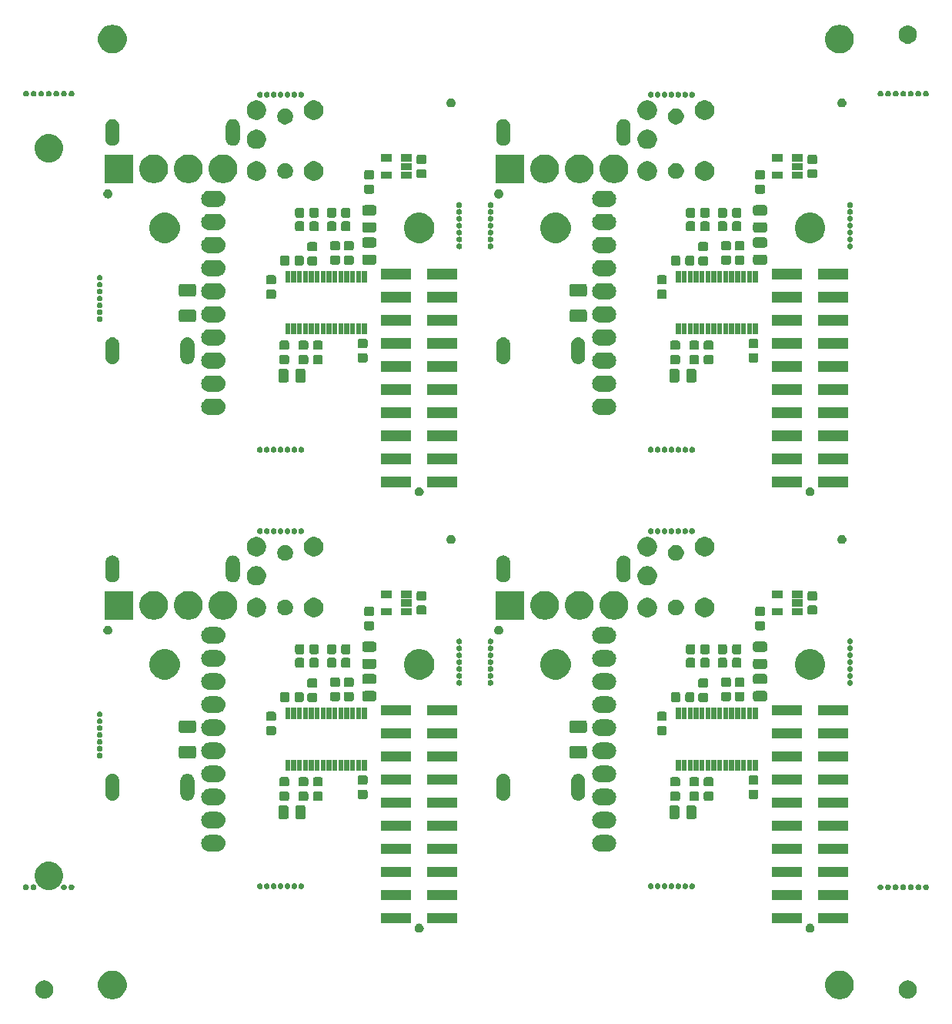
<source format=gbs>
G04 #@! TF.GenerationSoftware,KiCad,Pcbnew,5.1.0*
G04 #@! TF.CreationDate,2019-04-12T15:20:19+02:00*
G04 #@! TF.ProjectId,output.KXKM_audio_board_for_ESP32_PANEL,6f757470-7574-42e4-9b58-4b4d5f617564,1.0*
G04 #@! TF.SameCoordinates,PX5f5e100PY8f0d180*
G04 #@! TF.FileFunction,Soldermask,Bot*
G04 #@! TF.FilePolarity,Negative*
%FSLAX46Y46*%
G04 Gerber Fmt 4.6, Leading zero omitted, Abs format (unit mm)*
G04 Created by KiCad (PCBNEW 5.1.0) date 2019-04-12 15:20:19*
%MOMM*%
%LPD*%
G04 APERTURE LIST*
%ADD10C,0.100000*%
G04 APERTURE END LIST*
D10*
G36*
X89755739Y4049889D02*
G01*
X89957952Y4009666D01*
X90243674Y3891316D01*
X90500817Y3719499D01*
X90719499Y3500817D01*
X90891316Y3243674D01*
X91009666Y2957952D01*
X91070000Y2654632D01*
X91070000Y2345368D01*
X91009666Y2042048D01*
X90891316Y1756326D01*
X90719499Y1499183D01*
X90500817Y1280501D01*
X90243674Y1108684D01*
X89957952Y990334D01*
X89755739Y950111D01*
X89654633Y930000D01*
X89345367Y930000D01*
X89244261Y950111D01*
X89042048Y990334D01*
X88756326Y1108684D01*
X88499183Y1280501D01*
X88280501Y1499183D01*
X88108684Y1756326D01*
X87990334Y2042048D01*
X87930000Y2345368D01*
X87930000Y2654632D01*
X87990334Y2957952D01*
X88108684Y3243674D01*
X88280501Y3500817D01*
X88499183Y3719499D01*
X88756326Y3891316D01*
X89042048Y4009666D01*
X89244261Y4049889D01*
X89345367Y4070000D01*
X89654633Y4070000D01*
X89755739Y4049889D01*
X89755739Y4049889D01*
G37*
G36*
X9755739Y4049889D02*
G01*
X9957952Y4009666D01*
X10243674Y3891316D01*
X10500817Y3719499D01*
X10719499Y3500817D01*
X10891316Y3243674D01*
X11009666Y2957952D01*
X11070000Y2654632D01*
X11070000Y2345368D01*
X11009666Y2042048D01*
X10891316Y1756326D01*
X10719499Y1499183D01*
X10500817Y1280501D01*
X10243674Y1108684D01*
X9957952Y990334D01*
X9755739Y950111D01*
X9654633Y930000D01*
X9345367Y930000D01*
X9244261Y950111D01*
X9042048Y990334D01*
X8756326Y1108684D01*
X8499183Y1280501D01*
X8280501Y1499183D01*
X8108684Y1756326D01*
X7990334Y2042048D01*
X7930000Y2345368D01*
X7930000Y2654632D01*
X7990334Y2957952D01*
X8108684Y3243674D01*
X8280501Y3500817D01*
X8499183Y3719499D01*
X8756326Y3891316D01*
X9042048Y4009666D01*
X9244261Y4049889D01*
X9345367Y4070000D01*
X9654633Y4070000D01*
X9755739Y4049889D01*
X9755739Y4049889D01*
G37*
G36*
X97195090Y2980786D02*
G01*
X97291689Y2961571D01*
X97473678Y2886189D01*
X97637463Y2776751D01*
X97776751Y2637463D01*
X97886189Y2473678D01*
X97961571Y2291689D01*
X98000000Y2098491D01*
X98000000Y1901509D01*
X97961571Y1708311D01*
X97886189Y1526322D01*
X97776751Y1362537D01*
X97637463Y1223249D01*
X97473678Y1113811D01*
X97291689Y1038429D01*
X97195090Y1019214D01*
X97098493Y1000000D01*
X96901507Y1000000D01*
X96804910Y1019214D01*
X96708311Y1038429D01*
X96526322Y1113811D01*
X96362537Y1223249D01*
X96223249Y1362537D01*
X96113811Y1526322D01*
X96038429Y1708311D01*
X96000000Y1901509D01*
X96000000Y2098491D01*
X96038429Y2291689D01*
X96113811Y2473678D01*
X96223249Y2637463D01*
X96362537Y2776751D01*
X96526322Y2886189D01*
X96708311Y2961571D01*
X96804910Y2980786D01*
X96901507Y3000000D01*
X97098493Y3000000D01*
X97195090Y2980786D01*
X97195090Y2980786D01*
G37*
G36*
X2195090Y2980786D02*
G01*
X2291689Y2961571D01*
X2473678Y2886189D01*
X2637463Y2776751D01*
X2776751Y2637463D01*
X2886189Y2473678D01*
X2961571Y2291689D01*
X3000000Y2098491D01*
X3000000Y1901509D01*
X2961571Y1708311D01*
X2886189Y1526322D01*
X2776751Y1362537D01*
X2637463Y1223249D01*
X2473678Y1113811D01*
X2291689Y1038429D01*
X2195090Y1019214D01*
X2098493Y1000000D01*
X1901507Y1000000D01*
X1804910Y1019214D01*
X1708311Y1038429D01*
X1526322Y1113811D01*
X1362537Y1223249D01*
X1223249Y1362537D01*
X1113811Y1526322D01*
X1038429Y1708311D01*
X1000000Y1901509D01*
X1000000Y2098491D01*
X1038429Y2291689D01*
X1113811Y2473678D01*
X1223249Y2637463D01*
X1362537Y2776751D01*
X1526322Y2886189D01*
X1708311Y2961571D01*
X1804910Y2980786D01*
X1901507Y3000000D01*
X2098493Y3000000D01*
X2195090Y2980786D01*
X2195090Y2980786D01*
G37*
G36*
X43395843Y9230786D02*
G01*
X43395846Y9230785D01*
X43395845Y9230785D01*
X43486839Y9193094D01*
X43528063Y9165549D01*
X43568730Y9138376D01*
X43638376Y9068730D01*
X43693095Y8986837D01*
X43730786Y8895843D01*
X43750000Y8799247D01*
X43750000Y8700753D01*
X43730786Y8604157D01*
X43730785Y8604155D01*
X43693094Y8513161D01*
X43638375Y8431269D01*
X43568731Y8361625D01*
X43486839Y8306906D01*
X43486838Y8306905D01*
X43486837Y8306905D01*
X43395843Y8269214D01*
X43299247Y8250000D01*
X43200753Y8250000D01*
X43104157Y8269214D01*
X43013163Y8306905D01*
X43013162Y8306905D01*
X43013161Y8306906D01*
X42931269Y8361625D01*
X42861625Y8431269D01*
X42806906Y8513161D01*
X42769215Y8604155D01*
X42769214Y8604157D01*
X42750000Y8700753D01*
X42750000Y8799247D01*
X42769214Y8895843D01*
X42806905Y8986837D01*
X42861624Y9068730D01*
X42931270Y9138376D01*
X42971937Y9165549D01*
X43013161Y9193094D01*
X43104155Y9230785D01*
X43104154Y9230785D01*
X43104157Y9230786D01*
X43200753Y9250000D01*
X43299247Y9250000D01*
X43395843Y9230786D01*
X43395843Y9230786D01*
G37*
G36*
X86395843Y9230786D02*
G01*
X86395846Y9230785D01*
X86395845Y9230785D01*
X86486839Y9193094D01*
X86528063Y9165549D01*
X86568730Y9138376D01*
X86638376Y9068730D01*
X86693095Y8986837D01*
X86730786Y8895843D01*
X86750000Y8799247D01*
X86750000Y8700753D01*
X86730786Y8604157D01*
X86730785Y8604155D01*
X86693094Y8513161D01*
X86638375Y8431269D01*
X86568731Y8361625D01*
X86486839Y8306906D01*
X86486838Y8306905D01*
X86486837Y8306905D01*
X86395843Y8269214D01*
X86299247Y8250000D01*
X86200753Y8250000D01*
X86104157Y8269214D01*
X86013163Y8306905D01*
X86013162Y8306905D01*
X86013161Y8306906D01*
X85931269Y8361625D01*
X85861625Y8431269D01*
X85806906Y8513161D01*
X85769215Y8604155D01*
X85769214Y8604157D01*
X85750000Y8700753D01*
X85750000Y8799247D01*
X85769214Y8895843D01*
X85806905Y8986837D01*
X85861624Y9068730D01*
X85931270Y9138376D01*
X85971937Y9165549D01*
X86013161Y9193094D01*
X86104155Y9230785D01*
X86104154Y9230785D01*
X86104157Y9230786D01*
X86200753Y9250000D01*
X86299247Y9250000D01*
X86395843Y9230786D01*
X86395843Y9230786D01*
G37*
G36*
X47420000Y9250000D02*
G01*
X44130000Y9250000D01*
X44130000Y10390000D01*
X47420000Y10390000D01*
X47420000Y9250000D01*
X47420000Y9250000D01*
G37*
G36*
X42370000Y9250000D02*
G01*
X39080000Y9250000D01*
X39080000Y10390000D01*
X42370000Y10390000D01*
X42370000Y9250000D01*
X42370000Y9250000D01*
G37*
G36*
X85370000Y9250000D02*
G01*
X82080000Y9250000D01*
X82080000Y10390000D01*
X85370000Y10390000D01*
X85370000Y9250000D01*
X85370000Y9250000D01*
G37*
G36*
X90420000Y9250000D02*
G01*
X87130000Y9250000D01*
X87130000Y10390000D01*
X90420000Y10390000D01*
X90420000Y9250000D01*
X90420000Y9250000D01*
G37*
G36*
X90420000Y11790000D02*
G01*
X87130000Y11790000D01*
X87130000Y12930000D01*
X90420000Y12930000D01*
X90420000Y11790000D01*
X90420000Y11790000D01*
G37*
G36*
X42370000Y11790000D02*
G01*
X39080000Y11790000D01*
X39080000Y12930000D01*
X42370000Y12930000D01*
X42370000Y11790000D01*
X42370000Y11790000D01*
G37*
G36*
X47420000Y11790000D02*
G01*
X44130000Y11790000D01*
X44130000Y12930000D01*
X47420000Y12930000D01*
X47420000Y11790000D01*
X47420000Y11790000D01*
G37*
G36*
X85370000Y11790000D02*
G01*
X82080000Y11790000D01*
X82080000Y12930000D01*
X85370000Y12930000D01*
X85370000Y11790000D01*
X85370000Y11790000D01*
G37*
G36*
X95760005Y13557703D02*
G01*
X95818241Y13533581D01*
X95818243Y13533580D01*
X95870654Y13498560D01*
X95915226Y13453988D01*
X95922341Y13443339D01*
X95950247Y13401575D01*
X95974369Y13343339D01*
X95986666Y13281519D01*
X95986666Y13218481D01*
X95974369Y13156661D01*
X95969958Y13146012D01*
X95950246Y13098423D01*
X95915226Y13046012D01*
X95870654Y13001440D01*
X95818243Y12966420D01*
X95818242Y12966419D01*
X95818241Y12966419D01*
X95760005Y12942297D01*
X95698185Y12930000D01*
X95635147Y12930000D01*
X95573327Y12942297D01*
X95515091Y12966419D01*
X95515090Y12966419D01*
X95515089Y12966420D01*
X95462678Y13001440D01*
X95418106Y13046012D01*
X95383086Y13098423D01*
X95363374Y13146012D01*
X95358963Y13156661D01*
X95346666Y13218481D01*
X95346666Y13281519D01*
X95358963Y13343339D01*
X95383085Y13401575D01*
X95410991Y13443339D01*
X95418106Y13453988D01*
X95462678Y13498560D01*
X95515089Y13533580D01*
X95515091Y13533581D01*
X95573327Y13557703D01*
X95635147Y13570000D01*
X95698185Y13570000D01*
X95760005Y13557703D01*
X95760005Y13557703D01*
G37*
G36*
X98260004Y13557703D02*
G01*
X98318240Y13533581D01*
X98318242Y13533580D01*
X98370653Y13498560D01*
X98415225Y13453988D01*
X98422340Y13443339D01*
X98450246Y13401575D01*
X98474368Y13343339D01*
X98486665Y13281519D01*
X98486665Y13218481D01*
X98474368Y13156661D01*
X98469957Y13146012D01*
X98450245Y13098423D01*
X98415225Y13046012D01*
X98370653Y13001440D01*
X98318242Y12966420D01*
X98318241Y12966419D01*
X98318240Y12966419D01*
X98260004Y12942297D01*
X98198184Y12930000D01*
X98135146Y12930000D01*
X98073326Y12942297D01*
X98015090Y12966419D01*
X98015089Y12966419D01*
X98015088Y12966420D01*
X97962677Y13001440D01*
X97918105Y13046012D01*
X97883085Y13098423D01*
X97863373Y13146012D01*
X97858962Y13156661D01*
X97846665Y13218481D01*
X97846665Y13281519D01*
X97858962Y13343339D01*
X97883084Y13401575D01*
X97910990Y13443339D01*
X97918105Y13453988D01*
X97962677Y13498560D01*
X98015088Y13533580D01*
X98015090Y13533581D01*
X98073326Y13557703D01*
X98135146Y13570000D01*
X98198184Y13570000D01*
X98260004Y13557703D01*
X98260004Y13557703D01*
G37*
G36*
X97426671Y13557703D02*
G01*
X97484907Y13533581D01*
X97484909Y13533580D01*
X97537320Y13498560D01*
X97581892Y13453988D01*
X97589007Y13443339D01*
X97616913Y13401575D01*
X97641035Y13343339D01*
X97653332Y13281519D01*
X97653332Y13218481D01*
X97641035Y13156661D01*
X97636624Y13146012D01*
X97616912Y13098423D01*
X97581892Y13046012D01*
X97537320Y13001440D01*
X97484909Y12966420D01*
X97484908Y12966419D01*
X97484907Y12966419D01*
X97426671Y12942297D01*
X97364851Y12930000D01*
X97301813Y12930000D01*
X97239993Y12942297D01*
X97181757Y12966419D01*
X97181756Y12966419D01*
X97181755Y12966420D01*
X97129344Y13001440D01*
X97084772Y13046012D01*
X97049752Y13098423D01*
X97030040Y13146012D01*
X97025629Y13156661D01*
X97013332Y13218481D01*
X97013332Y13281519D01*
X97025629Y13343339D01*
X97049751Y13401575D01*
X97077657Y13443339D01*
X97084772Y13453988D01*
X97129344Y13498560D01*
X97181755Y13533580D01*
X97181757Y13533581D01*
X97239993Y13557703D01*
X97301813Y13570000D01*
X97364851Y13570000D01*
X97426671Y13557703D01*
X97426671Y13557703D01*
G37*
G36*
X96593338Y13557703D02*
G01*
X96651574Y13533581D01*
X96651576Y13533580D01*
X96703987Y13498560D01*
X96748559Y13453988D01*
X96755674Y13443339D01*
X96783580Y13401575D01*
X96807702Y13343339D01*
X96819999Y13281519D01*
X96819999Y13218481D01*
X96807702Y13156661D01*
X96803291Y13146012D01*
X96783579Y13098423D01*
X96748559Y13046012D01*
X96703987Y13001440D01*
X96651576Y12966420D01*
X96651575Y12966419D01*
X96651574Y12966419D01*
X96593338Y12942297D01*
X96531518Y12930000D01*
X96468480Y12930000D01*
X96406660Y12942297D01*
X96348424Y12966419D01*
X96348423Y12966419D01*
X96348422Y12966420D01*
X96296011Y13001440D01*
X96251439Y13046012D01*
X96216419Y13098423D01*
X96196707Y13146012D01*
X96192296Y13156661D01*
X96179999Y13218481D01*
X96179999Y13281519D01*
X96192296Y13343339D01*
X96216418Y13401575D01*
X96244324Y13443339D01*
X96251439Y13453988D01*
X96296011Y13498560D01*
X96348422Y13533580D01*
X96348424Y13533581D01*
X96406660Y13557703D01*
X96468480Y13570000D01*
X96531518Y13570000D01*
X96593338Y13557703D01*
X96593338Y13557703D01*
G37*
G36*
X94926672Y13557703D02*
G01*
X94984908Y13533581D01*
X94984910Y13533580D01*
X95037321Y13498560D01*
X95081893Y13453988D01*
X95089008Y13443339D01*
X95116914Y13401575D01*
X95141036Y13343339D01*
X95153333Y13281519D01*
X95153333Y13218481D01*
X95141036Y13156661D01*
X95136625Y13146012D01*
X95116913Y13098423D01*
X95081893Y13046012D01*
X95037321Y13001440D01*
X94984910Y12966420D01*
X94984909Y12966419D01*
X94984908Y12966419D01*
X94926672Y12942297D01*
X94864852Y12930000D01*
X94801814Y12930000D01*
X94739994Y12942297D01*
X94681758Y12966419D01*
X94681757Y12966419D01*
X94681756Y12966420D01*
X94629345Y13001440D01*
X94584773Y13046012D01*
X94549753Y13098423D01*
X94530041Y13146012D01*
X94525630Y13156661D01*
X94513333Y13218481D01*
X94513333Y13281519D01*
X94525630Y13343339D01*
X94549752Y13401575D01*
X94577658Y13443339D01*
X94584773Y13453988D01*
X94629345Y13498560D01*
X94681756Y13533580D01*
X94681758Y13533581D01*
X94739994Y13557703D01*
X94801814Y13570000D01*
X94864852Y13570000D01*
X94926672Y13557703D01*
X94926672Y13557703D01*
G37*
G36*
X94093339Y13557703D02*
G01*
X94151575Y13533581D01*
X94151577Y13533580D01*
X94203988Y13498560D01*
X94248560Y13453988D01*
X94255675Y13443339D01*
X94283581Y13401575D01*
X94307703Y13343339D01*
X94320000Y13281519D01*
X94320000Y13218481D01*
X94307703Y13156661D01*
X94303292Y13146012D01*
X94283580Y13098423D01*
X94248560Y13046012D01*
X94203988Y13001440D01*
X94151577Y12966420D01*
X94151576Y12966419D01*
X94151575Y12966419D01*
X94093339Y12942297D01*
X94031519Y12930000D01*
X93968481Y12930000D01*
X93906661Y12942297D01*
X93848425Y12966419D01*
X93848424Y12966419D01*
X93848423Y12966420D01*
X93796012Y13001440D01*
X93751440Y13046012D01*
X93716420Y13098423D01*
X93696708Y13146012D01*
X93692297Y13156661D01*
X93680000Y13218481D01*
X93680000Y13281519D01*
X93692297Y13343339D01*
X93716419Y13401575D01*
X93744325Y13443339D01*
X93751440Y13453988D01*
X93796012Y13498560D01*
X93848423Y13533580D01*
X93848425Y13533581D01*
X93906661Y13557703D01*
X93968481Y13570000D01*
X94031519Y13570000D01*
X94093339Y13557703D01*
X94093339Y13557703D01*
G37*
G36*
X5093339Y13557703D02*
G01*
X5151575Y13533581D01*
X5151577Y13533580D01*
X5203988Y13498560D01*
X5248560Y13453988D01*
X5255675Y13443339D01*
X5283581Y13401575D01*
X5307703Y13343339D01*
X5320000Y13281519D01*
X5320000Y13218481D01*
X5307703Y13156661D01*
X5303292Y13146012D01*
X5283580Y13098423D01*
X5248560Y13046012D01*
X5203988Y13001440D01*
X5151577Y12966420D01*
X5151576Y12966419D01*
X5151575Y12966419D01*
X5093339Y12942297D01*
X5031519Y12930000D01*
X4968481Y12930000D01*
X4906661Y12942297D01*
X4848425Y12966419D01*
X4848424Y12966419D01*
X4848423Y12966420D01*
X4796012Y13001440D01*
X4751440Y13046012D01*
X4716420Y13098423D01*
X4696708Y13146012D01*
X4692297Y13156661D01*
X4680000Y13218481D01*
X4680000Y13281519D01*
X4692297Y13343339D01*
X4716419Y13401575D01*
X4744325Y13443339D01*
X4751440Y13453988D01*
X4796012Y13498560D01*
X4848423Y13533580D01*
X4848425Y13533581D01*
X4906661Y13557703D01*
X4968481Y13570000D01*
X5031519Y13570000D01*
X5093339Y13557703D01*
X5093339Y13557703D01*
G37*
G36*
X93341Y13557703D02*
G01*
X151577Y13533581D01*
X151579Y13533580D01*
X203990Y13498560D01*
X248562Y13453988D01*
X255677Y13443339D01*
X283583Y13401575D01*
X307705Y13343339D01*
X320002Y13281519D01*
X320002Y13218481D01*
X307705Y13156661D01*
X303294Y13146012D01*
X283582Y13098423D01*
X248562Y13046012D01*
X203990Y13001440D01*
X151579Y12966420D01*
X151578Y12966419D01*
X151577Y12966419D01*
X93341Y12942297D01*
X31521Y12930000D01*
X-31517Y12930000D01*
X-93337Y12942297D01*
X-151573Y12966419D01*
X-151574Y12966419D01*
X-151575Y12966420D01*
X-203986Y13001440D01*
X-248558Y13046012D01*
X-283578Y13098423D01*
X-303290Y13146012D01*
X-307701Y13156661D01*
X-319998Y13218481D01*
X-319998Y13281519D01*
X-307701Y13343339D01*
X-283579Y13401575D01*
X-255673Y13443339D01*
X-248558Y13453988D01*
X-203986Y13498560D01*
X-151575Y13533580D01*
X-151573Y13533581D01*
X-93337Y13557703D01*
X-31517Y13570000D01*
X31521Y13570000D01*
X93341Y13557703D01*
X93341Y13557703D01*
G37*
G36*
X99093337Y13557703D02*
G01*
X99151573Y13533581D01*
X99151575Y13533580D01*
X99203986Y13498560D01*
X99248558Y13453988D01*
X99255673Y13443339D01*
X99283579Y13401575D01*
X99307701Y13343339D01*
X99319998Y13281519D01*
X99319998Y13218481D01*
X99307701Y13156661D01*
X99303290Y13146012D01*
X99283578Y13098423D01*
X99248558Y13046012D01*
X99203986Y13001440D01*
X99151575Y12966420D01*
X99151574Y12966419D01*
X99151573Y12966419D01*
X99093337Y12942297D01*
X99031517Y12930000D01*
X98968479Y12930000D01*
X98906659Y12942297D01*
X98848423Y12966419D01*
X98848422Y12966419D01*
X98848421Y12966420D01*
X98796010Y13001440D01*
X98751438Y13046012D01*
X98716418Y13098423D01*
X98696706Y13146012D01*
X98692295Y13156661D01*
X98679998Y13218481D01*
X98679998Y13281519D01*
X98692295Y13343339D01*
X98716417Y13401575D01*
X98744323Y13443339D01*
X98751438Y13453988D01*
X98796010Y13498560D01*
X98848421Y13533580D01*
X98848423Y13533581D01*
X98906659Y13557703D01*
X98968479Y13570000D01*
X99031517Y13570000D01*
X99093337Y13557703D01*
X99093337Y13557703D01*
G37*
G36*
X4260006Y13557703D02*
G01*
X4318242Y13533581D01*
X4318244Y13533580D01*
X4370655Y13498560D01*
X4415227Y13453988D01*
X4422342Y13443339D01*
X4450248Y13401575D01*
X4474370Y13343339D01*
X4486667Y13281519D01*
X4486667Y13218481D01*
X4474370Y13156661D01*
X4469959Y13146012D01*
X4450247Y13098423D01*
X4415227Y13046012D01*
X4370655Y13001440D01*
X4318244Y12966420D01*
X4318243Y12966419D01*
X4318242Y12966419D01*
X4260006Y12942297D01*
X4198186Y12930000D01*
X4135148Y12930000D01*
X4073328Y12942297D01*
X4015092Y12966419D01*
X4015091Y12966419D01*
X4015090Y12966420D01*
X3962679Y13001440D01*
X3918107Y13046012D01*
X3883087Y13098423D01*
X3863375Y13146012D01*
X3858964Y13156661D01*
X3846667Y13218481D01*
X3846667Y13281519D01*
X3858964Y13343339D01*
X3883086Y13401575D01*
X3910992Y13443339D01*
X3918107Y13453988D01*
X3962679Y13498560D01*
X4015090Y13533580D01*
X4015092Y13533581D01*
X4073328Y13557703D01*
X4135148Y13570000D01*
X4198186Y13570000D01*
X4260006Y13557703D01*
X4260006Y13557703D01*
G37*
G36*
X926674Y13557703D02*
G01*
X984910Y13533581D01*
X984912Y13533580D01*
X1037323Y13498560D01*
X1081895Y13453988D01*
X1089010Y13443339D01*
X1116916Y13401575D01*
X1141038Y13343339D01*
X1153335Y13281519D01*
X1153335Y13218481D01*
X1141038Y13156661D01*
X1136627Y13146012D01*
X1116915Y13098423D01*
X1081895Y13046012D01*
X1037323Y13001440D01*
X984912Y12966420D01*
X984911Y12966419D01*
X984910Y12966419D01*
X926674Y12942297D01*
X864854Y12930000D01*
X801816Y12930000D01*
X739996Y12942297D01*
X681760Y12966419D01*
X681759Y12966419D01*
X681758Y12966420D01*
X629347Y13001440D01*
X584775Y13046012D01*
X549755Y13098423D01*
X530043Y13146012D01*
X525632Y13156661D01*
X513335Y13218481D01*
X513335Y13281519D01*
X525632Y13343339D01*
X549754Y13401575D01*
X577660Y13443339D01*
X584775Y13453988D01*
X629347Y13498560D01*
X681758Y13533580D01*
X681760Y13533581D01*
X739996Y13557703D01*
X801816Y13570000D01*
X864854Y13570000D01*
X926674Y13557703D01*
X926674Y13557703D01*
G37*
G36*
X2755739Y16049889D02*
G01*
X2957952Y16009666D01*
X3243674Y15891316D01*
X3500817Y15719499D01*
X3719499Y15500817D01*
X3891316Y15243674D01*
X4009666Y14957952D01*
X4070000Y14654632D01*
X4070000Y14345368D01*
X4009666Y14042048D01*
X3891316Y13756326D01*
X3719499Y13499183D01*
X3500817Y13280501D01*
X3243674Y13108684D01*
X2957952Y12990334D01*
X2755739Y12950111D01*
X2654633Y12930000D01*
X2345367Y12930000D01*
X2244261Y12950111D01*
X2042048Y12990334D01*
X1756326Y13108684D01*
X1499183Y13280501D01*
X1280501Y13499183D01*
X1108684Y13756326D01*
X990334Y14042048D01*
X930000Y14345368D01*
X930000Y14654632D01*
X990334Y14957952D01*
X1108684Y15243674D01*
X1280501Y15500817D01*
X1499183Y15719499D01*
X1756326Y15891316D01*
X2042048Y16009666D01*
X2244261Y16049889D01*
X2345367Y16070000D01*
X2654633Y16070000D01*
X2755739Y16049889D01*
X2755739Y16049889D01*
G37*
G36*
X70336368Y13657703D02*
G01*
X70394604Y13633581D01*
X70394606Y13633580D01*
X70447017Y13598560D01*
X70491589Y13553988D01*
X70505225Y13533580D01*
X70526610Y13501575D01*
X70550732Y13443339D01*
X70563029Y13381519D01*
X70563029Y13318481D01*
X70550732Y13256661D01*
X70534918Y13218483D01*
X70526609Y13198423D01*
X70491589Y13146012D01*
X70447017Y13101440D01*
X70394606Y13066420D01*
X70394605Y13066419D01*
X70394604Y13066419D01*
X70336368Y13042297D01*
X70274548Y13030000D01*
X70211510Y13030000D01*
X70149690Y13042297D01*
X70091454Y13066419D01*
X70091453Y13066419D01*
X70091452Y13066420D01*
X70039041Y13101440D01*
X69994469Y13146012D01*
X69959449Y13198423D01*
X69951140Y13218483D01*
X69935326Y13256661D01*
X69923029Y13318481D01*
X69923029Y13381519D01*
X69935326Y13443339D01*
X69959448Y13501575D01*
X69980833Y13533580D01*
X69994469Y13553988D01*
X70039041Y13598560D01*
X70091452Y13633580D01*
X70091454Y13633581D01*
X70149690Y13657703D01*
X70211510Y13670000D01*
X70274548Y13670000D01*
X70336368Y13657703D01*
X70336368Y13657703D01*
G37*
G36*
X25822448Y13657703D02*
G01*
X25880684Y13633581D01*
X25880686Y13633580D01*
X25933097Y13598560D01*
X25977669Y13553988D01*
X25991305Y13533580D01*
X26012690Y13501575D01*
X26036812Y13443339D01*
X26049109Y13381519D01*
X26049109Y13318481D01*
X26036812Y13256661D01*
X26020998Y13218483D01*
X26012689Y13198423D01*
X25977669Y13146012D01*
X25933097Y13101440D01*
X25880686Y13066420D01*
X25880685Y13066419D01*
X25880684Y13066419D01*
X25822448Y13042297D01*
X25760628Y13030000D01*
X25697590Y13030000D01*
X25635770Y13042297D01*
X25577534Y13066419D01*
X25577533Y13066419D01*
X25577532Y13066420D01*
X25525121Y13101440D01*
X25480549Y13146012D01*
X25445529Y13198423D01*
X25437220Y13218483D01*
X25421406Y13256661D01*
X25409109Y13318481D01*
X25409109Y13381519D01*
X25421406Y13443339D01*
X25445528Y13501575D01*
X25466913Y13533580D01*
X25480549Y13553988D01*
X25525121Y13598560D01*
X25577532Y13633580D01*
X25577534Y13633581D01*
X25635770Y13657703D01*
X25697590Y13670000D01*
X25760628Y13670000D01*
X25822448Y13657703D01*
X25822448Y13657703D01*
G37*
G36*
X26579408Y13657703D02*
G01*
X26637644Y13633581D01*
X26637646Y13633580D01*
X26690057Y13598560D01*
X26734629Y13553988D01*
X26748265Y13533580D01*
X26769650Y13501575D01*
X26793772Y13443339D01*
X26806069Y13381519D01*
X26806069Y13318481D01*
X26793772Y13256661D01*
X26777958Y13218483D01*
X26769649Y13198423D01*
X26734629Y13146012D01*
X26690057Y13101440D01*
X26637646Y13066420D01*
X26637645Y13066419D01*
X26637644Y13066419D01*
X26579408Y13042297D01*
X26517588Y13030000D01*
X26454550Y13030000D01*
X26392730Y13042297D01*
X26334494Y13066419D01*
X26334493Y13066419D01*
X26334492Y13066420D01*
X26282081Y13101440D01*
X26237509Y13146012D01*
X26202489Y13198423D01*
X26194180Y13218483D01*
X26178366Y13256661D01*
X26166069Y13318481D01*
X26166069Y13381519D01*
X26178366Y13443339D01*
X26202488Y13501575D01*
X26223873Y13533580D01*
X26237509Y13553988D01*
X26282081Y13598560D01*
X26334492Y13633580D01*
X26334494Y13633581D01*
X26392730Y13657703D01*
X26454550Y13670000D01*
X26517588Y13670000D01*
X26579408Y13657703D01*
X26579408Y13657703D01*
G37*
G36*
X27336368Y13657703D02*
G01*
X27394604Y13633581D01*
X27394606Y13633580D01*
X27447017Y13598560D01*
X27491589Y13553988D01*
X27505225Y13533580D01*
X27526610Y13501575D01*
X27550732Y13443339D01*
X27563029Y13381519D01*
X27563029Y13318481D01*
X27550732Y13256661D01*
X27534918Y13218483D01*
X27526609Y13198423D01*
X27491589Y13146012D01*
X27447017Y13101440D01*
X27394606Y13066420D01*
X27394605Y13066419D01*
X27394604Y13066419D01*
X27336368Y13042297D01*
X27274548Y13030000D01*
X27211510Y13030000D01*
X27149690Y13042297D01*
X27091454Y13066419D01*
X27091453Y13066419D01*
X27091452Y13066420D01*
X27039041Y13101440D01*
X26994469Y13146012D01*
X26959449Y13198423D01*
X26951140Y13218483D01*
X26935326Y13256661D01*
X26923029Y13318481D01*
X26923029Y13381519D01*
X26935326Y13443339D01*
X26959448Y13501575D01*
X26980833Y13533580D01*
X26994469Y13553988D01*
X27039041Y13598560D01*
X27091452Y13633580D01*
X27091454Y13633581D01*
X27149690Y13657703D01*
X27211510Y13670000D01*
X27274548Y13670000D01*
X27336368Y13657703D01*
X27336368Y13657703D01*
G37*
G36*
X28093328Y13657703D02*
G01*
X28151564Y13633581D01*
X28151566Y13633580D01*
X28203977Y13598560D01*
X28248549Y13553988D01*
X28262185Y13533580D01*
X28283570Y13501575D01*
X28307692Y13443339D01*
X28319989Y13381519D01*
X28319989Y13318481D01*
X28307692Y13256661D01*
X28291878Y13218483D01*
X28283569Y13198423D01*
X28248549Y13146012D01*
X28203977Y13101440D01*
X28151566Y13066420D01*
X28151565Y13066419D01*
X28151564Y13066419D01*
X28093328Y13042297D01*
X28031508Y13030000D01*
X27968470Y13030000D01*
X27906650Y13042297D01*
X27848414Y13066419D01*
X27848413Y13066419D01*
X27848412Y13066420D01*
X27796001Y13101440D01*
X27751429Y13146012D01*
X27716409Y13198423D01*
X27708100Y13218483D01*
X27692286Y13256661D01*
X27679989Y13318481D01*
X27679989Y13381519D01*
X27692286Y13443339D01*
X27716408Y13501575D01*
X27737793Y13533580D01*
X27751429Y13553988D01*
X27796001Y13598560D01*
X27848412Y13633580D01*
X27848414Y13633581D01*
X27906650Y13657703D01*
X27968470Y13670000D01*
X28031508Y13670000D01*
X28093328Y13657703D01*
X28093328Y13657703D01*
G37*
G36*
X28850288Y13657703D02*
G01*
X28908524Y13633581D01*
X28908526Y13633580D01*
X28960937Y13598560D01*
X29005509Y13553988D01*
X29019145Y13533580D01*
X29040530Y13501575D01*
X29064652Y13443339D01*
X29076949Y13381519D01*
X29076949Y13318481D01*
X29064652Y13256661D01*
X29048838Y13218483D01*
X29040529Y13198423D01*
X29005509Y13146012D01*
X28960937Y13101440D01*
X28908526Y13066420D01*
X28908525Y13066419D01*
X28908524Y13066419D01*
X28850288Y13042297D01*
X28788468Y13030000D01*
X28725430Y13030000D01*
X28663610Y13042297D01*
X28605374Y13066419D01*
X28605373Y13066419D01*
X28605372Y13066420D01*
X28552961Y13101440D01*
X28508389Y13146012D01*
X28473369Y13198423D01*
X28465060Y13218483D01*
X28449246Y13256661D01*
X28436949Y13318481D01*
X28436949Y13381519D01*
X28449246Y13443339D01*
X28473368Y13501575D01*
X28494753Y13533580D01*
X28508389Y13553988D01*
X28552961Y13598560D01*
X28605372Y13633580D01*
X28605374Y13633581D01*
X28663610Y13657703D01*
X28725430Y13670000D01*
X28788468Y13670000D01*
X28850288Y13657703D01*
X28850288Y13657703D01*
G37*
G36*
X29607248Y13657703D02*
G01*
X29665484Y13633581D01*
X29665486Y13633580D01*
X29717897Y13598560D01*
X29762469Y13553988D01*
X29776105Y13533580D01*
X29797490Y13501575D01*
X29821612Y13443339D01*
X29833909Y13381519D01*
X29833909Y13318481D01*
X29821612Y13256661D01*
X29805798Y13218483D01*
X29797489Y13198423D01*
X29762469Y13146012D01*
X29717897Y13101440D01*
X29665486Y13066420D01*
X29665485Y13066419D01*
X29665484Y13066419D01*
X29607248Y13042297D01*
X29545428Y13030000D01*
X29482390Y13030000D01*
X29420570Y13042297D01*
X29362334Y13066419D01*
X29362333Y13066419D01*
X29362332Y13066420D01*
X29309921Y13101440D01*
X29265349Y13146012D01*
X29230329Y13198423D01*
X29222020Y13218483D01*
X29206206Y13256661D01*
X29193909Y13318481D01*
X29193909Y13381519D01*
X29206206Y13443339D01*
X29230328Y13501575D01*
X29251713Y13533580D01*
X29265349Y13553988D01*
X29309921Y13598560D01*
X29362332Y13633580D01*
X29362334Y13633581D01*
X29420570Y13657703D01*
X29482390Y13670000D01*
X29545428Y13670000D01*
X29607248Y13657703D01*
X29607248Y13657703D01*
G37*
G36*
X68822448Y13657703D02*
G01*
X68880684Y13633581D01*
X68880686Y13633580D01*
X68933097Y13598560D01*
X68977669Y13553988D01*
X68991305Y13533580D01*
X69012690Y13501575D01*
X69036812Y13443339D01*
X69049109Y13381519D01*
X69049109Y13318481D01*
X69036812Y13256661D01*
X69020998Y13218483D01*
X69012689Y13198423D01*
X68977669Y13146012D01*
X68933097Y13101440D01*
X68880686Y13066420D01*
X68880685Y13066419D01*
X68880684Y13066419D01*
X68822448Y13042297D01*
X68760628Y13030000D01*
X68697590Y13030000D01*
X68635770Y13042297D01*
X68577534Y13066419D01*
X68577533Y13066419D01*
X68577532Y13066420D01*
X68525121Y13101440D01*
X68480549Y13146012D01*
X68445529Y13198423D01*
X68437220Y13218483D01*
X68421406Y13256661D01*
X68409109Y13318481D01*
X68409109Y13381519D01*
X68421406Y13443339D01*
X68445528Y13501575D01*
X68466913Y13533580D01*
X68480549Y13553988D01*
X68525121Y13598560D01*
X68577532Y13633580D01*
X68577534Y13633581D01*
X68635770Y13657703D01*
X68697590Y13670000D01*
X68760628Y13670000D01*
X68822448Y13657703D01*
X68822448Y13657703D01*
G37*
G36*
X69579408Y13657703D02*
G01*
X69637644Y13633581D01*
X69637646Y13633580D01*
X69690057Y13598560D01*
X69734629Y13553988D01*
X69748265Y13533580D01*
X69769650Y13501575D01*
X69793772Y13443339D01*
X69806069Y13381519D01*
X69806069Y13318481D01*
X69793772Y13256661D01*
X69777958Y13218483D01*
X69769649Y13198423D01*
X69734629Y13146012D01*
X69690057Y13101440D01*
X69637646Y13066420D01*
X69637645Y13066419D01*
X69637644Y13066419D01*
X69579408Y13042297D01*
X69517588Y13030000D01*
X69454550Y13030000D01*
X69392730Y13042297D01*
X69334494Y13066419D01*
X69334493Y13066419D01*
X69334492Y13066420D01*
X69282081Y13101440D01*
X69237509Y13146012D01*
X69202489Y13198423D01*
X69194180Y13218483D01*
X69178366Y13256661D01*
X69166069Y13318481D01*
X69166069Y13381519D01*
X69178366Y13443339D01*
X69202488Y13501575D01*
X69223873Y13533580D01*
X69237509Y13553988D01*
X69282081Y13598560D01*
X69334492Y13633580D01*
X69334494Y13633581D01*
X69392730Y13657703D01*
X69454550Y13670000D01*
X69517588Y13670000D01*
X69579408Y13657703D01*
X69579408Y13657703D01*
G37*
G36*
X71093328Y13657703D02*
G01*
X71151564Y13633581D01*
X71151566Y13633580D01*
X71203977Y13598560D01*
X71248549Y13553988D01*
X71262185Y13533580D01*
X71283570Y13501575D01*
X71307692Y13443339D01*
X71319989Y13381519D01*
X71319989Y13318481D01*
X71307692Y13256661D01*
X71291878Y13218483D01*
X71283569Y13198423D01*
X71248549Y13146012D01*
X71203977Y13101440D01*
X71151566Y13066420D01*
X71151565Y13066419D01*
X71151564Y13066419D01*
X71093328Y13042297D01*
X71031508Y13030000D01*
X70968470Y13030000D01*
X70906650Y13042297D01*
X70848414Y13066419D01*
X70848413Y13066419D01*
X70848412Y13066420D01*
X70796001Y13101440D01*
X70751429Y13146012D01*
X70716409Y13198423D01*
X70708100Y13218483D01*
X70692286Y13256661D01*
X70679989Y13318481D01*
X70679989Y13381519D01*
X70692286Y13443339D01*
X70716408Y13501575D01*
X70737793Y13533580D01*
X70751429Y13553988D01*
X70796001Y13598560D01*
X70848412Y13633580D01*
X70848414Y13633581D01*
X70906650Y13657703D01*
X70968470Y13670000D01*
X71031508Y13670000D01*
X71093328Y13657703D01*
X71093328Y13657703D01*
G37*
G36*
X71850288Y13657703D02*
G01*
X71908524Y13633581D01*
X71908526Y13633580D01*
X71960937Y13598560D01*
X72005509Y13553988D01*
X72019145Y13533580D01*
X72040530Y13501575D01*
X72064652Y13443339D01*
X72076949Y13381519D01*
X72076949Y13318481D01*
X72064652Y13256661D01*
X72048838Y13218483D01*
X72040529Y13198423D01*
X72005509Y13146012D01*
X71960937Y13101440D01*
X71908526Y13066420D01*
X71908525Y13066419D01*
X71908524Y13066419D01*
X71850288Y13042297D01*
X71788468Y13030000D01*
X71725430Y13030000D01*
X71663610Y13042297D01*
X71605374Y13066419D01*
X71605373Y13066419D01*
X71605372Y13066420D01*
X71552961Y13101440D01*
X71508389Y13146012D01*
X71473369Y13198423D01*
X71465060Y13218483D01*
X71449246Y13256661D01*
X71436949Y13318481D01*
X71436949Y13381519D01*
X71449246Y13443339D01*
X71473368Y13501575D01*
X71494753Y13533580D01*
X71508389Y13553988D01*
X71552961Y13598560D01*
X71605372Y13633580D01*
X71605374Y13633581D01*
X71663610Y13657703D01*
X71725430Y13670000D01*
X71788468Y13670000D01*
X71850288Y13657703D01*
X71850288Y13657703D01*
G37*
G36*
X72607248Y13657703D02*
G01*
X72665484Y13633581D01*
X72665486Y13633580D01*
X72717897Y13598560D01*
X72762469Y13553988D01*
X72776105Y13533580D01*
X72797490Y13501575D01*
X72821612Y13443339D01*
X72833909Y13381519D01*
X72833909Y13318481D01*
X72821612Y13256661D01*
X72805798Y13218483D01*
X72797489Y13198423D01*
X72762469Y13146012D01*
X72717897Y13101440D01*
X72665486Y13066420D01*
X72665485Y13066419D01*
X72665484Y13066419D01*
X72607248Y13042297D01*
X72545428Y13030000D01*
X72482390Y13030000D01*
X72420570Y13042297D01*
X72362334Y13066419D01*
X72362333Y13066419D01*
X72362332Y13066420D01*
X72309921Y13101440D01*
X72265349Y13146012D01*
X72230329Y13198423D01*
X72222020Y13218483D01*
X72206206Y13256661D01*
X72193909Y13318481D01*
X72193909Y13381519D01*
X72206206Y13443339D01*
X72230328Y13501575D01*
X72251713Y13533580D01*
X72265349Y13553988D01*
X72309921Y13598560D01*
X72362332Y13633580D01*
X72362334Y13633581D01*
X72420570Y13657703D01*
X72482390Y13670000D01*
X72545428Y13670000D01*
X72607248Y13657703D01*
X72607248Y13657703D01*
G37*
G36*
X30364208Y13657703D02*
G01*
X30422444Y13633581D01*
X30422446Y13633580D01*
X30474857Y13598560D01*
X30519429Y13553988D01*
X30533065Y13533580D01*
X30554450Y13501575D01*
X30578572Y13443339D01*
X30590869Y13381519D01*
X30590869Y13318481D01*
X30578572Y13256661D01*
X30562758Y13218483D01*
X30554449Y13198423D01*
X30519429Y13146012D01*
X30474857Y13101440D01*
X30422446Y13066420D01*
X30422445Y13066419D01*
X30422444Y13066419D01*
X30364208Y13042297D01*
X30302388Y13030000D01*
X30239350Y13030000D01*
X30177530Y13042297D01*
X30119294Y13066419D01*
X30119293Y13066419D01*
X30119292Y13066420D01*
X30066881Y13101440D01*
X30022309Y13146012D01*
X29987289Y13198423D01*
X29978980Y13218483D01*
X29963166Y13256661D01*
X29950869Y13318481D01*
X29950869Y13381519D01*
X29963166Y13443339D01*
X29987288Y13501575D01*
X30008673Y13533580D01*
X30022309Y13553988D01*
X30066881Y13598560D01*
X30119292Y13633580D01*
X30119294Y13633581D01*
X30177530Y13657703D01*
X30239350Y13670000D01*
X30302388Y13670000D01*
X30364208Y13657703D01*
X30364208Y13657703D01*
G37*
G36*
X73364208Y13657703D02*
G01*
X73422444Y13633581D01*
X73422446Y13633580D01*
X73474857Y13598560D01*
X73519429Y13553988D01*
X73533065Y13533580D01*
X73554450Y13501575D01*
X73578572Y13443339D01*
X73590869Y13381519D01*
X73590869Y13318481D01*
X73578572Y13256661D01*
X73562758Y13218483D01*
X73554449Y13198423D01*
X73519429Y13146012D01*
X73474857Y13101440D01*
X73422446Y13066420D01*
X73422445Y13066419D01*
X73422444Y13066419D01*
X73364208Y13042297D01*
X73302388Y13030000D01*
X73239350Y13030000D01*
X73177530Y13042297D01*
X73119294Y13066419D01*
X73119293Y13066419D01*
X73119292Y13066420D01*
X73066881Y13101440D01*
X73022309Y13146012D01*
X72987289Y13198423D01*
X72978980Y13218483D01*
X72963166Y13256661D01*
X72950869Y13318481D01*
X72950869Y13381519D01*
X72963166Y13443339D01*
X72987288Y13501575D01*
X73008673Y13533580D01*
X73022309Y13553988D01*
X73066881Y13598560D01*
X73119292Y13633580D01*
X73119294Y13633581D01*
X73177530Y13657703D01*
X73239350Y13670000D01*
X73302388Y13670000D01*
X73364208Y13657703D01*
X73364208Y13657703D01*
G37*
G36*
X85370000Y14330000D02*
G01*
X82080000Y14330000D01*
X82080000Y15470000D01*
X85370000Y15470000D01*
X85370000Y14330000D01*
X85370000Y14330000D01*
G37*
G36*
X42370000Y14330000D02*
G01*
X39080000Y14330000D01*
X39080000Y15470000D01*
X42370000Y15470000D01*
X42370000Y14330000D01*
X42370000Y14330000D01*
G37*
G36*
X90420000Y14330000D02*
G01*
X87130000Y14330000D01*
X87130000Y15470000D01*
X90420000Y15470000D01*
X90420000Y14330000D01*
X90420000Y14330000D01*
G37*
G36*
X47420000Y14330000D02*
G01*
X44130000Y14330000D01*
X44130000Y15470000D01*
X47420000Y15470000D01*
X47420000Y14330000D01*
X47420000Y14330000D01*
G37*
G36*
X90420000Y16870000D02*
G01*
X87130000Y16870000D01*
X87130000Y18010000D01*
X90420000Y18010000D01*
X90420000Y16870000D01*
X90420000Y16870000D01*
G37*
G36*
X85370000Y16870000D02*
G01*
X82080000Y16870000D01*
X82080000Y18010000D01*
X85370000Y18010000D01*
X85370000Y16870000D01*
X85370000Y16870000D01*
G37*
G36*
X47420000Y16870000D02*
G01*
X44130000Y16870000D01*
X44130000Y18010000D01*
X47420000Y18010000D01*
X47420000Y16870000D01*
X47420000Y16870000D01*
G37*
G36*
X42370000Y16870000D02*
G01*
X39080000Y16870000D01*
X39080000Y18010000D01*
X42370000Y18010000D01*
X42370000Y16870000D01*
X42370000Y16870000D01*
G37*
G36*
X64180351Y18976689D02*
G01*
X64353773Y18924081D01*
X64513595Y18838655D01*
X64513597Y18838653D01*
X64653686Y18723686D01*
X64749734Y18606650D01*
X64768655Y18583595D01*
X64854081Y18423773D01*
X64906689Y18250351D01*
X64924451Y18070000D01*
X64906689Y17889649D01*
X64854081Y17716227D01*
X64768655Y17556405D01*
X64768653Y17556403D01*
X64653686Y17416314D01*
X64536650Y17320266D01*
X64513595Y17301345D01*
X64353773Y17215919D01*
X64180351Y17163311D01*
X64045196Y17150000D01*
X63154804Y17150000D01*
X63019649Y17163311D01*
X62846227Y17215919D01*
X62686405Y17301345D01*
X62663350Y17320266D01*
X62546314Y17416314D01*
X62431347Y17556403D01*
X62431345Y17556405D01*
X62345919Y17716227D01*
X62293311Y17889649D01*
X62275549Y18070000D01*
X62293311Y18250351D01*
X62345919Y18423773D01*
X62431345Y18583595D01*
X62450266Y18606650D01*
X62546314Y18723686D01*
X62686403Y18838653D01*
X62686405Y18838655D01*
X62846227Y18924081D01*
X63019649Y18976689D01*
X63154804Y18990000D01*
X64045196Y18990000D01*
X64180351Y18976689D01*
X64180351Y18976689D01*
G37*
G36*
X21180351Y18976689D02*
G01*
X21353773Y18924081D01*
X21513595Y18838655D01*
X21513597Y18838653D01*
X21653686Y18723686D01*
X21749734Y18606650D01*
X21768655Y18583595D01*
X21854081Y18423773D01*
X21906689Y18250351D01*
X21924451Y18070000D01*
X21906689Y17889649D01*
X21854081Y17716227D01*
X21768655Y17556405D01*
X21768653Y17556403D01*
X21653686Y17416314D01*
X21536650Y17320266D01*
X21513595Y17301345D01*
X21353773Y17215919D01*
X21180351Y17163311D01*
X21045196Y17150000D01*
X20154804Y17150000D01*
X20019649Y17163311D01*
X19846227Y17215919D01*
X19686405Y17301345D01*
X19663350Y17320266D01*
X19546314Y17416314D01*
X19431347Y17556403D01*
X19431345Y17556405D01*
X19345919Y17716227D01*
X19293311Y17889649D01*
X19275549Y18070000D01*
X19293311Y18250351D01*
X19345919Y18423773D01*
X19431345Y18583595D01*
X19450266Y18606650D01*
X19546314Y18723686D01*
X19686403Y18838653D01*
X19686405Y18838655D01*
X19846227Y18924081D01*
X20019649Y18976689D01*
X20154804Y18990000D01*
X21045196Y18990000D01*
X21180351Y18976689D01*
X21180351Y18976689D01*
G37*
G36*
X42370000Y19410000D02*
G01*
X39080000Y19410000D01*
X39080000Y20550000D01*
X42370000Y20550000D01*
X42370000Y19410000D01*
X42370000Y19410000D01*
G37*
G36*
X47420000Y19410000D02*
G01*
X44130000Y19410000D01*
X44130000Y20550000D01*
X47420000Y20550000D01*
X47420000Y19410000D01*
X47420000Y19410000D01*
G37*
G36*
X90420000Y19410000D02*
G01*
X87130000Y19410000D01*
X87130000Y20550000D01*
X90420000Y20550000D01*
X90420000Y19410000D01*
X90420000Y19410000D01*
G37*
G36*
X85370000Y19410000D02*
G01*
X82080000Y19410000D01*
X82080000Y20550000D01*
X85370000Y20550000D01*
X85370000Y19410000D01*
X85370000Y19410000D01*
G37*
G36*
X64180351Y21516689D02*
G01*
X64353773Y21464081D01*
X64513595Y21378655D01*
X64513597Y21378653D01*
X64653686Y21263686D01*
X64749734Y21146650D01*
X64768655Y21123595D01*
X64854081Y20963773D01*
X64906689Y20790351D01*
X64924451Y20610000D01*
X64906689Y20429649D01*
X64854081Y20256227D01*
X64768655Y20096405D01*
X64768653Y20096403D01*
X64653686Y19956314D01*
X64536650Y19860266D01*
X64513595Y19841345D01*
X64353773Y19755919D01*
X64180351Y19703311D01*
X64045196Y19690000D01*
X63154804Y19690000D01*
X63019649Y19703311D01*
X62846227Y19755919D01*
X62686405Y19841345D01*
X62663350Y19860266D01*
X62546314Y19956314D01*
X62431347Y20096403D01*
X62431345Y20096405D01*
X62345919Y20256227D01*
X62293311Y20429649D01*
X62275549Y20610000D01*
X62293311Y20790351D01*
X62345919Y20963773D01*
X62431345Y21123595D01*
X62450266Y21146650D01*
X62546314Y21263686D01*
X62686403Y21378653D01*
X62686405Y21378655D01*
X62846227Y21464081D01*
X63019649Y21516689D01*
X63154804Y21530000D01*
X64045196Y21530000D01*
X64180351Y21516689D01*
X64180351Y21516689D01*
G37*
G36*
X21180351Y21516689D02*
G01*
X21353773Y21464081D01*
X21513595Y21378655D01*
X21513597Y21378653D01*
X21653686Y21263686D01*
X21749734Y21146650D01*
X21768655Y21123595D01*
X21854081Y20963773D01*
X21906689Y20790351D01*
X21924451Y20610000D01*
X21906689Y20429649D01*
X21854081Y20256227D01*
X21768655Y20096405D01*
X21768653Y20096403D01*
X21653686Y19956314D01*
X21536650Y19860266D01*
X21513595Y19841345D01*
X21353773Y19755919D01*
X21180351Y19703311D01*
X21045196Y19690000D01*
X20154804Y19690000D01*
X20019649Y19703311D01*
X19846227Y19755919D01*
X19686405Y19841345D01*
X19663350Y19860266D01*
X19546314Y19956314D01*
X19431347Y20096403D01*
X19431345Y20096405D01*
X19345919Y20256227D01*
X19293311Y20429649D01*
X19275549Y20610000D01*
X19293311Y20790351D01*
X19345919Y20963773D01*
X19431345Y21123595D01*
X19450266Y21146650D01*
X19546314Y21263686D01*
X19686403Y21378653D01*
X19686405Y21378655D01*
X19846227Y21464081D01*
X20019649Y21516689D01*
X20154804Y21530000D01*
X21045196Y21530000D01*
X21180351Y21516689D01*
X21180351Y21516689D01*
G37*
G36*
X30540705Y22264888D02*
G01*
X30588265Y22250460D01*
X30632090Y22227036D01*
X30670507Y22195507D01*
X30702036Y22157090D01*
X30725460Y22113265D01*
X30739888Y22065705D01*
X30745000Y22013797D01*
X30745000Y20986203D01*
X30739888Y20934295D01*
X30725460Y20886735D01*
X30702036Y20842910D01*
X30670507Y20804493D01*
X30632090Y20772964D01*
X30588265Y20749540D01*
X30540705Y20735112D01*
X30488797Y20730000D01*
X29886203Y20730000D01*
X29834295Y20735112D01*
X29786735Y20749540D01*
X29742910Y20772964D01*
X29704493Y20804493D01*
X29672964Y20842910D01*
X29649540Y20886735D01*
X29635112Y20934295D01*
X29630000Y20986203D01*
X29630000Y22013797D01*
X29635112Y22065705D01*
X29649540Y22113265D01*
X29672964Y22157090D01*
X29704493Y22195507D01*
X29742910Y22227036D01*
X29786735Y22250460D01*
X29834295Y22264888D01*
X29886203Y22270000D01*
X30488797Y22270000D01*
X30540705Y22264888D01*
X30540705Y22264888D01*
G37*
G36*
X73540705Y22264888D02*
G01*
X73588265Y22250460D01*
X73632090Y22227036D01*
X73670507Y22195507D01*
X73702036Y22157090D01*
X73725460Y22113265D01*
X73739888Y22065705D01*
X73745000Y22013797D01*
X73745000Y20986203D01*
X73739888Y20934295D01*
X73725460Y20886735D01*
X73702036Y20842910D01*
X73670507Y20804493D01*
X73632090Y20772964D01*
X73588265Y20749540D01*
X73540705Y20735112D01*
X73488797Y20730000D01*
X72886203Y20730000D01*
X72834295Y20735112D01*
X72786735Y20749540D01*
X72742910Y20772964D01*
X72704493Y20804493D01*
X72672964Y20842910D01*
X72649540Y20886735D01*
X72635112Y20934295D01*
X72630000Y20986203D01*
X72630000Y22013797D01*
X72635112Y22065705D01*
X72649540Y22113265D01*
X72672964Y22157090D01*
X72704493Y22195507D01*
X72742910Y22227036D01*
X72786735Y22250460D01*
X72834295Y22264888D01*
X72886203Y22270000D01*
X73488797Y22270000D01*
X73540705Y22264888D01*
X73540705Y22264888D01*
G37*
G36*
X71665705Y22264888D02*
G01*
X71713265Y22250460D01*
X71757090Y22227036D01*
X71795507Y22195507D01*
X71827036Y22157090D01*
X71850460Y22113265D01*
X71864888Y22065705D01*
X71870000Y22013797D01*
X71870000Y20986203D01*
X71864888Y20934295D01*
X71850460Y20886735D01*
X71827036Y20842910D01*
X71795507Y20804493D01*
X71757090Y20772964D01*
X71713265Y20749540D01*
X71665705Y20735112D01*
X71613797Y20730000D01*
X71011203Y20730000D01*
X70959295Y20735112D01*
X70911735Y20749540D01*
X70867910Y20772964D01*
X70829493Y20804493D01*
X70797964Y20842910D01*
X70774540Y20886735D01*
X70760112Y20934295D01*
X70755000Y20986203D01*
X70755000Y22013797D01*
X70760112Y22065705D01*
X70774540Y22113265D01*
X70797964Y22157090D01*
X70829493Y22195507D01*
X70867910Y22227036D01*
X70911735Y22250460D01*
X70959295Y22264888D01*
X71011203Y22270000D01*
X71613797Y22270000D01*
X71665705Y22264888D01*
X71665705Y22264888D01*
G37*
G36*
X28665705Y22264888D02*
G01*
X28713265Y22250460D01*
X28757090Y22227036D01*
X28795507Y22195507D01*
X28827036Y22157090D01*
X28850460Y22113265D01*
X28864888Y22065705D01*
X28870000Y22013797D01*
X28870000Y20986203D01*
X28864888Y20934295D01*
X28850460Y20886735D01*
X28827036Y20842910D01*
X28795507Y20804493D01*
X28757090Y20772964D01*
X28713265Y20749540D01*
X28665705Y20735112D01*
X28613797Y20730000D01*
X28011203Y20730000D01*
X27959295Y20735112D01*
X27911735Y20749540D01*
X27867910Y20772964D01*
X27829493Y20804493D01*
X27797964Y20842910D01*
X27774540Y20886735D01*
X27760112Y20934295D01*
X27755000Y20986203D01*
X27755000Y22013797D01*
X27760112Y22065705D01*
X27774540Y22113265D01*
X27797964Y22157090D01*
X27829493Y22195507D01*
X27867910Y22227036D01*
X27911735Y22250460D01*
X27959295Y22264888D01*
X28011203Y22270000D01*
X28613797Y22270000D01*
X28665705Y22264888D01*
X28665705Y22264888D01*
G37*
G36*
X42370000Y21950000D02*
G01*
X39080000Y21950000D01*
X39080000Y23090000D01*
X42370000Y23090000D01*
X42370000Y21950000D01*
X42370000Y21950000D01*
G37*
G36*
X90420000Y21950000D02*
G01*
X87130000Y21950000D01*
X87130000Y23090000D01*
X90420000Y23090000D01*
X90420000Y21950000D01*
X90420000Y21950000D01*
G37*
G36*
X47420000Y21950000D02*
G01*
X44130000Y21950000D01*
X44130000Y23090000D01*
X47420000Y23090000D01*
X47420000Y21950000D01*
X47420000Y21950000D01*
G37*
G36*
X85370000Y21950000D02*
G01*
X82080000Y21950000D01*
X82080000Y23090000D01*
X85370000Y23090000D01*
X85370000Y21950000D01*
X85370000Y21950000D01*
G37*
G36*
X21180351Y24056689D02*
G01*
X21353773Y24004081D01*
X21513595Y23918655D01*
X21513597Y23918653D01*
X21653686Y23803686D01*
X21725442Y23716250D01*
X21768655Y23663595D01*
X21854081Y23503773D01*
X21906689Y23330351D01*
X21924451Y23150000D01*
X21906689Y22969649D01*
X21854081Y22796227D01*
X21768655Y22636405D01*
X21768653Y22636403D01*
X21653686Y22496314D01*
X21536650Y22400266D01*
X21513595Y22381345D01*
X21353773Y22295919D01*
X21180351Y22243311D01*
X21045196Y22230000D01*
X20154804Y22230000D01*
X20019649Y22243311D01*
X19846227Y22295919D01*
X19686405Y22381345D01*
X19663350Y22400266D01*
X19546314Y22496314D01*
X19431347Y22636403D01*
X19431345Y22636405D01*
X19345919Y22796227D01*
X19293311Y22969649D01*
X19275549Y23150000D01*
X19293311Y23330351D01*
X19345919Y23503773D01*
X19431345Y23663595D01*
X19474558Y23716250D01*
X19546314Y23803686D01*
X19686403Y23918653D01*
X19686405Y23918655D01*
X19846227Y24004081D01*
X20019649Y24056689D01*
X20154804Y24070000D01*
X21045196Y24070000D01*
X21180351Y24056689D01*
X21180351Y24056689D01*
G37*
G36*
X64180351Y24056689D02*
G01*
X64353773Y24004081D01*
X64513595Y23918655D01*
X64513597Y23918653D01*
X64653686Y23803686D01*
X64725442Y23716250D01*
X64768655Y23663595D01*
X64854081Y23503773D01*
X64906689Y23330351D01*
X64924451Y23150000D01*
X64906689Y22969649D01*
X64854081Y22796227D01*
X64768655Y22636405D01*
X64768653Y22636403D01*
X64653686Y22496314D01*
X64536650Y22400266D01*
X64513595Y22381345D01*
X64353773Y22295919D01*
X64180351Y22243311D01*
X64045196Y22230000D01*
X63154804Y22230000D01*
X63019649Y22243311D01*
X62846227Y22295919D01*
X62686405Y22381345D01*
X62663350Y22400266D01*
X62546314Y22496314D01*
X62431347Y22636403D01*
X62431345Y22636405D01*
X62345919Y22796227D01*
X62293311Y22969649D01*
X62275549Y23150000D01*
X62293311Y23330351D01*
X62345919Y23503773D01*
X62431345Y23663595D01*
X62474558Y23716250D01*
X62546314Y23803686D01*
X62686403Y23918653D01*
X62686405Y23918655D01*
X62846227Y24004081D01*
X63019649Y24056689D01*
X63154804Y24070000D01*
X64045196Y24070000D01*
X64180351Y24056689D01*
X64180351Y24056689D01*
G37*
G36*
X28760828Y23765368D02*
G01*
X28803698Y23752363D01*
X28843200Y23731249D01*
X28877829Y23702829D01*
X28906249Y23668200D01*
X28927363Y23628698D01*
X28940368Y23585828D01*
X28945000Y23538796D01*
X28945000Y22986204D01*
X28940368Y22939172D01*
X28927363Y22896302D01*
X28906249Y22856800D01*
X28877829Y22822171D01*
X28843200Y22793751D01*
X28803698Y22772637D01*
X28760828Y22759632D01*
X28713796Y22755000D01*
X28086204Y22755000D01*
X28039172Y22759632D01*
X27996302Y22772637D01*
X27956800Y22793751D01*
X27922171Y22822171D01*
X27893751Y22856800D01*
X27872637Y22896302D01*
X27859632Y22939172D01*
X27855000Y22986204D01*
X27855000Y23538796D01*
X27859632Y23585828D01*
X27872637Y23628698D01*
X27893751Y23668200D01*
X27922171Y23702829D01*
X27956800Y23731249D01*
X27996302Y23752363D01*
X28039172Y23765368D01*
X28086204Y23770000D01*
X28713796Y23770000D01*
X28760828Y23765368D01*
X28760828Y23765368D01*
G37*
G36*
X30860828Y23765368D02*
G01*
X30903698Y23752363D01*
X30943200Y23731249D01*
X30977829Y23702829D01*
X31006249Y23668200D01*
X31027363Y23628698D01*
X31040368Y23585828D01*
X31045000Y23538796D01*
X31045000Y22986204D01*
X31040368Y22939172D01*
X31027363Y22896302D01*
X31006249Y22856800D01*
X30977829Y22822171D01*
X30943200Y22793751D01*
X30903698Y22772637D01*
X30860828Y22759632D01*
X30813796Y22755000D01*
X30186204Y22755000D01*
X30139172Y22759632D01*
X30096302Y22772637D01*
X30056800Y22793751D01*
X30022171Y22822171D01*
X29993751Y22856800D01*
X29972637Y22896302D01*
X29959632Y22939172D01*
X29955000Y22986204D01*
X29955000Y23538796D01*
X29959632Y23585828D01*
X29972637Y23628698D01*
X29993751Y23668200D01*
X30022171Y23702829D01*
X30056800Y23731249D01*
X30096302Y23752363D01*
X30139172Y23765368D01*
X30186204Y23770000D01*
X30813796Y23770000D01*
X30860828Y23765368D01*
X30860828Y23765368D01*
G37*
G36*
X73860828Y23765368D02*
G01*
X73903698Y23752363D01*
X73943200Y23731249D01*
X73977829Y23702829D01*
X74006249Y23668200D01*
X74027363Y23628698D01*
X74040368Y23585828D01*
X74045000Y23538796D01*
X74045000Y22986204D01*
X74040368Y22939172D01*
X74027363Y22896302D01*
X74006249Y22856800D01*
X73977829Y22822171D01*
X73943200Y22793751D01*
X73903698Y22772637D01*
X73860828Y22759632D01*
X73813796Y22755000D01*
X73186204Y22755000D01*
X73139172Y22759632D01*
X73096302Y22772637D01*
X73056800Y22793751D01*
X73022171Y22822171D01*
X72993751Y22856800D01*
X72972637Y22896302D01*
X72959632Y22939172D01*
X72955000Y22986204D01*
X72955000Y23538796D01*
X72959632Y23585828D01*
X72972637Y23628698D01*
X72993751Y23668200D01*
X73022171Y23702829D01*
X73056800Y23731249D01*
X73096302Y23752363D01*
X73139172Y23765368D01*
X73186204Y23770000D01*
X73813796Y23770000D01*
X73860828Y23765368D01*
X73860828Y23765368D01*
G37*
G36*
X75460828Y23765368D02*
G01*
X75503698Y23752363D01*
X75543200Y23731249D01*
X75577829Y23702829D01*
X75606249Y23668200D01*
X75627363Y23628698D01*
X75640368Y23585828D01*
X75645000Y23538796D01*
X75645000Y22986204D01*
X75640368Y22939172D01*
X75627363Y22896302D01*
X75606249Y22856800D01*
X75577829Y22822171D01*
X75543200Y22793751D01*
X75503698Y22772637D01*
X75460828Y22759632D01*
X75413796Y22755000D01*
X74786204Y22755000D01*
X74739172Y22759632D01*
X74696302Y22772637D01*
X74656800Y22793751D01*
X74622171Y22822171D01*
X74593751Y22856800D01*
X74572637Y22896302D01*
X74559632Y22939172D01*
X74555000Y22986204D01*
X74555000Y23538796D01*
X74559632Y23585828D01*
X74572637Y23628698D01*
X74593751Y23668200D01*
X74622171Y23702829D01*
X74656800Y23731249D01*
X74696302Y23752363D01*
X74739172Y23765368D01*
X74786204Y23770000D01*
X75413796Y23770000D01*
X75460828Y23765368D01*
X75460828Y23765368D01*
G37*
G36*
X32460828Y23765368D02*
G01*
X32503698Y23752363D01*
X32543200Y23731249D01*
X32577829Y23702829D01*
X32606249Y23668200D01*
X32627363Y23628698D01*
X32640368Y23585828D01*
X32645000Y23538796D01*
X32645000Y22986204D01*
X32640368Y22939172D01*
X32627363Y22896302D01*
X32606249Y22856800D01*
X32577829Y22822171D01*
X32543200Y22793751D01*
X32503698Y22772637D01*
X32460828Y22759632D01*
X32413796Y22755000D01*
X31786204Y22755000D01*
X31739172Y22759632D01*
X31696302Y22772637D01*
X31656800Y22793751D01*
X31622171Y22822171D01*
X31593751Y22856800D01*
X31572637Y22896302D01*
X31559632Y22939172D01*
X31555000Y22986204D01*
X31555000Y23538796D01*
X31559632Y23585828D01*
X31572637Y23628698D01*
X31593751Y23668200D01*
X31622171Y23702829D01*
X31656800Y23731249D01*
X31696302Y23752363D01*
X31739172Y23765368D01*
X31786204Y23770000D01*
X32413796Y23770000D01*
X32460828Y23765368D01*
X32460828Y23765368D01*
G37*
G36*
X71760828Y23765368D02*
G01*
X71803698Y23752363D01*
X71843200Y23731249D01*
X71877829Y23702829D01*
X71906249Y23668200D01*
X71927363Y23628698D01*
X71940368Y23585828D01*
X71945000Y23538796D01*
X71945000Y22986204D01*
X71940368Y22939172D01*
X71927363Y22896302D01*
X71906249Y22856800D01*
X71877829Y22822171D01*
X71843200Y22793751D01*
X71803698Y22772637D01*
X71760828Y22759632D01*
X71713796Y22755000D01*
X71086204Y22755000D01*
X71039172Y22759632D01*
X70996302Y22772637D01*
X70956800Y22793751D01*
X70922171Y22822171D01*
X70893751Y22856800D01*
X70872637Y22896302D01*
X70859632Y22939172D01*
X70855000Y22986204D01*
X70855000Y23538796D01*
X70859632Y23585828D01*
X70872637Y23628698D01*
X70893751Y23668200D01*
X70922171Y23702829D01*
X70956800Y23731249D01*
X70996302Y23752363D01*
X71039172Y23765368D01*
X71086204Y23770000D01*
X71713796Y23770000D01*
X71760828Y23765368D01*
X71760828Y23765368D01*
G37*
G36*
X52650945Y25708859D02*
G01*
X52736494Y25682907D01*
X52796091Y25664829D01*
X52840680Y25640996D01*
X52929856Y25593331D01*
X53047106Y25497106D01*
X53143331Y25379857D01*
X53184820Y25302235D01*
X53214829Y25246092D01*
X53214829Y25246091D01*
X53258859Y25100946D01*
X53270000Y24987824D01*
X53270000Y23512176D01*
X53258859Y23399054D01*
X53232907Y23313505D01*
X53214829Y23253908D01*
X53214828Y23253907D01*
X53143331Y23120143D01*
X53047106Y23002894D01*
X52929857Y22906669D01*
X52857088Y22867774D01*
X52796092Y22835171D01*
X52753236Y22822171D01*
X52650946Y22791141D01*
X52500000Y22776275D01*
X52349055Y22791141D01*
X52246765Y22822171D01*
X52203909Y22835171D01*
X52142913Y22867774D01*
X52070144Y22906669D01*
X51952895Y23002894D01*
X51856670Y23120143D01*
X51785173Y23253907D01*
X51785172Y23253908D01*
X51767094Y23313505D01*
X51741142Y23399054D01*
X51730001Y23512176D01*
X51730000Y24987823D01*
X51741141Y25100945D01*
X51767658Y25188356D01*
X51785171Y25246091D01*
X51809309Y25291250D01*
X51856669Y25379856D01*
X51952894Y25497106D01*
X52070143Y25593331D01*
X52159319Y25640996D01*
X52203908Y25664829D01*
X52263505Y25682907D01*
X52349054Y25708859D01*
X52500000Y25723725D01*
X52650945Y25708859D01*
X52650945Y25708859D01*
G37*
G36*
X60900945Y25708859D02*
G01*
X60986494Y25682907D01*
X61046091Y25664829D01*
X61090680Y25640996D01*
X61179856Y25593331D01*
X61297106Y25497106D01*
X61393331Y25379857D01*
X61434820Y25302235D01*
X61464829Y25246092D01*
X61464829Y25246091D01*
X61508859Y25100946D01*
X61520000Y24987824D01*
X61520000Y23512176D01*
X61508859Y23399054D01*
X61482907Y23313505D01*
X61464829Y23253908D01*
X61464828Y23253907D01*
X61393331Y23120143D01*
X61297106Y23002894D01*
X61179857Y22906669D01*
X61107088Y22867774D01*
X61046092Y22835171D01*
X61003236Y22822171D01*
X60900946Y22791141D01*
X60750000Y22776275D01*
X60599055Y22791141D01*
X60496765Y22822171D01*
X60453909Y22835171D01*
X60392913Y22867774D01*
X60320144Y22906669D01*
X60202895Y23002894D01*
X60106670Y23120143D01*
X60035173Y23253907D01*
X60035172Y23253908D01*
X60017094Y23313505D01*
X59991142Y23399054D01*
X59980001Y23512176D01*
X59980000Y24987823D01*
X59991141Y25100945D01*
X60017658Y25188356D01*
X60035171Y25246091D01*
X60059309Y25291250D01*
X60106669Y25379856D01*
X60202894Y25497106D01*
X60320143Y25593331D01*
X60409319Y25640996D01*
X60453908Y25664829D01*
X60513505Y25682907D01*
X60599054Y25708859D01*
X60750000Y25723725D01*
X60900945Y25708859D01*
X60900945Y25708859D01*
G37*
G36*
X9650945Y25708859D02*
G01*
X9736494Y25682907D01*
X9796091Y25664829D01*
X9840680Y25640996D01*
X9929856Y25593331D01*
X10047106Y25497106D01*
X10143331Y25379857D01*
X10184820Y25302235D01*
X10214829Y25246092D01*
X10214829Y25246091D01*
X10258859Y25100946D01*
X10270000Y24987824D01*
X10270000Y23512176D01*
X10258859Y23399054D01*
X10232907Y23313505D01*
X10214829Y23253908D01*
X10214828Y23253907D01*
X10143331Y23120143D01*
X10047106Y23002894D01*
X9929857Y22906669D01*
X9857088Y22867774D01*
X9796092Y22835171D01*
X9753236Y22822171D01*
X9650946Y22791141D01*
X9500000Y22776275D01*
X9349055Y22791141D01*
X9246765Y22822171D01*
X9203909Y22835171D01*
X9142913Y22867774D01*
X9070144Y22906669D01*
X8952895Y23002894D01*
X8856670Y23120143D01*
X8785173Y23253907D01*
X8785172Y23253908D01*
X8767094Y23313505D01*
X8741142Y23399054D01*
X8730001Y23512176D01*
X8730000Y24987823D01*
X8741141Y25100945D01*
X8767658Y25188356D01*
X8785171Y25246091D01*
X8809309Y25291250D01*
X8856669Y25379856D01*
X8952894Y25497106D01*
X9070143Y25593331D01*
X9159319Y25640996D01*
X9203908Y25664829D01*
X9263505Y25682907D01*
X9349054Y25708859D01*
X9500000Y25723725D01*
X9650945Y25708859D01*
X9650945Y25708859D01*
G37*
G36*
X17900945Y25708859D02*
G01*
X17986494Y25682907D01*
X18046091Y25664829D01*
X18090680Y25640996D01*
X18179856Y25593331D01*
X18297106Y25497106D01*
X18393331Y25379857D01*
X18434820Y25302235D01*
X18464829Y25246092D01*
X18464829Y25246091D01*
X18508859Y25100946D01*
X18520000Y24987824D01*
X18520000Y23512176D01*
X18508859Y23399054D01*
X18482907Y23313505D01*
X18464829Y23253908D01*
X18464828Y23253907D01*
X18393331Y23120143D01*
X18297106Y23002894D01*
X18179857Y22906669D01*
X18107088Y22867774D01*
X18046092Y22835171D01*
X18003236Y22822171D01*
X17900946Y22791141D01*
X17750000Y22776275D01*
X17599055Y22791141D01*
X17496765Y22822171D01*
X17453909Y22835171D01*
X17392913Y22867774D01*
X17320144Y22906669D01*
X17202895Y23002894D01*
X17106670Y23120143D01*
X17035173Y23253907D01*
X17035172Y23253908D01*
X17017094Y23313505D01*
X16991142Y23399054D01*
X16980001Y23512176D01*
X16980000Y24987823D01*
X16991141Y25100945D01*
X17017658Y25188356D01*
X17035171Y25246091D01*
X17059309Y25291250D01*
X17106669Y25379856D01*
X17202894Y25497106D01*
X17320143Y25593331D01*
X17409319Y25640996D01*
X17453908Y25664829D01*
X17513505Y25682907D01*
X17599054Y25708859D01*
X17750000Y25723725D01*
X17900945Y25708859D01*
X17900945Y25708859D01*
G37*
G36*
X37385828Y23965368D02*
G01*
X37428698Y23952363D01*
X37468200Y23931249D01*
X37502829Y23902829D01*
X37531249Y23868200D01*
X37552363Y23828698D01*
X37565368Y23785828D01*
X37570000Y23738796D01*
X37570000Y23186204D01*
X37565368Y23139172D01*
X37552363Y23096302D01*
X37531249Y23056800D01*
X37502829Y23022171D01*
X37468200Y22993751D01*
X37428698Y22972637D01*
X37385828Y22959632D01*
X37338796Y22955000D01*
X36711204Y22955000D01*
X36664172Y22959632D01*
X36621302Y22972637D01*
X36581800Y22993751D01*
X36547171Y23022171D01*
X36518751Y23056800D01*
X36497637Y23096302D01*
X36484632Y23139172D01*
X36480000Y23186204D01*
X36480000Y23738796D01*
X36484632Y23785828D01*
X36497637Y23828698D01*
X36518751Y23868200D01*
X36547171Y23902829D01*
X36581800Y23931249D01*
X36621302Y23952363D01*
X36664172Y23965368D01*
X36711204Y23970000D01*
X37338796Y23970000D01*
X37385828Y23965368D01*
X37385828Y23965368D01*
G37*
G36*
X80385828Y23965368D02*
G01*
X80428698Y23952363D01*
X80468200Y23931249D01*
X80502829Y23902829D01*
X80531249Y23868200D01*
X80552363Y23828698D01*
X80565368Y23785828D01*
X80570000Y23738796D01*
X80570000Y23186204D01*
X80565368Y23139172D01*
X80552363Y23096302D01*
X80531249Y23056800D01*
X80502829Y23022171D01*
X80468200Y22993751D01*
X80428698Y22972637D01*
X80385828Y22959632D01*
X80338796Y22955000D01*
X79711204Y22955000D01*
X79664172Y22959632D01*
X79621302Y22972637D01*
X79581800Y22993751D01*
X79547171Y23022171D01*
X79518751Y23056800D01*
X79497637Y23096302D01*
X79484632Y23139172D01*
X79480000Y23186204D01*
X79480000Y23738796D01*
X79484632Y23785828D01*
X79497637Y23828698D01*
X79518751Y23868200D01*
X79547171Y23902829D01*
X79581800Y23931249D01*
X79621302Y23952363D01*
X79664172Y23965368D01*
X79711204Y23970000D01*
X80338796Y23970000D01*
X80385828Y23965368D01*
X80385828Y23965368D01*
G37*
G36*
X75460828Y25340368D02*
G01*
X75503698Y25327363D01*
X75543200Y25306249D01*
X75577829Y25277829D01*
X75606249Y25243200D01*
X75627363Y25203698D01*
X75640368Y25160828D01*
X75645000Y25113796D01*
X75645000Y24561204D01*
X75640368Y24514172D01*
X75627363Y24471302D01*
X75606249Y24431800D01*
X75577829Y24397171D01*
X75543200Y24368751D01*
X75503698Y24347637D01*
X75460828Y24334632D01*
X75413796Y24330000D01*
X74786204Y24330000D01*
X74739172Y24334632D01*
X74696302Y24347637D01*
X74656800Y24368751D01*
X74622171Y24397171D01*
X74593751Y24431800D01*
X74572637Y24471302D01*
X74559632Y24514172D01*
X74555000Y24561204D01*
X74555000Y25113796D01*
X74559632Y25160828D01*
X74572637Y25203698D01*
X74593751Y25243200D01*
X74622171Y25277829D01*
X74656800Y25306249D01*
X74696302Y25327363D01*
X74739172Y25340368D01*
X74786204Y25345000D01*
X75413796Y25345000D01*
X75460828Y25340368D01*
X75460828Y25340368D01*
G37*
G36*
X32460828Y25340368D02*
G01*
X32503698Y25327363D01*
X32543200Y25306249D01*
X32577829Y25277829D01*
X32606249Y25243200D01*
X32627363Y25203698D01*
X32640368Y25160828D01*
X32645000Y25113796D01*
X32645000Y24561204D01*
X32640368Y24514172D01*
X32627363Y24471302D01*
X32606249Y24431800D01*
X32577829Y24397171D01*
X32543200Y24368751D01*
X32503698Y24347637D01*
X32460828Y24334632D01*
X32413796Y24330000D01*
X31786204Y24330000D01*
X31739172Y24334632D01*
X31696302Y24347637D01*
X31656800Y24368751D01*
X31622171Y24397171D01*
X31593751Y24431800D01*
X31572637Y24471302D01*
X31559632Y24514172D01*
X31555000Y24561204D01*
X31555000Y25113796D01*
X31559632Y25160828D01*
X31572637Y25203698D01*
X31593751Y25243200D01*
X31622171Y25277829D01*
X31656800Y25306249D01*
X31696302Y25327363D01*
X31739172Y25340368D01*
X31786204Y25345000D01*
X32413796Y25345000D01*
X32460828Y25340368D01*
X32460828Y25340368D01*
G37*
G36*
X73860828Y25340368D02*
G01*
X73903698Y25327363D01*
X73943200Y25306249D01*
X73977829Y25277829D01*
X74006249Y25243200D01*
X74027363Y25203698D01*
X74040368Y25160828D01*
X74045000Y25113796D01*
X74045000Y24561204D01*
X74040368Y24514172D01*
X74027363Y24471302D01*
X74006249Y24431800D01*
X73977829Y24397171D01*
X73943200Y24368751D01*
X73903698Y24347637D01*
X73860828Y24334632D01*
X73813796Y24330000D01*
X73186204Y24330000D01*
X73139172Y24334632D01*
X73096302Y24347637D01*
X73056800Y24368751D01*
X73022171Y24397171D01*
X72993751Y24431800D01*
X72972637Y24471302D01*
X72959632Y24514172D01*
X72955000Y24561204D01*
X72955000Y25113796D01*
X72959632Y25160828D01*
X72972637Y25203698D01*
X72993751Y25243200D01*
X73022171Y25277829D01*
X73056800Y25306249D01*
X73096302Y25327363D01*
X73139172Y25340368D01*
X73186204Y25345000D01*
X73813796Y25345000D01*
X73860828Y25340368D01*
X73860828Y25340368D01*
G37*
G36*
X28760828Y25340368D02*
G01*
X28803698Y25327363D01*
X28843200Y25306249D01*
X28877829Y25277829D01*
X28906249Y25243200D01*
X28927363Y25203698D01*
X28940368Y25160828D01*
X28945000Y25113796D01*
X28945000Y24561204D01*
X28940368Y24514172D01*
X28927363Y24471302D01*
X28906249Y24431800D01*
X28877829Y24397171D01*
X28843200Y24368751D01*
X28803698Y24347637D01*
X28760828Y24334632D01*
X28713796Y24330000D01*
X28086204Y24330000D01*
X28039172Y24334632D01*
X27996302Y24347637D01*
X27956800Y24368751D01*
X27922171Y24397171D01*
X27893751Y24431800D01*
X27872637Y24471302D01*
X27859632Y24514172D01*
X27855000Y24561204D01*
X27855000Y25113796D01*
X27859632Y25160828D01*
X27872637Y25203698D01*
X27893751Y25243200D01*
X27922171Y25277829D01*
X27956800Y25306249D01*
X27996302Y25327363D01*
X28039172Y25340368D01*
X28086204Y25345000D01*
X28713796Y25345000D01*
X28760828Y25340368D01*
X28760828Y25340368D01*
G37*
G36*
X30860828Y25340368D02*
G01*
X30903698Y25327363D01*
X30943200Y25306249D01*
X30977829Y25277829D01*
X31006249Y25243200D01*
X31027363Y25203698D01*
X31040368Y25160828D01*
X31045000Y25113796D01*
X31045000Y24561204D01*
X31040368Y24514172D01*
X31027363Y24471302D01*
X31006249Y24431800D01*
X30977829Y24397171D01*
X30943200Y24368751D01*
X30903698Y24347637D01*
X30860828Y24334632D01*
X30813796Y24330000D01*
X30186204Y24330000D01*
X30139172Y24334632D01*
X30096302Y24347637D01*
X30056800Y24368751D01*
X30022171Y24397171D01*
X29993751Y24431800D01*
X29972637Y24471302D01*
X29959632Y24514172D01*
X29955000Y24561204D01*
X29955000Y25113796D01*
X29959632Y25160828D01*
X29972637Y25203698D01*
X29993751Y25243200D01*
X30022171Y25277829D01*
X30056800Y25306249D01*
X30096302Y25327363D01*
X30139172Y25340368D01*
X30186204Y25345000D01*
X30813796Y25345000D01*
X30860828Y25340368D01*
X30860828Y25340368D01*
G37*
G36*
X71760828Y25340368D02*
G01*
X71803698Y25327363D01*
X71843200Y25306249D01*
X71877829Y25277829D01*
X71906249Y25243200D01*
X71927363Y25203698D01*
X71940368Y25160828D01*
X71945000Y25113796D01*
X71945000Y24561204D01*
X71940368Y24514172D01*
X71927363Y24471302D01*
X71906249Y24431800D01*
X71877829Y24397171D01*
X71843200Y24368751D01*
X71803698Y24347637D01*
X71760828Y24334632D01*
X71713796Y24330000D01*
X71086204Y24330000D01*
X71039172Y24334632D01*
X70996302Y24347637D01*
X70956800Y24368751D01*
X70922171Y24397171D01*
X70893751Y24431800D01*
X70872637Y24471302D01*
X70859632Y24514172D01*
X70855000Y24561204D01*
X70855000Y25113796D01*
X70859632Y25160828D01*
X70872637Y25203698D01*
X70893751Y25243200D01*
X70922171Y25277829D01*
X70956800Y25306249D01*
X70996302Y25327363D01*
X71039172Y25340368D01*
X71086204Y25345000D01*
X71713796Y25345000D01*
X71760828Y25340368D01*
X71760828Y25340368D01*
G37*
G36*
X90420000Y24490000D02*
G01*
X87130000Y24490000D01*
X87130000Y25630000D01*
X90420000Y25630000D01*
X90420000Y24490000D01*
X90420000Y24490000D01*
G37*
G36*
X47420000Y24490000D02*
G01*
X44130000Y24490000D01*
X44130000Y25630000D01*
X47420000Y25630000D01*
X47420000Y24490000D01*
X47420000Y24490000D01*
G37*
G36*
X42370000Y24490000D02*
G01*
X39080000Y24490000D01*
X39080000Y25630000D01*
X42370000Y25630000D01*
X42370000Y24490000D01*
X42370000Y24490000D01*
G37*
G36*
X85370000Y24490000D02*
G01*
X82080000Y24490000D01*
X82080000Y25630000D01*
X85370000Y25630000D01*
X85370000Y24490000D01*
X85370000Y24490000D01*
G37*
G36*
X80385828Y25540368D02*
G01*
X80428698Y25527363D01*
X80468200Y25506249D01*
X80502829Y25477829D01*
X80531249Y25443200D01*
X80552363Y25403698D01*
X80565368Y25360828D01*
X80570000Y25313796D01*
X80570000Y24761204D01*
X80565368Y24714172D01*
X80552363Y24671302D01*
X80531249Y24631800D01*
X80502829Y24597171D01*
X80468200Y24568751D01*
X80428698Y24547637D01*
X80385828Y24534632D01*
X80338796Y24530000D01*
X79711204Y24530000D01*
X79664172Y24534632D01*
X79621302Y24547637D01*
X79581800Y24568751D01*
X79547171Y24597171D01*
X79518751Y24631800D01*
X79497637Y24671302D01*
X79484632Y24714172D01*
X79480000Y24761204D01*
X79480000Y25313796D01*
X79484632Y25360828D01*
X79497637Y25403698D01*
X79518751Y25443200D01*
X79547171Y25477829D01*
X79581800Y25506249D01*
X79621302Y25527363D01*
X79664172Y25540368D01*
X79711204Y25545000D01*
X80338796Y25545000D01*
X80385828Y25540368D01*
X80385828Y25540368D01*
G37*
G36*
X37385828Y25540368D02*
G01*
X37428698Y25527363D01*
X37468200Y25506249D01*
X37502829Y25477829D01*
X37531249Y25443200D01*
X37552363Y25403698D01*
X37565368Y25360828D01*
X37570000Y25313796D01*
X37570000Y24761204D01*
X37565368Y24714172D01*
X37552363Y24671302D01*
X37531249Y24631800D01*
X37502829Y24597171D01*
X37468200Y24568751D01*
X37428698Y24547637D01*
X37385828Y24534632D01*
X37338796Y24530000D01*
X36711204Y24530000D01*
X36664172Y24534632D01*
X36621302Y24547637D01*
X36581800Y24568751D01*
X36547171Y24597171D01*
X36518751Y24631800D01*
X36497637Y24671302D01*
X36484632Y24714172D01*
X36480000Y24761204D01*
X36480000Y25313796D01*
X36484632Y25360828D01*
X36497637Y25403698D01*
X36518751Y25443200D01*
X36547171Y25477829D01*
X36581800Y25506249D01*
X36621302Y25527363D01*
X36664172Y25540368D01*
X36711204Y25545000D01*
X37338796Y25545000D01*
X37385828Y25540368D01*
X37385828Y25540368D01*
G37*
G36*
X64180351Y26596689D02*
G01*
X64353773Y26544081D01*
X64513595Y26458655D01*
X64513597Y26458653D01*
X64653686Y26343686D01*
X64749734Y26226650D01*
X64768655Y26203595D01*
X64854081Y26043773D01*
X64906689Y25870351D01*
X64924451Y25690000D01*
X64906689Y25509649D01*
X64854081Y25336227D01*
X64768655Y25176405D01*
X64768653Y25176403D01*
X64653686Y25036314D01*
X64536650Y24940266D01*
X64513595Y24921345D01*
X64353773Y24835919D01*
X64180351Y24783311D01*
X64045196Y24770000D01*
X63154804Y24770000D01*
X63019649Y24783311D01*
X62846227Y24835919D01*
X62686405Y24921345D01*
X62663350Y24940266D01*
X62546314Y25036314D01*
X62431347Y25176403D01*
X62431345Y25176405D01*
X62345919Y25336227D01*
X62293311Y25509649D01*
X62275549Y25690000D01*
X62293311Y25870351D01*
X62345919Y26043773D01*
X62431345Y26203595D01*
X62450266Y26226650D01*
X62546314Y26343686D01*
X62686403Y26458653D01*
X62686405Y26458655D01*
X62846227Y26544081D01*
X63019649Y26596689D01*
X63154804Y26610000D01*
X64045196Y26610000D01*
X64180351Y26596689D01*
X64180351Y26596689D01*
G37*
G36*
X21180351Y26596689D02*
G01*
X21353773Y26544081D01*
X21513595Y26458655D01*
X21513597Y26458653D01*
X21653686Y26343686D01*
X21749734Y26226650D01*
X21768655Y26203595D01*
X21854081Y26043773D01*
X21906689Y25870351D01*
X21924451Y25690000D01*
X21906689Y25509649D01*
X21854081Y25336227D01*
X21768655Y25176405D01*
X21768653Y25176403D01*
X21653686Y25036314D01*
X21536650Y24940266D01*
X21513595Y24921345D01*
X21353773Y24835919D01*
X21180351Y24783311D01*
X21045196Y24770000D01*
X20154804Y24770000D01*
X20019649Y24783311D01*
X19846227Y24835919D01*
X19686405Y24921345D01*
X19663350Y24940266D01*
X19546314Y25036314D01*
X19431347Y25176403D01*
X19431345Y25176405D01*
X19345919Y25336227D01*
X19293311Y25509649D01*
X19275549Y25690000D01*
X19293311Y25870351D01*
X19345919Y26043773D01*
X19431345Y26203595D01*
X19450266Y26226650D01*
X19546314Y26343686D01*
X19686403Y26458653D01*
X19686405Y26458655D01*
X19846227Y26544081D01*
X20019649Y26596689D01*
X20154804Y26610000D01*
X21045196Y26610000D01*
X21180351Y26596689D01*
X21180351Y26596689D01*
G37*
G36*
X32945000Y26030000D02*
G01*
X32405000Y26030000D01*
X32405000Y27270000D01*
X32945000Y27270000D01*
X32945000Y26030000D01*
X32945000Y26030000D01*
G37*
G36*
X75295000Y26030000D02*
G01*
X74755000Y26030000D01*
X74755000Y27270000D01*
X75295000Y27270000D01*
X75295000Y26030000D01*
X75295000Y26030000D01*
G37*
G36*
X31645000Y26030000D02*
G01*
X31105000Y26030000D01*
X31105000Y27270000D01*
X31645000Y27270000D01*
X31645000Y26030000D01*
X31645000Y26030000D01*
G37*
G36*
X30995000Y26030000D02*
G01*
X30455000Y26030000D01*
X30455000Y27270000D01*
X30995000Y27270000D01*
X30995000Y26030000D01*
X30995000Y26030000D01*
G37*
G36*
X30345000Y26030000D02*
G01*
X29805000Y26030000D01*
X29805000Y27270000D01*
X30345000Y27270000D01*
X30345000Y26030000D01*
X30345000Y26030000D01*
G37*
G36*
X29695000Y26030000D02*
G01*
X29155000Y26030000D01*
X29155000Y27270000D01*
X29695000Y27270000D01*
X29695000Y26030000D01*
X29695000Y26030000D01*
G37*
G36*
X29045000Y26030000D02*
G01*
X28505000Y26030000D01*
X28505000Y27270000D01*
X29045000Y27270000D01*
X29045000Y26030000D01*
X29045000Y26030000D01*
G37*
G36*
X80495000Y26030000D02*
G01*
X79955000Y26030000D01*
X79955000Y27270000D01*
X80495000Y27270000D01*
X80495000Y26030000D01*
X80495000Y26030000D01*
G37*
G36*
X79845000Y26030000D02*
G01*
X79305000Y26030000D01*
X79305000Y27270000D01*
X79845000Y27270000D01*
X79845000Y26030000D01*
X79845000Y26030000D01*
G37*
G36*
X79195000Y26030000D02*
G01*
X78655000Y26030000D01*
X78655000Y27270000D01*
X79195000Y27270000D01*
X79195000Y26030000D01*
X79195000Y26030000D01*
G37*
G36*
X78545000Y26030000D02*
G01*
X78005000Y26030000D01*
X78005000Y27270000D01*
X78545000Y27270000D01*
X78545000Y26030000D01*
X78545000Y26030000D01*
G37*
G36*
X72045000Y26030000D02*
G01*
X71505000Y26030000D01*
X71505000Y27270000D01*
X72045000Y27270000D01*
X72045000Y26030000D01*
X72045000Y26030000D01*
G37*
G36*
X73345000Y26030000D02*
G01*
X72805000Y26030000D01*
X72805000Y27270000D01*
X73345000Y27270000D01*
X73345000Y26030000D01*
X73345000Y26030000D01*
G37*
G36*
X72695000Y26030000D02*
G01*
X72155000Y26030000D01*
X72155000Y27270000D01*
X72695000Y27270000D01*
X72695000Y26030000D01*
X72695000Y26030000D01*
G37*
G36*
X34895000Y26030000D02*
G01*
X34355000Y26030000D01*
X34355000Y27270000D01*
X34895000Y27270000D01*
X34895000Y26030000D01*
X34895000Y26030000D01*
G37*
G36*
X73995000Y26030000D02*
G01*
X73455000Y26030000D01*
X73455000Y27270000D01*
X73995000Y27270000D01*
X73995000Y26030000D01*
X73995000Y26030000D01*
G37*
G36*
X33595000Y26030000D02*
G01*
X33055000Y26030000D01*
X33055000Y27270000D01*
X33595000Y27270000D01*
X33595000Y26030000D01*
X33595000Y26030000D01*
G37*
G36*
X34245000Y26030000D02*
G01*
X33705000Y26030000D01*
X33705000Y27270000D01*
X34245000Y27270000D01*
X34245000Y26030000D01*
X34245000Y26030000D01*
G37*
G36*
X74645000Y26030000D02*
G01*
X74105000Y26030000D01*
X74105000Y27270000D01*
X74645000Y27270000D01*
X74645000Y26030000D01*
X74645000Y26030000D01*
G37*
G36*
X75945000Y26030000D02*
G01*
X75405000Y26030000D01*
X75405000Y27270000D01*
X75945000Y27270000D01*
X75945000Y26030000D01*
X75945000Y26030000D01*
G37*
G36*
X76595000Y26030000D02*
G01*
X76055000Y26030000D01*
X76055000Y27270000D01*
X76595000Y27270000D01*
X76595000Y26030000D01*
X76595000Y26030000D01*
G37*
G36*
X32295000Y26030000D02*
G01*
X31755000Y26030000D01*
X31755000Y27270000D01*
X32295000Y27270000D01*
X32295000Y26030000D01*
X32295000Y26030000D01*
G37*
G36*
X35545000Y26030000D02*
G01*
X35005000Y26030000D01*
X35005000Y27270000D01*
X35545000Y27270000D01*
X35545000Y26030000D01*
X35545000Y26030000D01*
G37*
G36*
X36845000Y26030000D02*
G01*
X36305000Y26030000D01*
X36305000Y27270000D01*
X36845000Y27270000D01*
X36845000Y26030000D01*
X36845000Y26030000D01*
G37*
G36*
X37495000Y26030000D02*
G01*
X36955000Y26030000D01*
X36955000Y27270000D01*
X37495000Y27270000D01*
X37495000Y26030000D01*
X37495000Y26030000D01*
G37*
G36*
X77895000Y26030000D02*
G01*
X77355000Y26030000D01*
X77355000Y27270000D01*
X77895000Y27270000D01*
X77895000Y26030000D01*
X77895000Y26030000D01*
G37*
G36*
X77245000Y26030000D02*
G01*
X76705000Y26030000D01*
X76705000Y27270000D01*
X77245000Y27270000D01*
X77245000Y26030000D01*
X77245000Y26030000D01*
G37*
G36*
X36195000Y26030000D02*
G01*
X35655000Y26030000D01*
X35655000Y27270000D01*
X36195000Y27270000D01*
X36195000Y26030000D01*
X36195000Y26030000D01*
G37*
G36*
X47420000Y27030000D02*
G01*
X44130000Y27030000D01*
X44130000Y28170000D01*
X47420000Y28170000D01*
X47420000Y27030000D01*
X47420000Y27030000D01*
G37*
G36*
X42370000Y27030000D02*
G01*
X39080000Y27030000D01*
X39080000Y28170000D01*
X42370000Y28170000D01*
X42370000Y27030000D01*
X42370000Y27030000D01*
G37*
G36*
X90420000Y27030000D02*
G01*
X87130000Y27030000D01*
X87130000Y28170000D01*
X90420000Y28170000D01*
X90420000Y27030000D01*
X90420000Y27030000D01*
G37*
G36*
X85370000Y27030000D02*
G01*
X82080000Y27030000D01*
X82080000Y28170000D01*
X85370000Y28170000D01*
X85370000Y27030000D01*
X85370000Y27030000D01*
G37*
G36*
X64180351Y29136689D02*
G01*
X64353773Y29084081D01*
X64513595Y28998655D01*
X64513597Y28998653D01*
X64653686Y28883686D01*
X64743834Y28773839D01*
X64768655Y28743595D01*
X64854081Y28583773D01*
X64906689Y28410351D01*
X64924451Y28230000D01*
X64906689Y28049649D01*
X64854081Y27876227D01*
X64768655Y27716405D01*
X64768653Y27716403D01*
X64653686Y27576314D01*
X64544154Y27486424D01*
X64513595Y27461345D01*
X64353773Y27375919D01*
X64180351Y27323311D01*
X64045196Y27310000D01*
X63154804Y27310000D01*
X63019649Y27323311D01*
X62846227Y27375919D01*
X62686405Y27461345D01*
X62655846Y27486424D01*
X62546314Y27576314D01*
X62431347Y27716403D01*
X62431345Y27716405D01*
X62345919Y27876227D01*
X62293311Y28049649D01*
X62275549Y28230000D01*
X62293311Y28410351D01*
X62345919Y28583773D01*
X62431345Y28743595D01*
X62456166Y28773839D01*
X62546314Y28883686D01*
X62686403Y28998653D01*
X62686405Y28998655D01*
X62846227Y29084081D01*
X63019649Y29136689D01*
X63154804Y29150000D01*
X64045196Y29150000D01*
X64180351Y29136689D01*
X64180351Y29136689D01*
G37*
G36*
X21180351Y29136689D02*
G01*
X21353773Y29084081D01*
X21513595Y28998655D01*
X21513597Y28998653D01*
X21653686Y28883686D01*
X21743834Y28773839D01*
X21768655Y28743595D01*
X21854081Y28583773D01*
X21906689Y28410351D01*
X21924451Y28230000D01*
X21906689Y28049649D01*
X21854081Y27876227D01*
X21768655Y27716405D01*
X21768653Y27716403D01*
X21653686Y27576314D01*
X21544154Y27486424D01*
X21513595Y27461345D01*
X21353773Y27375919D01*
X21180351Y27323311D01*
X21045196Y27310000D01*
X20154804Y27310000D01*
X20019649Y27323311D01*
X19846227Y27375919D01*
X19686405Y27461345D01*
X19655846Y27486424D01*
X19546314Y27576314D01*
X19431347Y27716403D01*
X19431345Y27716405D01*
X19345919Y27876227D01*
X19293311Y28049649D01*
X19275549Y28230000D01*
X19293311Y28410351D01*
X19345919Y28583773D01*
X19431345Y28743595D01*
X19456166Y28773839D01*
X19546314Y28883686D01*
X19686403Y28998653D01*
X19686405Y28998655D01*
X19846227Y29084081D01*
X20019649Y29136689D01*
X20154804Y29150000D01*
X21045196Y29150000D01*
X21180351Y29136689D01*
X21180351Y29136689D01*
G37*
G36*
X18495334Y28789998D02*
G01*
X18541814Y28775898D01*
X18584645Y28753005D01*
X18622191Y28722191D01*
X18653005Y28684645D01*
X18675898Y28641814D01*
X18689998Y28595334D01*
X18695000Y28544546D01*
X18695000Y27655454D01*
X18689998Y27604666D01*
X18675898Y27558186D01*
X18653005Y27515355D01*
X18622191Y27477809D01*
X18584645Y27446995D01*
X18541814Y27424102D01*
X18495334Y27410002D01*
X18444546Y27405000D01*
X17055454Y27405000D01*
X17004666Y27410002D01*
X16958186Y27424102D01*
X16915355Y27446995D01*
X16877809Y27477809D01*
X16846995Y27515355D01*
X16824102Y27558186D01*
X16810002Y27604666D01*
X16805000Y27655454D01*
X16805000Y28544546D01*
X16810002Y28595334D01*
X16824102Y28641814D01*
X16846995Y28684645D01*
X16877809Y28722191D01*
X16915355Y28753005D01*
X16958186Y28775898D01*
X17004666Y28789998D01*
X17055454Y28795000D01*
X18444546Y28795000D01*
X18495334Y28789998D01*
X18495334Y28789998D01*
G37*
G36*
X61495334Y28789998D02*
G01*
X61541814Y28775898D01*
X61584645Y28753005D01*
X61622191Y28722191D01*
X61653005Y28684645D01*
X61675898Y28641814D01*
X61689998Y28595334D01*
X61695000Y28544546D01*
X61695000Y27655454D01*
X61689998Y27604666D01*
X61675898Y27558186D01*
X61653005Y27515355D01*
X61622191Y27477809D01*
X61584645Y27446995D01*
X61541814Y27424102D01*
X61495334Y27410002D01*
X61444546Y27405000D01*
X60055454Y27405000D01*
X60004666Y27410002D01*
X59958186Y27424102D01*
X59915355Y27446995D01*
X59877809Y27477809D01*
X59846995Y27515355D01*
X59824102Y27558186D01*
X59810002Y27604666D01*
X59805000Y27655454D01*
X59805000Y28544546D01*
X59810002Y28595334D01*
X59824102Y28641814D01*
X59846995Y28684645D01*
X59877809Y28722191D01*
X59915355Y28753005D01*
X59958186Y28775898D01*
X60004666Y28789998D01*
X60055454Y28795000D01*
X61444546Y28795000D01*
X61495334Y28789998D01*
X61495334Y28789998D01*
G37*
G36*
X8193339Y28036836D02*
G01*
X8251575Y28012714D01*
X8251577Y28012713D01*
X8303988Y27977693D01*
X8348560Y27933121D01*
X8348561Y27933119D01*
X8383581Y27880708D01*
X8407703Y27822472D01*
X8420000Y27760652D01*
X8420000Y27697614D01*
X8407703Y27635794D01*
X8394809Y27604666D01*
X8383580Y27577556D01*
X8348560Y27525145D01*
X8303988Y27480573D01*
X8251577Y27445553D01*
X8251576Y27445552D01*
X8251575Y27445552D01*
X8193339Y27421430D01*
X8131519Y27409133D01*
X8068481Y27409133D01*
X8006661Y27421430D01*
X7948425Y27445552D01*
X7948424Y27445552D01*
X7948423Y27445553D01*
X7896012Y27480573D01*
X7851440Y27525145D01*
X7816420Y27577556D01*
X7805191Y27604666D01*
X7792297Y27635794D01*
X7780000Y27697614D01*
X7780000Y27760652D01*
X7792297Y27822472D01*
X7816419Y27880708D01*
X7851439Y27933119D01*
X7851440Y27933121D01*
X7896012Y27977693D01*
X7948423Y28012713D01*
X7948425Y28012714D01*
X8006661Y28036836D01*
X8068481Y28049133D01*
X8131519Y28049133D01*
X8193339Y28036836D01*
X8193339Y28036836D01*
G37*
G36*
X8193339Y28793792D02*
G01*
X8251575Y28769670D01*
X8251577Y28769669D01*
X8303988Y28734649D01*
X8348560Y28690077D01*
X8361007Y28671449D01*
X8383581Y28637664D01*
X8407703Y28579429D01*
X8420000Y28517608D01*
X8420000Y28454570D01*
X8407703Y28392750D01*
X8383581Y28334514D01*
X8383580Y28334512D01*
X8348560Y28282101D01*
X8303988Y28237529D01*
X8251577Y28202509D01*
X8251576Y28202508D01*
X8251575Y28202508D01*
X8193339Y28178386D01*
X8131519Y28166089D01*
X8068481Y28166089D01*
X8006661Y28178386D01*
X7948425Y28202508D01*
X7948424Y28202508D01*
X7948423Y28202509D01*
X7896012Y28237529D01*
X7851440Y28282101D01*
X7816420Y28334512D01*
X7816419Y28334514D01*
X7792297Y28392750D01*
X7780000Y28454570D01*
X7780000Y28517608D01*
X7792297Y28579429D01*
X7816419Y28637664D01*
X7838993Y28671449D01*
X7851440Y28690077D01*
X7896012Y28734649D01*
X7948423Y28769669D01*
X7948425Y28769670D01*
X8006661Y28793792D01*
X8068481Y28806089D01*
X8131519Y28806089D01*
X8193339Y28793792D01*
X8193339Y28793792D01*
G37*
G36*
X8193339Y29550748D02*
G01*
X8251575Y29526626D01*
X8251577Y29526625D01*
X8303988Y29491605D01*
X8348560Y29447033D01*
X8348561Y29447031D01*
X8383581Y29394620D01*
X8407703Y29336384D01*
X8420000Y29274564D01*
X8420000Y29211526D01*
X8407703Y29149706D01*
X8383581Y29091470D01*
X8383580Y29091468D01*
X8348560Y29039057D01*
X8303988Y28994485D01*
X8251577Y28959465D01*
X8251576Y28959464D01*
X8251575Y28959464D01*
X8193339Y28935342D01*
X8131519Y28923045D01*
X8068481Y28923045D01*
X8006661Y28935342D01*
X7948425Y28959464D01*
X7948424Y28959464D01*
X7948423Y28959465D01*
X7896012Y28994485D01*
X7851440Y29039057D01*
X7816420Y29091468D01*
X7816419Y29091470D01*
X7792297Y29149706D01*
X7780000Y29211526D01*
X7780000Y29274564D01*
X7792297Y29336384D01*
X7816419Y29394620D01*
X7851439Y29447031D01*
X7851440Y29447033D01*
X7896012Y29491605D01*
X7948423Y29526625D01*
X7948425Y29526626D01*
X8006661Y29550748D01*
X8068481Y29563045D01*
X8131519Y29563045D01*
X8193339Y29550748D01*
X8193339Y29550748D01*
G37*
G36*
X85370000Y29570000D02*
G01*
X82080000Y29570000D01*
X82080000Y30710000D01*
X85370000Y30710000D01*
X85370000Y29570000D01*
X85370000Y29570000D01*
G37*
G36*
X42370000Y29570000D02*
G01*
X39080000Y29570000D01*
X39080000Y30710000D01*
X42370000Y30710000D01*
X42370000Y29570000D01*
X42370000Y29570000D01*
G37*
G36*
X90420000Y29570000D02*
G01*
X87130000Y29570000D01*
X87130000Y30710000D01*
X90420000Y30710000D01*
X90420000Y29570000D01*
X90420000Y29570000D01*
G37*
G36*
X47420000Y29570000D02*
G01*
X44130000Y29570000D01*
X44130000Y30710000D01*
X47420000Y30710000D01*
X47420000Y29570000D01*
X47420000Y29570000D01*
G37*
G36*
X8193339Y30307704D02*
G01*
X8251575Y30283582D01*
X8251577Y30283581D01*
X8303988Y30248561D01*
X8348560Y30203989D01*
X8378456Y30159246D01*
X8383581Y30151576D01*
X8407703Y30093340D01*
X8420000Y30031520D01*
X8420000Y29968482D01*
X8407703Y29906662D01*
X8384233Y29850000D01*
X8383580Y29848424D01*
X8348560Y29796013D01*
X8303988Y29751441D01*
X8251577Y29716421D01*
X8251576Y29716420D01*
X8251575Y29716420D01*
X8193339Y29692298D01*
X8131519Y29680001D01*
X8068481Y29680001D01*
X8006661Y29692298D01*
X7948425Y29716420D01*
X7948424Y29716420D01*
X7948423Y29716421D01*
X7896012Y29751441D01*
X7851440Y29796013D01*
X7816420Y29848424D01*
X7815767Y29850000D01*
X7792297Y29906662D01*
X7780000Y29968482D01*
X7780000Y30031520D01*
X7792297Y30093340D01*
X7816419Y30151576D01*
X7821544Y30159246D01*
X7851440Y30203989D01*
X7896012Y30248561D01*
X7948423Y30283581D01*
X7948425Y30283582D01*
X8006661Y30307704D01*
X8068481Y30320001D01*
X8131519Y30320001D01*
X8193339Y30307704D01*
X8193339Y30307704D01*
G37*
G36*
X21180351Y31676689D02*
G01*
X21353773Y31624081D01*
X21513595Y31538655D01*
X21518497Y31534632D01*
X21653686Y31423686D01*
X21741240Y31317000D01*
X21768655Y31283595D01*
X21854081Y31123773D01*
X21906689Y30950351D01*
X21924451Y30770000D01*
X21906689Y30589649D01*
X21854081Y30416227D01*
X21768655Y30256405D01*
X21760932Y30246995D01*
X21653686Y30116314D01*
X21550363Y30031520D01*
X21513595Y30001345D01*
X21353773Y29915919D01*
X21180351Y29863311D01*
X21045196Y29850000D01*
X20154804Y29850000D01*
X20019649Y29863311D01*
X19846227Y29915919D01*
X19686405Y30001345D01*
X19649637Y30031520D01*
X19546314Y30116314D01*
X19439068Y30246995D01*
X19431345Y30256405D01*
X19345919Y30416227D01*
X19293311Y30589649D01*
X19275549Y30770000D01*
X19293311Y30950351D01*
X19345919Y31123773D01*
X19431345Y31283595D01*
X19458760Y31317000D01*
X19546314Y31423686D01*
X19681503Y31534632D01*
X19686405Y31538655D01*
X19846227Y31624081D01*
X20019649Y31676689D01*
X20154804Y31690000D01*
X21045196Y31690000D01*
X21180351Y31676689D01*
X21180351Y31676689D01*
G37*
G36*
X64180351Y31676689D02*
G01*
X64353773Y31624081D01*
X64513595Y31538655D01*
X64518497Y31534632D01*
X64653686Y31423686D01*
X64741240Y31317000D01*
X64768655Y31283595D01*
X64854081Y31123773D01*
X64906689Y30950351D01*
X64924451Y30770000D01*
X64906689Y30589649D01*
X64854081Y30416227D01*
X64768655Y30256405D01*
X64760932Y30246995D01*
X64653686Y30116314D01*
X64550363Y30031520D01*
X64513595Y30001345D01*
X64353773Y29915919D01*
X64180351Y29863311D01*
X64045196Y29850000D01*
X63154804Y29850000D01*
X63019649Y29863311D01*
X62846227Y29915919D01*
X62686405Y30001345D01*
X62649637Y30031520D01*
X62546314Y30116314D01*
X62439068Y30246995D01*
X62431345Y30256405D01*
X62345919Y30416227D01*
X62293311Y30589649D01*
X62275549Y30770000D01*
X62293311Y30950351D01*
X62345919Y31123773D01*
X62431345Y31283595D01*
X62458760Y31317000D01*
X62546314Y31423686D01*
X62681503Y31534632D01*
X62686405Y31538655D01*
X62846227Y31624081D01*
X63019649Y31676689D01*
X63154804Y31690000D01*
X64045196Y31690000D01*
X64180351Y31676689D01*
X64180351Y31676689D01*
G37*
G36*
X70310828Y30965368D02*
G01*
X70353698Y30952363D01*
X70393200Y30931249D01*
X70427829Y30902829D01*
X70456249Y30868200D01*
X70477363Y30828698D01*
X70490368Y30785828D01*
X70495000Y30738796D01*
X70495000Y30186204D01*
X70490368Y30139172D01*
X70477363Y30096302D01*
X70456249Y30056800D01*
X70427829Y30022171D01*
X70393200Y29993751D01*
X70353698Y29972637D01*
X70310828Y29959632D01*
X70263796Y29955000D01*
X69636204Y29955000D01*
X69589172Y29959632D01*
X69546302Y29972637D01*
X69506800Y29993751D01*
X69472171Y30022171D01*
X69443751Y30056800D01*
X69422637Y30096302D01*
X69409632Y30139172D01*
X69405000Y30186204D01*
X69405000Y30738796D01*
X69409632Y30785828D01*
X69422637Y30828698D01*
X69443751Y30868200D01*
X69472171Y30902829D01*
X69506800Y30931249D01*
X69546302Y30952363D01*
X69589172Y30965368D01*
X69636204Y30970000D01*
X70263796Y30970000D01*
X70310828Y30965368D01*
X70310828Y30965368D01*
G37*
G36*
X27310828Y30965368D02*
G01*
X27353698Y30952363D01*
X27393200Y30931249D01*
X27427829Y30902829D01*
X27456249Y30868200D01*
X27477363Y30828698D01*
X27490368Y30785828D01*
X27495000Y30738796D01*
X27495000Y30186204D01*
X27490368Y30139172D01*
X27477363Y30096302D01*
X27456249Y30056800D01*
X27427829Y30022171D01*
X27393200Y29993751D01*
X27353698Y29972637D01*
X27310828Y29959632D01*
X27263796Y29955000D01*
X26636204Y29955000D01*
X26589172Y29959632D01*
X26546302Y29972637D01*
X26506800Y29993751D01*
X26472171Y30022171D01*
X26443751Y30056800D01*
X26422637Y30096302D01*
X26409632Y30139172D01*
X26405000Y30186204D01*
X26405000Y30738796D01*
X26409632Y30785828D01*
X26422637Y30828698D01*
X26443751Y30868200D01*
X26472171Y30902829D01*
X26506800Y30931249D01*
X26546302Y30952363D01*
X26589172Y30965368D01*
X26636204Y30970000D01*
X27263796Y30970000D01*
X27310828Y30965368D01*
X27310828Y30965368D01*
G37*
G36*
X18495334Y31589998D02*
G01*
X18541814Y31575898D01*
X18584645Y31553005D01*
X18622191Y31522191D01*
X18653005Y31484645D01*
X18675898Y31441814D01*
X18689998Y31395334D01*
X18695000Y31344546D01*
X18695000Y30455454D01*
X18689998Y30404666D01*
X18675898Y30358186D01*
X18653005Y30315355D01*
X18622191Y30277809D01*
X18584645Y30246995D01*
X18541814Y30224102D01*
X18495334Y30210002D01*
X18444546Y30205000D01*
X17055454Y30205000D01*
X17004666Y30210002D01*
X16958186Y30224102D01*
X16915355Y30246995D01*
X16877809Y30277809D01*
X16846995Y30315355D01*
X16824102Y30358186D01*
X16810002Y30404666D01*
X16805000Y30455454D01*
X16805000Y31344546D01*
X16810002Y31395334D01*
X16824102Y31441814D01*
X16846995Y31484645D01*
X16877809Y31522191D01*
X16915355Y31553005D01*
X16958186Y31575898D01*
X17004666Y31589998D01*
X17055454Y31595000D01*
X18444546Y31595000D01*
X18495334Y31589998D01*
X18495334Y31589998D01*
G37*
G36*
X61495334Y31589998D02*
G01*
X61541814Y31575898D01*
X61584645Y31553005D01*
X61622191Y31522191D01*
X61653005Y31484645D01*
X61675898Y31441814D01*
X61689998Y31395334D01*
X61695000Y31344546D01*
X61695000Y30455454D01*
X61689998Y30404666D01*
X61675898Y30358186D01*
X61653005Y30315355D01*
X61622191Y30277809D01*
X61584645Y30246995D01*
X61541814Y30224102D01*
X61495334Y30210002D01*
X61444546Y30205000D01*
X60055454Y30205000D01*
X60004666Y30210002D01*
X59958186Y30224102D01*
X59915355Y30246995D01*
X59877809Y30277809D01*
X59846995Y30315355D01*
X59824102Y30358186D01*
X59810002Y30404666D01*
X59805000Y30455454D01*
X59805000Y31344546D01*
X59810002Y31395334D01*
X59824102Y31441814D01*
X59846995Y31484645D01*
X59877809Y31522191D01*
X59915355Y31553005D01*
X59958186Y31575898D01*
X60004666Y31589998D01*
X60055454Y31595000D01*
X61444546Y31595000D01*
X61495334Y31589998D01*
X61495334Y31589998D01*
G37*
G36*
X8193339Y31064660D02*
G01*
X8251575Y31040538D01*
X8251577Y31040537D01*
X8303988Y31005517D01*
X8348560Y30960945D01*
X8368402Y30931249D01*
X8383581Y30908532D01*
X8407703Y30850296D01*
X8420000Y30788476D01*
X8420000Y30725438D01*
X8407703Y30663618D01*
X8383581Y30605382D01*
X8383580Y30605380D01*
X8348560Y30552969D01*
X8303988Y30508397D01*
X8251577Y30473377D01*
X8251576Y30473376D01*
X8251575Y30473376D01*
X8193339Y30449254D01*
X8131519Y30436957D01*
X8068481Y30436957D01*
X8006661Y30449254D01*
X7948425Y30473376D01*
X7948424Y30473376D01*
X7948423Y30473377D01*
X7896012Y30508397D01*
X7851440Y30552969D01*
X7816420Y30605380D01*
X7816419Y30605382D01*
X7792297Y30663618D01*
X7780000Y30725438D01*
X7780000Y30788476D01*
X7792297Y30850296D01*
X7816419Y30908532D01*
X7831598Y30931249D01*
X7851440Y30960945D01*
X7896012Y31005517D01*
X7948423Y31040537D01*
X7948425Y31040538D01*
X8006661Y31064660D01*
X8068481Y31076957D01*
X8131519Y31076957D01*
X8193339Y31064660D01*
X8193339Y31064660D01*
G37*
G36*
X8193339Y31821616D02*
G01*
X8251575Y31797494D01*
X8251577Y31797493D01*
X8303988Y31762473D01*
X8348560Y31717901D01*
X8383580Y31665490D01*
X8383581Y31665488D01*
X8407703Y31607252D01*
X8420000Y31545432D01*
X8420000Y31482394D01*
X8407703Y31420574D01*
X8397248Y31395334D01*
X8383580Y31362336D01*
X8348560Y31309925D01*
X8303988Y31265353D01*
X8251577Y31230333D01*
X8251576Y31230332D01*
X8251575Y31230332D01*
X8193339Y31206210D01*
X8131519Y31193913D01*
X8068481Y31193913D01*
X8006661Y31206210D01*
X7948425Y31230332D01*
X7948424Y31230332D01*
X7948423Y31230333D01*
X7896012Y31265353D01*
X7851440Y31309925D01*
X7816420Y31362336D01*
X7802752Y31395334D01*
X7792297Y31420574D01*
X7780000Y31482394D01*
X7780000Y31545432D01*
X7792297Y31607252D01*
X7816419Y31665488D01*
X7816420Y31665490D01*
X7851440Y31717901D01*
X7896012Y31762473D01*
X7948423Y31797493D01*
X7948425Y31797494D01*
X8006661Y31821616D01*
X8068481Y31833913D01*
X8131519Y31833913D01*
X8193339Y31821616D01*
X8193339Y31821616D01*
G37*
G36*
X27310828Y32540368D02*
G01*
X27353698Y32527363D01*
X27393200Y32506249D01*
X27427829Y32477829D01*
X27456249Y32443200D01*
X27477363Y32403698D01*
X27490368Y32360828D01*
X27495000Y32313796D01*
X27495000Y31761204D01*
X27490368Y31714172D01*
X27477363Y31671302D01*
X27456249Y31631800D01*
X27427829Y31597171D01*
X27393200Y31568751D01*
X27353698Y31547637D01*
X27310828Y31534632D01*
X27263796Y31530000D01*
X26636204Y31530000D01*
X26589172Y31534632D01*
X26546302Y31547637D01*
X26506800Y31568751D01*
X26472171Y31597171D01*
X26443751Y31631800D01*
X26422637Y31671302D01*
X26409632Y31714172D01*
X26405000Y31761204D01*
X26405000Y32313796D01*
X26409632Y32360828D01*
X26422637Y32403698D01*
X26443751Y32443200D01*
X26472171Y32477829D01*
X26506800Y32506249D01*
X26546302Y32527363D01*
X26589172Y32540368D01*
X26636204Y32545000D01*
X27263796Y32545000D01*
X27310828Y32540368D01*
X27310828Y32540368D01*
G37*
G36*
X70310828Y32540368D02*
G01*
X70353698Y32527363D01*
X70393200Y32506249D01*
X70427829Y32477829D01*
X70456249Y32443200D01*
X70477363Y32403698D01*
X70490368Y32360828D01*
X70495000Y32313796D01*
X70495000Y31761204D01*
X70490368Y31714172D01*
X70477363Y31671302D01*
X70456249Y31631800D01*
X70427829Y31597171D01*
X70393200Y31568751D01*
X70353698Y31547637D01*
X70310828Y31534632D01*
X70263796Y31530000D01*
X69636204Y31530000D01*
X69589172Y31534632D01*
X69546302Y31547637D01*
X69506800Y31568751D01*
X69472171Y31597171D01*
X69443751Y31631800D01*
X69422637Y31671302D01*
X69409632Y31714172D01*
X69405000Y31761204D01*
X69405000Y32313796D01*
X69409632Y32360828D01*
X69422637Y32403698D01*
X69443751Y32443200D01*
X69472171Y32477829D01*
X69506800Y32506249D01*
X69546302Y32527363D01*
X69589172Y32540368D01*
X69636204Y32545000D01*
X70263796Y32545000D01*
X70310828Y32540368D01*
X70310828Y32540368D01*
G37*
G36*
X74645000Y31730000D02*
G01*
X74105000Y31730000D01*
X74105000Y32970000D01*
X74645000Y32970000D01*
X74645000Y31730000D01*
X74645000Y31730000D01*
G37*
G36*
X72695000Y31730000D02*
G01*
X72155000Y31730000D01*
X72155000Y32970000D01*
X72695000Y32970000D01*
X72695000Y31730000D01*
X72695000Y31730000D01*
G37*
G36*
X75295000Y31730000D02*
G01*
X74755000Y31730000D01*
X74755000Y32970000D01*
X75295000Y32970000D01*
X75295000Y31730000D01*
X75295000Y31730000D01*
G37*
G36*
X75945000Y31730000D02*
G01*
X75405000Y31730000D01*
X75405000Y32970000D01*
X75945000Y32970000D01*
X75945000Y31730000D01*
X75945000Y31730000D01*
G37*
G36*
X76595000Y31730000D02*
G01*
X76055000Y31730000D01*
X76055000Y32970000D01*
X76595000Y32970000D01*
X76595000Y31730000D01*
X76595000Y31730000D01*
G37*
G36*
X77245000Y31730000D02*
G01*
X76705000Y31730000D01*
X76705000Y32970000D01*
X77245000Y32970000D01*
X77245000Y31730000D01*
X77245000Y31730000D01*
G37*
G36*
X77895000Y31730000D02*
G01*
X77355000Y31730000D01*
X77355000Y32970000D01*
X77895000Y32970000D01*
X77895000Y31730000D01*
X77895000Y31730000D01*
G37*
G36*
X78545000Y31730000D02*
G01*
X78005000Y31730000D01*
X78005000Y32970000D01*
X78545000Y32970000D01*
X78545000Y31730000D01*
X78545000Y31730000D01*
G37*
G36*
X34245000Y31730000D02*
G01*
X33705000Y31730000D01*
X33705000Y32970000D01*
X34245000Y32970000D01*
X34245000Y31730000D01*
X34245000Y31730000D01*
G37*
G36*
X37495000Y31730000D02*
G01*
X36955000Y31730000D01*
X36955000Y32970000D01*
X37495000Y32970000D01*
X37495000Y31730000D01*
X37495000Y31730000D01*
G37*
G36*
X36845000Y31730000D02*
G01*
X36305000Y31730000D01*
X36305000Y32970000D01*
X36845000Y32970000D01*
X36845000Y31730000D01*
X36845000Y31730000D01*
G37*
G36*
X36195000Y31730000D02*
G01*
X35655000Y31730000D01*
X35655000Y32970000D01*
X36195000Y32970000D01*
X36195000Y31730000D01*
X36195000Y31730000D01*
G37*
G36*
X35545000Y31730000D02*
G01*
X35005000Y31730000D01*
X35005000Y32970000D01*
X35545000Y32970000D01*
X35545000Y31730000D01*
X35545000Y31730000D01*
G37*
G36*
X34895000Y31730000D02*
G01*
X34355000Y31730000D01*
X34355000Y32970000D01*
X34895000Y32970000D01*
X34895000Y31730000D01*
X34895000Y31730000D01*
G37*
G36*
X79195000Y31730000D02*
G01*
X78655000Y31730000D01*
X78655000Y32970000D01*
X79195000Y32970000D01*
X79195000Y31730000D01*
X79195000Y31730000D01*
G37*
G36*
X73995000Y31730000D02*
G01*
X73455000Y31730000D01*
X73455000Y32970000D01*
X73995000Y32970000D01*
X73995000Y31730000D01*
X73995000Y31730000D01*
G37*
G36*
X33595000Y31730000D02*
G01*
X33055000Y31730000D01*
X33055000Y32970000D01*
X33595000Y32970000D01*
X33595000Y31730000D01*
X33595000Y31730000D01*
G37*
G36*
X79845000Y31730000D02*
G01*
X79305000Y31730000D01*
X79305000Y32970000D01*
X79845000Y32970000D01*
X79845000Y31730000D01*
X79845000Y31730000D01*
G37*
G36*
X80495000Y31730000D02*
G01*
X79955000Y31730000D01*
X79955000Y32970000D01*
X80495000Y32970000D01*
X80495000Y31730000D01*
X80495000Y31730000D01*
G37*
G36*
X29045000Y31730000D02*
G01*
X28505000Y31730000D01*
X28505000Y32970000D01*
X29045000Y32970000D01*
X29045000Y31730000D01*
X29045000Y31730000D01*
G37*
G36*
X73345000Y31730000D02*
G01*
X72805000Y31730000D01*
X72805000Y32970000D01*
X73345000Y32970000D01*
X73345000Y31730000D01*
X73345000Y31730000D01*
G37*
G36*
X29695000Y31730000D02*
G01*
X29155000Y31730000D01*
X29155000Y32970000D01*
X29695000Y32970000D01*
X29695000Y31730000D01*
X29695000Y31730000D01*
G37*
G36*
X30995000Y31730000D02*
G01*
X30455000Y31730000D01*
X30455000Y32970000D01*
X30995000Y32970000D01*
X30995000Y31730000D01*
X30995000Y31730000D01*
G37*
G36*
X30345000Y31730000D02*
G01*
X29805000Y31730000D01*
X29805000Y32970000D01*
X30345000Y32970000D01*
X30345000Y31730000D01*
X30345000Y31730000D01*
G37*
G36*
X72045000Y31730000D02*
G01*
X71505000Y31730000D01*
X71505000Y32970000D01*
X72045000Y32970000D01*
X72045000Y31730000D01*
X72045000Y31730000D01*
G37*
G36*
X32945000Y31730000D02*
G01*
X32405000Y31730000D01*
X32405000Y32970000D01*
X32945000Y32970000D01*
X32945000Y31730000D01*
X32945000Y31730000D01*
G37*
G36*
X31645000Y31730000D02*
G01*
X31105000Y31730000D01*
X31105000Y32970000D01*
X31645000Y32970000D01*
X31645000Y31730000D01*
X31645000Y31730000D01*
G37*
G36*
X32295000Y31730000D02*
G01*
X31755000Y31730000D01*
X31755000Y32970000D01*
X32295000Y32970000D01*
X32295000Y31730000D01*
X32295000Y31730000D01*
G37*
G36*
X8193339Y32578572D02*
G01*
X8251575Y32554450D01*
X8251577Y32554449D01*
X8303988Y32519429D01*
X8348560Y32474857D01*
X8377045Y32432226D01*
X8383581Y32422444D01*
X8407703Y32364208D01*
X8420000Y32302388D01*
X8420000Y32239350D01*
X8407703Y32177530D01*
X8383581Y32119294D01*
X8383580Y32119292D01*
X8348560Y32066881D01*
X8303988Y32022309D01*
X8251577Y31987289D01*
X8251576Y31987288D01*
X8251575Y31987288D01*
X8193339Y31963166D01*
X8131519Y31950869D01*
X8068481Y31950869D01*
X8006661Y31963166D01*
X7948425Y31987288D01*
X7948424Y31987288D01*
X7948423Y31987289D01*
X7896012Y32022309D01*
X7851440Y32066881D01*
X7816420Y32119292D01*
X7816419Y32119294D01*
X7792297Y32177530D01*
X7780000Y32239350D01*
X7780000Y32302388D01*
X7792297Y32364208D01*
X7816419Y32422444D01*
X7822955Y32432226D01*
X7851440Y32474857D01*
X7896012Y32519429D01*
X7948423Y32554449D01*
X7948425Y32554450D01*
X8006661Y32578572D01*
X8068481Y32590869D01*
X8131519Y32590869D01*
X8193339Y32578572D01*
X8193339Y32578572D01*
G37*
G36*
X90420000Y32110000D02*
G01*
X87130000Y32110000D01*
X87130000Y33250000D01*
X90420000Y33250000D01*
X90420000Y32110000D01*
X90420000Y32110000D01*
G37*
G36*
X42370000Y32110000D02*
G01*
X39080000Y32110000D01*
X39080000Y33250000D01*
X42370000Y33250000D01*
X42370000Y32110000D01*
X42370000Y32110000D01*
G37*
G36*
X47420000Y32110000D02*
G01*
X44130000Y32110000D01*
X44130000Y33250000D01*
X47420000Y33250000D01*
X47420000Y32110000D01*
X47420000Y32110000D01*
G37*
G36*
X85370000Y32110000D02*
G01*
X82080000Y32110000D01*
X82080000Y33250000D01*
X85370000Y33250000D01*
X85370000Y32110000D01*
X85370000Y32110000D01*
G37*
G36*
X64180351Y34216689D02*
G01*
X64353773Y34164081D01*
X64513595Y34078655D01*
X64513597Y34078653D01*
X64653686Y33963686D01*
X64737354Y33861735D01*
X64768655Y33823595D01*
X64854081Y33663773D01*
X64906689Y33490351D01*
X64924451Y33310000D01*
X64906689Y33129649D01*
X64854081Y32956227D01*
X64768655Y32796405D01*
X64768653Y32796403D01*
X64653686Y32656314D01*
X64573940Y32590869D01*
X64513595Y32541345D01*
X64353773Y32455919D01*
X64180351Y32403311D01*
X64045196Y32390000D01*
X63154804Y32390000D01*
X63019649Y32403311D01*
X62846227Y32455919D01*
X62686405Y32541345D01*
X62626060Y32590869D01*
X62546314Y32656314D01*
X62431347Y32796403D01*
X62431345Y32796405D01*
X62345919Y32956227D01*
X62293311Y33129649D01*
X62275549Y33310000D01*
X62293311Y33490351D01*
X62345919Y33663773D01*
X62431345Y33823595D01*
X62462646Y33861735D01*
X62546314Y33963686D01*
X62686403Y34078653D01*
X62686405Y34078655D01*
X62846227Y34164081D01*
X63019649Y34216689D01*
X63154804Y34230000D01*
X64045196Y34230000D01*
X64180351Y34216689D01*
X64180351Y34216689D01*
G37*
G36*
X21180351Y34216689D02*
G01*
X21353773Y34164081D01*
X21513595Y34078655D01*
X21513597Y34078653D01*
X21653686Y33963686D01*
X21737354Y33861735D01*
X21768655Y33823595D01*
X21854081Y33663773D01*
X21906689Y33490351D01*
X21924451Y33310000D01*
X21906689Y33129649D01*
X21854081Y32956227D01*
X21768655Y32796405D01*
X21768653Y32796403D01*
X21653686Y32656314D01*
X21573940Y32590869D01*
X21513595Y32541345D01*
X21353773Y32455919D01*
X21180351Y32403311D01*
X21045196Y32390000D01*
X20154804Y32390000D01*
X20019649Y32403311D01*
X19846227Y32455919D01*
X19686405Y32541345D01*
X19626060Y32590869D01*
X19546314Y32656314D01*
X19431347Y32796403D01*
X19431345Y32796405D01*
X19345919Y32956227D01*
X19293311Y33129649D01*
X19275549Y33310000D01*
X19293311Y33490351D01*
X19345919Y33663773D01*
X19431345Y33823595D01*
X19462646Y33861735D01*
X19546314Y33963686D01*
X19686403Y34078653D01*
X19686405Y34078655D01*
X19846227Y34164081D01*
X20019649Y34216689D01*
X20154804Y34230000D01*
X21045196Y34230000D01*
X21180351Y34216689D01*
X21180351Y34216689D01*
G37*
G36*
X30360828Y34690368D02*
G01*
X30403698Y34677363D01*
X30443200Y34656249D01*
X30477829Y34627829D01*
X30506249Y34593200D01*
X30527363Y34553698D01*
X30540368Y34510828D01*
X30545000Y34463796D01*
X30545000Y33836204D01*
X30540368Y33789172D01*
X30527363Y33746302D01*
X30506249Y33706800D01*
X30477829Y33672171D01*
X30443200Y33643751D01*
X30403698Y33622637D01*
X30360828Y33609632D01*
X30313796Y33605000D01*
X29761204Y33605000D01*
X29714172Y33609632D01*
X29671302Y33622637D01*
X29631800Y33643751D01*
X29597171Y33672171D01*
X29568751Y33706800D01*
X29547637Y33746302D01*
X29534632Y33789172D01*
X29530000Y33836204D01*
X29530000Y34463796D01*
X29534632Y34510828D01*
X29547637Y34553698D01*
X29568751Y34593200D01*
X29597171Y34627829D01*
X29631800Y34656249D01*
X29671302Y34677363D01*
X29714172Y34690368D01*
X29761204Y34695000D01*
X30313796Y34695000D01*
X30360828Y34690368D01*
X30360828Y34690368D01*
G37*
G36*
X28785828Y34690368D02*
G01*
X28828698Y34677363D01*
X28868200Y34656249D01*
X28902829Y34627829D01*
X28931249Y34593200D01*
X28952363Y34553698D01*
X28965368Y34510828D01*
X28970000Y34463796D01*
X28970000Y33836204D01*
X28965368Y33789172D01*
X28952363Y33746302D01*
X28931249Y33706800D01*
X28902829Y33672171D01*
X28868200Y33643751D01*
X28828698Y33622637D01*
X28785828Y33609632D01*
X28738796Y33605000D01*
X28186204Y33605000D01*
X28139172Y33609632D01*
X28096302Y33622637D01*
X28056800Y33643751D01*
X28022171Y33672171D01*
X27993751Y33706800D01*
X27972637Y33746302D01*
X27959632Y33789172D01*
X27955000Y33836204D01*
X27955000Y34463796D01*
X27959632Y34510828D01*
X27972637Y34553698D01*
X27993751Y34593200D01*
X28022171Y34627829D01*
X28056800Y34656249D01*
X28096302Y34677363D01*
X28139172Y34690368D01*
X28186204Y34695000D01*
X28738796Y34695000D01*
X28785828Y34690368D01*
X28785828Y34690368D01*
G37*
G36*
X73360828Y34690368D02*
G01*
X73403698Y34677363D01*
X73443200Y34656249D01*
X73477829Y34627829D01*
X73506249Y34593200D01*
X73527363Y34553698D01*
X73540368Y34510828D01*
X73545000Y34463796D01*
X73545000Y33836204D01*
X73540368Y33789172D01*
X73527363Y33746302D01*
X73506249Y33706800D01*
X73477829Y33672171D01*
X73443200Y33643751D01*
X73403698Y33622637D01*
X73360828Y33609632D01*
X73313796Y33605000D01*
X72761204Y33605000D01*
X72714172Y33609632D01*
X72671302Y33622637D01*
X72631800Y33643751D01*
X72597171Y33672171D01*
X72568751Y33706800D01*
X72547637Y33746302D01*
X72534632Y33789172D01*
X72530000Y33836204D01*
X72530000Y34463796D01*
X72534632Y34510828D01*
X72547637Y34553698D01*
X72568751Y34593200D01*
X72597171Y34627829D01*
X72631800Y34656249D01*
X72671302Y34677363D01*
X72714172Y34690368D01*
X72761204Y34695000D01*
X73313796Y34695000D01*
X73360828Y34690368D01*
X73360828Y34690368D01*
G37*
G36*
X71785828Y34690368D02*
G01*
X71828698Y34677363D01*
X71868200Y34656249D01*
X71902829Y34627829D01*
X71931249Y34593200D01*
X71952363Y34553698D01*
X71965368Y34510828D01*
X71970000Y34463796D01*
X71970000Y33836204D01*
X71965368Y33789172D01*
X71952363Y33746302D01*
X71931249Y33706800D01*
X71902829Y33672171D01*
X71868200Y33643751D01*
X71828698Y33622637D01*
X71785828Y33609632D01*
X71738796Y33605000D01*
X71186204Y33605000D01*
X71139172Y33609632D01*
X71096302Y33622637D01*
X71056800Y33643751D01*
X71022171Y33672171D01*
X70993751Y33706800D01*
X70972637Y33746302D01*
X70959632Y33789172D01*
X70955000Y33836204D01*
X70955000Y34463796D01*
X70959632Y34510828D01*
X70972637Y34553698D01*
X70993751Y34593200D01*
X71022171Y34627829D01*
X71056800Y34656249D01*
X71096302Y34677363D01*
X71139172Y34690368D01*
X71186204Y34695000D01*
X71738796Y34695000D01*
X71785828Y34690368D01*
X71785828Y34690368D01*
G37*
G36*
X31860828Y34615368D02*
G01*
X31903698Y34602363D01*
X31943200Y34581249D01*
X31977829Y34552829D01*
X32006249Y34518200D01*
X32027363Y34478698D01*
X32040368Y34435828D01*
X32045000Y34388796D01*
X32045000Y33836204D01*
X32040368Y33789172D01*
X32027363Y33746302D01*
X32006249Y33706800D01*
X31977829Y33672171D01*
X31943200Y33643751D01*
X31903698Y33622637D01*
X31860828Y33609632D01*
X31813796Y33605000D01*
X31186204Y33605000D01*
X31139172Y33609632D01*
X31096302Y33622637D01*
X31056800Y33643751D01*
X31022171Y33672171D01*
X30993751Y33706800D01*
X30972637Y33746302D01*
X30959632Y33789172D01*
X30955000Y33836204D01*
X30955000Y34388796D01*
X30959632Y34435828D01*
X30972637Y34478698D01*
X30993751Y34518200D01*
X31022171Y34552829D01*
X31056800Y34581249D01*
X31096302Y34602363D01*
X31139172Y34615368D01*
X31186204Y34620000D01*
X31813796Y34620000D01*
X31860828Y34615368D01*
X31860828Y34615368D01*
G37*
G36*
X74860828Y34615368D02*
G01*
X74903698Y34602363D01*
X74943200Y34581249D01*
X74977829Y34552829D01*
X75006249Y34518200D01*
X75027363Y34478698D01*
X75040368Y34435828D01*
X75045000Y34388796D01*
X75045000Y33836204D01*
X75040368Y33789172D01*
X75027363Y33746302D01*
X75006249Y33706800D01*
X74977829Y33672171D01*
X74943200Y33643751D01*
X74903698Y33622637D01*
X74860828Y33609632D01*
X74813796Y33605000D01*
X74186204Y33605000D01*
X74139172Y33609632D01*
X74096302Y33622637D01*
X74056800Y33643751D01*
X74022171Y33672171D01*
X73993751Y33706800D01*
X73972637Y33746302D01*
X73959632Y33789172D01*
X73955000Y33836204D01*
X73955000Y34388796D01*
X73959632Y34435828D01*
X73972637Y34478698D01*
X73993751Y34518200D01*
X74022171Y34552829D01*
X74056800Y34581249D01*
X74096302Y34602363D01*
X74139172Y34615368D01*
X74186204Y34620000D01*
X74813796Y34620000D01*
X74860828Y34615368D01*
X74860828Y34615368D01*
G37*
G36*
X77360828Y34715368D02*
G01*
X77403698Y34702363D01*
X77443200Y34681249D01*
X77477829Y34652829D01*
X77506249Y34618200D01*
X77527363Y34578698D01*
X77540368Y34535828D01*
X77545000Y34488796D01*
X77545000Y33936204D01*
X77540368Y33889172D01*
X77527363Y33846302D01*
X77506249Y33806800D01*
X77477829Y33772171D01*
X77443200Y33743751D01*
X77403698Y33722637D01*
X77360828Y33709632D01*
X77313796Y33705000D01*
X76686204Y33705000D01*
X76639172Y33709632D01*
X76596302Y33722637D01*
X76556800Y33743751D01*
X76522171Y33772171D01*
X76493751Y33806800D01*
X76472637Y33846302D01*
X76459632Y33889172D01*
X76455000Y33936204D01*
X76455000Y34488796D01*
X76459632Y34535828D01*
X76472637Y34578698D01*
X76493751Y34618200D01*
X76522171Y34652829D01*
X76556800Y34681249D01*
X76596302Y34702363D01*
X76639172Y34715368D01*
X76686204Y34720000D01*
X77313796Y34720000D01*
X77360828Y34715368D01*
X77360828Y34715368D01*
G37*
G36*
X34360828Y34715368D02*
G01*
X34403698Y34702363D01*
X34443200Y34681249D01*
X34477829Y34652829D01*
X34506249Y34618200D01*
X34527363Y34578698D01*
X34540368Y34535828D01*
X34545000Y34488796D01*
X34545000Y33936204D01*
X34540368Y33889172D01*
X34527363Y33846302D01*
X34506249Y33806800D01*
X34477829Y33772171D01*
X34443200Y33743751D01*
X34403698Y33722637D01*
X34360828Y33709632D01*
X34313796Y33705000D01*
X33686204Y33705000D01*
X33639172Y33709632D01*
X33596302Y33722637D01*
X33556800Y33743751D01*
X33522171Y33772171D01*
X33493751Y33806800D01*
X33472637Y33846302D01*
X33459632Y33889172D01*
X33455000Y33936204D01*
X33455000Y34488796D01*
X33459632Y34535828D01*
X33472637Y34578698D01*
X33493751Y34618200D01*
X33522171Y34652829D01*
X33556800Y34681249D01*
X33596302Y34702363D01*
X33639172Y34715368D01*
X33686204Y34720000D01*
X34313796Y34720000D01*
X34360828Y34715368D01*
X34360828Y34715368D01*
G37*
G36*
X78860828Y34715368D02*
G01*
X78903698Y34702363D01*
X78943200Y34681249D01*
X78977829Y34652829D01*
X79006249Y34618200D01*
X79027363Y34578698D01*
X79040368Y34535828D01*
X79045000Y34488796D01*
X79045000Y33936204D01*
X79040368Y33889172D01*
X79027363Y33846302D01*
X79006249Y33806800D01*
X78977829Y33772171D01*
X78943200Y33743751D01*
X78903698Y33722637D01*
X78860828Y33709632D01*
X78813796Y33705000D01*
X78186204Y33705000D01*
X78139172Y33709632D01*
X78096302Y33722637D01*
X78056800Y33743751D01*
X78022171Y33772171D01*
X77993751Y33806800D01*
X77972637Y33846302D01*
X77959632Y33889172D01*
X77955000Y33936204D01*
X77955000Y34488796D01*
X77959632Y34535828D01*
X77972637Y34578698D01*
X77993751Y34618200D01*
X78022171Y34652829D01*
X78056800Y34681249D01*
X78096302Y34702363D01*
X78139172Y34715368D01*
X78186204Y34720000D01*
X78813796Y34720000D01*
X78860828Y34715368D01*
X78860828Y34715368D01*
G37*
G36*
X35860828Y34715368D02*
G01*
X35903698Y34702363D01*
X35943200Y34681249D01*
X35977829Y34652829D01*
X36006249Y34618200D01*
X36027363Y34578698D01*
X36040368Y34535828D01*
X36045000Y34488796D01*
X36045000Y33936204D01*
X36040368Y33889172D01*
X36027363Y33846302D01*
X36006249Y33806800D01*
X35977829Y33772171D01*
X35943200Y33743751D01*
X35903698Y33722637D01*
X35860828Y33709632D01*
X35813796Y33705000D01*
X35186204Y33705000D01*
X35139172Y33709632D01*
X35096302Y33722637D01*
X35056800Y33743751D01*
X35022171Y33772171D01*
X34993751Y33806800D01*
X34972637Y33846302D01*
X34959632Y33889172D01*
X34955000Y33936204D01*
X34955000Y34488796D01*
X34959632Y34535828D01*
X34972637Y34578698D01*
X34993751Y34618200D01*
X35022171Y34652829D01*
X35056800Y34681249D01*
X35096302Y34702363D01*
X35139172Y34715368D01*
X35186204Y34720000D01*
X35813796Y34720000D01*
X35860828Y34715368D01*
X35860828Y34715368D01*
G37*
G36*
X81315705Y34814888D02*
G01*
X81363265Y34800460D01*
X81407090Y34777036D01*
X81445507Y34745507D01*
X81477036Y34707090D01*
X81500460Y34663265D01*
X81514888Y34615705D01*
X81520000Y34563797D01*
X81520000Y33961203D01*
X81514888Y33909295D01*
X81500460Y33861735D01*
X81477036Y33817910D01*
X81445507Y33779493D01*
X81407090Y33747964D01*
X81363265Y33724540D01*
X81315705Y33710112D01*
X81263797Y33705000D01*
X80236203Y33705000D01*
X80184295Y33710112D01*
X80136735Y33724540D01*
X80092910Y33747964D01*
X80054493Y33779493D01*
X80022964Y33817910D01*
X79999540Y33861735D01*
X79985112Y33909295D01*
X79980000Y33961203D01*
X79980000Y34563797D01*
X79985112Y34615705D01*
X79999540Y34663265D01*
X80022964Y34707090D01*
X80054493Y34745507D01*
X80092910Y34777036D01*
X80136735Y34800460D01*
X80184295Y34814888D01*
X80236203Y34820000D01*
X81263797Y34820000D01*
X81315705Y34814888D01*
X81315705Y34814888D01*
G37*
G36*
X38315705Y34814888D02*
G01*
X38363265Y34800460D01*
X38407090Y34777036D01*
X38445507Y34745507D01*
X38477036Y34707090D01*
X38500460Y34663265D01*
X38514888Y34615705D01*
X38520000Y34563797D01*
X38520000Y33961203D01*
X38514888Y33909295D01*
X38500460Y33861735D01*
X38477036Y33817910D01*
X38445507Y33779493D01*
X38407090Y33747964D01*
X38363265Y33724540D01*
X38315705Y33710112D01*
X38263797Y33705000D01*
X37236203Y33705000D01*
X37184295Y33710112D01*
X37136735Y33724540D01*
X37092910Y33747964D01*
X37054493Y33779493D01*
X37022964Y33817910D01*
X36999540Y33861735D01*
X36985112Y33909295D01*
X36980000Y33961203D01*
X36980000Y34563797D01*
X36985112Y34615705D01*
X36999540Y34663265D01*
X37022964Y34707090D01*
X37054493Y34745507D01*
X37092910Y34777036D01*
X37136735Y34800460D01*
X37184295Y34814888D01*
X37236203Y34820000D01*
X38263797Y34820000D01*
X38315705Y34814888D01*
X38315705Y34814888D01*
G37*
G36*
X21180351Y36756689D02*
G01*
X21353773Y36704081D01*
X21513595Y36618655D01*
X21536650Y36599734D01*
X21653686Y36503686D01*
X21749734Y36386650D01*
X21768655Y36363595D01*
X21854081Y36203773D01*
X21906689Y36030351D01*
X21924451Y35850000D01*
X21906689Y35669649D01*
X21854081Y35496227D01*
X21768655Y35336405D01*
X21768653Y35336403D01*
X21653686Y35196314D01*
X21536650Y35100266D01*
X21513595Y35081345D01*
X21353773Y34995919D01*
X21180351Y34943311D01*
X21045196Y34930000D01*
X20154804Y34930000D01*
X20019649Y34943311D01*
X19846227Y34995919D01*
X19686405Y35081345D01*
X19663350Y35100266D01*
X19546314Y35196314D01*
X19431347Y35336403D01*
X19431345Y35336405D01*
X19345919Y35496227D01*
X19293311Y35669649D01*
X19275549Y35850000D01*
X19293311Y36030351D01*
X19345919Y36203773D01*
X19431345Y36363595D01*
X19450266Y36386650D01*
X19546314Y36503686D01*
X19663350Y36599734D01*
X19686405Y36618655D01*
X19846227Y36704081D01*
X20019649Y36756689D01*
X20154804Y36770000D01*
X21045196Y36770000D01*
X21180351Y36756689D01*
X21180351Y36756689D01*
G37*
G36*
X64180351Y36756689D02*
G01*
X64353773Y36704081D01*
X64513595Y36618655D01*
X64536650Y36599734D01*
X64653686Y36503686D01*
X64749734Y36386650D01*
X64768655Y36363595D01*
X64854081Y36203773D01*
X64906689Y36030351D01*
X64924451Y35850000D01*
X64906689Y35669649D01*
X64854081Y35496227D01*
X64768655Y35336405D01*
X64768653Y35336403D01*
X64653686Y35196314D01*
X64536650Y35100266D01*
X64513595Y35081345D01*
X64353773Y34995919D01*
X64180351Y34943311D01*
X64045196Y34930000D01*
X63154804Y34930000D01*
X63019649Y34943311D01*
X62846227Y34995919D01*
X62686405Y35081345D01*
X62663350Y35100266D01*
X62546314Y35196314D01*
X62431347Y35336403D01*
X62431345Y35336405D01*
X62345919Y35496227D01*
X62293311Y35669649D01*
X62275549Y35850000D01*
X62293311Y36030351D01*
X62345919Y36203773D01*
X62431345Y36363595D01*
X62450266Y36386650D01*
X62546314Y36503686D01*
X62663350Y36599734D01*
X62686405Y36618655D01*
X62846227Y36704081D01*
X63019649Y36756689D01*
X63154804Y36770000D01*
X64045196Y36770000D01*
X64180351Y36756689D01*
X64180351Y36756689D01*
G37*
G36*
X74860828Y36190368D02*
G01*
X74903698Y36177363D01*
X74943200Y36156249D01*
X74977829Y36127829D01*
X75006249Y36093200D01*
X75027363Y36053698D01*
X75040368Y36010828D01*
X75045000Y35963796D01*
X75045000Y35411204D01*
X75040368Y35364172D01*
X75027363Y35321302D01*
X75006249Y35281800D01*
X74977829Y35247171D01*
X74943200Y35218751D01*
X74903698Y35197637D01*
X74860828Y35184632D01*
X74813796Y35180000D01*
X74186204Y35180000D01*
X74139172Y35184632D01*
X74096302Y35197637D01*
X74056800Y35218751D01*
X74022171Y35247171D01*
X73993751Y35281800D01*
X73972637Y35321302D01*
X73959632Y35364172D01*
X73955000Y35411204D01*
X73955000Y35963796D01*
X73959632Y36010828D01*
X73972637Y36053698D01*
X73993751Y36093200D01*
X74022171Y36127829D01*
X74056800Y36156249D01*
X74096302Y36177363D01*
X74139172Y36190368D01*
X74186204Y36195000D01*
X74813796Y36195000D01*
X74860828Y36190368D01*
X74860828Y36190368D01*
G37*
G36*
X31860828Y36190368D02*
G01*
X31903698Y36177363D01*
X31943200Y36156249D01*
X31977829Y36127829D01*
X32006249Y36093200D01*
X32027363Y36053698D01*
X32040368Y36010828D01*
X32045000Y35963796D01*
X32045000Y35411204D01*
X32040368Y35364172D01*
X32027363Y35321302D01*
X32006249Y35281800D01*
X31977829Y35247171D01*
X31943200Y35218751D01*
X31903698Y35197637D01*
X31860828Y35184632D01*
X31813796Y35180000D01*
X31186204Y35180000D01*
X31139172Y35184632D01*
X31096302Y35197637D01*
X31056800Y35218751D01*
X31022171Y35247171D01*
X30993751Y35281800D01*
X30972637Y35321302D01*
X30959632Y35364172D01*
X30955000Y35411204D01*
X30955000Y35963796D01*
X30959632Y36010828D01*
X30972637Y36053698D01*
X30993751Y36093200D01*
X31022171Y36127829D01*
X31056800Y36156249D01*
X31096302Y36177363D01*
X31139172Y36190368D01*
X31186204Y36195000D01*
X31813796Y36195000D01*
X31860828Y36190368D01*
X31860828Y36190368D01*
G37*
G36*
X77360828Y36290368D02*
G01*
X77403698Y36277363D01*
X77443200Y36256249D01*
X77477829Y36227829D01*
X77506249Y36193200D01*
X77527363Y36153698D01*
X77540368Y36110828D01*
X77545000Y36063796D01*
X77545000Y35511204D01*
X77540368Y35464172D01*
X77527363Y35421302D01*
X77506249Y35381800D01*
X77477829Y35347171D01*
X77443200Y35318751D01*
X77403698Y35297637D01*
X77360828Y35284632D01*
X77313796Y35280000D01*
X76686204Y35280000D01*
X76639172Y35284632D01*
X76596302Y35297637D01*
X76556800Y35318751D01*
X76522171Y35347171D01*
X76493751Y35381800D01*
X76472637Y35421302D01*
X76459632Y35464172D01*
X76455000Y35511204D01*
X76455000Y36063796D01*
X76459632Y36110828D01*
X76472637Y36153698D01*
X76493751Y36193200D01*
X76522171Y36227829D01*
X76556800Y36256249D01*
X76596302Y36277363D01*
X76639172Y36290368D01*
X76686204Y36295000D01*
X77313796Y36295000D01*
X77360828Y36290368D01*
X77360828Y36290368D01*
G37*
G36*
X35860828Y36290368D02*
G01*
X35903698Y36277363D01*
X35943200Y36256249D01*
X35977829Y36227829D01*
X36006249Y36193200D01*
X36027363Y36153698D01*
X36040368Y36110828D01*
X36045000Y36063796D01*
X36045000Y35511204D01*
X36040368Y35464172D01*
X36027363Y35421302D01*
X36006249Y35381800D01*
X35977829Y35347171D01*
X35943200Y35318751D01*
X35903698Y35297637D01*
X35860828Y35284632D01*
X35813796Y35280000D01*
X35186204Y35280000D01*
X35139172Y35284632D01*
X35096302Y35297637D01*
X35056800Y35318751D01*
X35022171Y35347171D01*
X34993751Y35381800D01*
X34972637Y35421302D01*
X34959632Y35464172D01*
X34955000Y35511204D01*
X34955000Y36063796D01*
X34959632Y36110828D01*
X34972637Y36153698D01*
X34993751Y36193200D01*
X35022171Y36227829D01*
X35056800Y36256249D01*
X35096302Y36277363D01*
X35139172Y36290368D01*
X35186204Y36295000D01*
X35813796Y36295000D01*
X35860828Y36290368D01*
X35860828Y36290368D01*
G37*
G36*
X78860828Y36290368D02*
G01*
X78903698Y36277363D01*
X78943200Y36256249D01*
X78977829Y36227829D01*
X79006249Y36193200D01*
X79027363Y36153698D01*
X79040368Y36110828D01*
X79045000Y36063796D01*
X79045000Y35511204D01*
X79040368Y35464172D01*
X79027363Y35421302D01*
X79006249Y35381800D01*
X78977829Y35347171D01*
X78943200Y35318751D01*
X78903698Y35297637D01*
X78860828Y35284632D01*
X78813796Y35280000D01*
X78186204Y35280000D01*
X78139172Y35284632D01*
X78096302Y35297637D01*
X78056800Y35318751D01*
X78022171Y35347171D01*
X77993751Y35381800D01*
X77972637Y35421302D01*
X77959632Y35464172D01*
X77955000Y35511204D01*
X77955000Y36063796D01*
X77959632Y36110828D01*
X77972637Y36153698D01*
X77993751Y36193200D01*
X78022171Y36227829D01*
X78056800Y36256249D01*
X78096302Y36277363D01*
X78139172Y36290368D01*
X78186204Y36295000D01*
X78813796Y36295000D01*
X78860828Y36290368D01*
X78860828Y36290368D01*
G37*
G36*
X34360828Y36290368D02*
G01*
X34403698Y36277363D01*
X34443200Y36256249D01*
X34477829Y36227829D01*
X34506249Y36193200D01*
X34527363Y36153698D01*
X34540368Y36110828D01*
X34545000Y36063796D01*
X34545000Y35511204D01*
X34540368Y35464172D01*
X34527363Y35421302D01*
X34506249Y35381800D01*
X34477829Y35347171D01*
X34443200Y35318751D01*
X34403698Y35297637D01*
X34360828Y35284632D01*
X34313796Y35280000D01*
X33686204Y35280000D01*
X33639172Y35284632D01*
X33596302Y35297637D01*
X33556800Y35318751D01*
X33522171Y35347171D01*
X33493751Y35381800D01*
X33472637Y35421302D01*
X33459632Y35464172D01*
X33455000Y35511204D01*
X33455000Y36063796D01*
X33459632Y36110828D01*
X33472637Y36153698D01*
X33493751Y36193200D01*
X33522171Y36227829D01*
X33556800Y36256249D01*
X33596302Y36277363D01*
X33639172Y36290368D01*
X33686204Y36295000D01*
X34313796Y36295000D01*
X34360828Y36290368D01*
X34360828Y36290368D01*
G37*
G36*
X90743339Y36036814D02*
G01*
X90801512Y36012718D01*
X90801577Y36012691D01*
X90853988Y35977671D01*
X90898560Y35933099D01*
X90898561Y35933097D01*
X90933581Y35880686D01*
X90957703Y35822450D01*
X90970000Y35760630D01*
X90970000Y35697592D01*
X90957703Y35635772D01*
X90933592Y35577563D01*
X90933580Y35577534D01*
X90898560Y35525123D01*
X90853988Y35480551D01*
X90801577Y35445531D01*
X90801576Y35445530D01*
X90801575Y35445530D01*
X90743339Y35421408D01*
X90681519Y35409111D01*
X90618481Y35409111D01*
X90556661Y35421408D01*
X90498425Y35445530D01*
X90498424Y35445530D01*
X90498423Y35445531D01*
X90446012Y35480551D01*
X90401440Y35525123D01*
X90366420Y35577534D01*
X90366408Y35577563D01*
X90342297Y35635772D01*
X90330000Y35697592D01*
X90330000Y35760630D01*
X90342297Y35822450D01*
X90366419Y35880686D01*
X90401439Y35933097D01*
X90401440Y35933099D01*
X90446012Y35977671D01*
X90498423Y36012691D01*
X90498488Y36012718D01*
X90556661Y36036814D01*
X90618481Y36049111D01*
X90681519Y36049111D01*
X90743339Y36036814D01*
X90743339Y36036814D01*
G37*
G36*
X47743339Y36036814D02*
G01*
X47801512Y36012718D01*
X47801577Y36012691D01*
X47853988Y35977671D01*
X47898560Y35933099D01*
X47898561Y35933097D01*
X47933581Y35880686D01*
X47957703Y35822450D01*
X47970000Y35760630D01*
X47970000Y35697592D01*
X47957703Y35635772D01*
X47933592Y35577563D01*
X47933580Y35577534D01*
X47898560Y35525123D01*
X47853988Y35480551D01*
X47801577Y35445531D01*
X47801576Y35445530D01*
X47801575Y35445530D01*
X47743339Y35421408D01*
X47681519Y35409111D01*
X47618481Y35409111D01*
X47556661Y35421408D01*
X47498425Y35445530D01*
X47498424Y35445530D01*
X47498423Y35445531D01*
X47446012Y35480551D01*
X47401440Y35525123D01*
X47366420Y35577534D01*
X47366408Y35577563D01*
X47342297Y35635772D01*
X47330000Y35697592D01*
X47330000Y35760630D01*
X47342297Y35822450D01*
X47366419Y35880686D01*
X47401439Y35933097D01*
X47401440Y35933099D01*
X47446012Y35977671D01*
X47498423Y36012691D01*
X47498488Y36012718D01*
X47556661Y36036814D01*
X47618481Y36049111D01*
X47681519Y36049111D01*
X47743339Y36036814D01*
X47743339Y36036814D01*
G37*
G36*
X51193339Y36036841D02*
G01*
X51251575Y36012719D01*
X51251577Y36012718D01*
X51303988Y35977698D01*
X51348560Y35933126D01*
X51348561Y35933124D01*
X51383581Y35880713D01*
X51407703Y35822477D01*
X51420000Y35760657D01*
X51420000Y35697619D01*
X51407703Y35635799D01*
X51392684Y35599540D01*
X51383580Y35577561D01*
X51348560Y35525150D01*
X51303988Y35480578D01*
X51251577Y35445558D01*
X51251576Y35445557D01*
X51251575Y35445557D01*
X51193339Y35421435D01*
X51131519Y35409138D01*
X51068481Y35409138D01*
X51006661Y35421435D01*
X50948425Y35445557D01*
X50948424Y35445557D01*
X50948423Y35445558D01*
X50896012Y35480578D01*
X50851440Y35525150D01*
X50816420Y35577561D01*
X50807316Y35599540D01*
X50792297Y35635799D01*
X50780000Y35697619D01*
X50780000Y35760657D01*
X50792297Y35822477D01*
X50816419Y35880713D01*
X50851439Y35933124D01*
X50851440Y35933126D01*
X50896012Y35977698D01*
X50948423Y36012718D01*
X50948425Y36012719D01*
X51006661Y36036841D01*
X51068481Y36049138D01*
X51131519Y36049138D01*
X51193339Y36036841D01*
X51193339Y36036841D01*
G37*
G36*
X81315705Y36689888D02*
G01*
X81363265Y36675460D01*
X81407090Y36652036D01*
X81445507Y36620507D01*
X81477036Y36582090D01*
X81500460Y36538265D01*
X81514888Y36490705D01*
X81520000Y36438797D01*
X81520000Y35836203D01*
X81514888Y35784295D01*
X81500460Y35736735D01*
X81477036Y35692910D01*
X81445507Y35654493D01*
X81407090Y35622964D01*
X81363265Y35599540D01*
X81315705Y35585112D01*
X81263797Y35580000D01*
X80236203Y35580000D01*
X80184295Y35585112D01*
X80136735Y35599540D01*
X80092910Y35622964D01*
X80054493Y35654493D01*
X80022964Y35692910D01*
X79999540Y35736735D01*
X79985112Y35784295D01*
X79980000Y35836203D01*
X79980000Y36438797D01*
X79985112Y36490705D01*
X79999540Y36538265D01*
X80022964Y36582090D01*
X80054493Y36620507D01*
X80092910Y36652036D01*
X80136735Y36675460D01*
X80184295Y36689888D01*
X80236203Y36695000D01*
X81263797Y36695000D01*
X81315705Y36689888D01*
X81315705Y36689888D01*
G37*
G36*
X38315705Y36689888D02*
G01*
X38363265Y36675460D01*
X38407090Y36652036D01*
X38445507Y36620507D01*
X38477036Y36582090D01*
X38500460Y36538265D01*
X38514888Y36490705D01*
X38520000Y36438797D01*
X38520000Y35836203D01*
X38514888Y35784295D01*
X38500460Y35736735D01*
X38477036Y35692910D01*
X38445507Y35654493D01*
X38407090Y35622964D01*
X38363265Y35599540D01*
X38315705Y35585112D01*
X38263797Y35580000D01*
X37236203Y35580000D01*
X37184295Y35585112D01*
X37136735Y35599540D01*
X37092910Y35622964D01*
X37054493Y35654493D01*
X37022964Y35692910D01*
X36999540Y35736735D01*
X36985112Y35784295D01*
X36980000Y35836203D01*
X36980000Y36438797D01*
X36985112Y36490705D01*
X36999540Y36538265D01*
X37022964Y36582090D01*
X37054493Y36620507D01*
X37092910Y36652036D01*
X37136735Y36675460D01*
X37184295Y36689888D01*
X37236203Y36695000D01*
X38263797Y36695000D01*
X38315705Y36689888D01*
X38315705Y36689888D01*
G37*
G36*
X58737119Y39355823D02*
G01*
X59041040Y39229935D01*
X59176873Y39139174D01*
X59314563Y39047173D01*
X59547173Y38814563D01*
X59606727Y38725434D01*
X59729935Y38541040D01*
X59855823Y38237119D01*
X59920000Y37914482D01*
X59920000Y37585518D01*
X59855823Y37262881D01*
X59729935Y36958960D01*
X59705943Y36923054D01*
X59547173Y36685437D01*
X59314563Y36452827D01*
X59224660Y36392756D01*
X59041040Y36270065D01*
X58737119Y36144177D01*
X58414482Y36080000D01*
X58085518Y36080000D01*
X57762881Y36144177D01*
X57458960Y36270065D01*
X57275340Y36392756D01*
X57185437Y36452827D01*
X56952827Y36685437D01*
X56794057Y36923054D01*
X56770065Y36958960D01*
X56644177Y37262881D01*
X56580000Y37585518D01*
X56580000Y37914482D01*
X56644177Y38237119D01*
X56770065Y38541040D01*
X56893273Y38725434D01*
X56952827Y38814563D01*
X57185437Y39047173D01*
X57323127Y39139174D01*
X57458960Y39229935D01*
X57762881Y39355823D01*
X58085518Y39420000D01*
X58414482Y39420000D01*
X58737119Y39355823D01*
X58737119Y39355823D01*
G37*
G36*
X86737119Y39355823D02*
G01*
X87041040Y39229935D01*
X87176873Y39139174D01*
X87314563Y39047173D01*
X87547173Y38814563D01*
X87606727Y38725434D01*
X87729935Y38541040D01*
X87855823Y38237119D01*
X87920000Y37914482D01*
X87920000Y37585518D01*
X87855823Y37262881D01*
X87729935Y36958960D01*
X87705943Y36923054D01*
X87547173Y36685437D01*
X87314563Y36452827D01*
X87224660Y36392756D01*
X87041040Y36270065D01*
X86737119Y36144177D01*
X86414482Y36080000D01*
X86085518Y36080000D01*
X85762881Y36144177D01*
X85458960Y36270065D01*
X85275340Y36392756D01*
X85185437Y36452827D01*
X84952827Y36685437D01*
X84794057Y36923054D01*
X84770065Y36958960D01*
X84644177Y37262881D01*
X84580000Y37585518D01*
X84580000Y37914482D01*
X84644177Y38237119D01*
X84770065Y38541040D01*
X84893273Y38725434D01*
X84952827Y38814563D01*
X85185437Y39047173D01*
X85323127Y39139174D01*
X85458960Y39229935D01*
X85762881Y39355823D01*
X86085518Y39420000D01*
X86414482Y39420000D01*
X86737119Y39355823D01*
X86737119Y39355823D01*
G37*
G36*
X43737119Y39355823D02*
G01*
X44041040Y39229935D01*
X44176873Y39139174D01*
X44314563Y39047173D01*
X44547173Y38814563D01*
X44606727Y38725434D01*
X44729935Y38541040D01*
X44855823Y38237119D01*
X44920000Y37914482D01*
X44920000Y37585518D01*
X44855823Y37262881D01*
X44729935Y36958960D01*
X44705943Y36923054D01*
X44547173Y36685437D01*
X44314563Y36452827D01*
X44224660Y36392756D01*
X44041040Y36270065D01*
X43737119Y36144177D01*
X43414482Y36080000D01*
X43085518Y36080000D01*
X42762881Y36144177D01*
X42458960Y36270065D01*
X42275340Y36392756D01*
X42185437Y36452827D01*
X41952827Y36685437D01*
X41794057Y36923054D01*
X41770065Y36958960D01*
X41644177Y37262881D01*
X41580000Y37585518D01*
X41580000Y37914482D01*
X41644177Y38237119D01*
X41770065Y38541040D01*
X41893273Y38725434D01*
X41952827Y38814563D01*
X42185437Y39047173D01*
X42323127Y39139174D01*
X42458960Y39229935D01*
X42762881Y39355823D01*
X43085518Y39420000D01*
X43414482Y39420000D01*
X43737119Y39355823D01*
X43737119Y39355823D01*
G37*
G36*
X15737119Y39355823D02*
G01*
X16041040Y39229935D01*
X16176873Y39139174D01*
X16314563Y39047173D01*
X16547173Y38814563D01*
X16606727Y38725434D01*
X16729935Y38541040D01*
X16855823Y38237119D01*
X16920000Y37914482D01*
X16920000Y37585518D01*
X16855823Y37262881D01*
X16729935Y36958960D01*
X16705943Y36923054D01*
X16547173Y36685437D01*
X16314563Y36452827D01*
X16224660Y36392756D01*
X16041040Y36270065D01*
X15737119Y36144177D01*
X15414482Y36080000D01*
X15085518Y36080000D01*
X14762881Y36144177D01*
X14458960Y36270065D01*
X14275340Y36392756D01*
X14185437Y36452827D01*
X13952827Y36685437D01*
X13794057Y36923054D01*
X13770065Y36958960D01*
X13644177Y37262881D01*
X13580000Y37585518D01*
X13580000Y37914482D01*
X13644177Y38237119D01*
X13770065Y38541040D01*
X13893273Y38725434D01*
X13952827Y38814563D01*
X14185437Y39047173D01*
X14323127Y39139174D01*
X14458960Y39229935D01*
X14762881Y39355823D01*
X15085518Y39420000D01*
X15414482Y39420000D01*
X15737119Y39355823D01*
X15737119Y39355823D01*
G37*
G36*
X47743339Y36793774D02*
G01*
X47801517Y36769676D01*
X47801577Y36769651D01*
X47853988Y36734631D01*
X47898560Y36690059D01*
X47933580Y36637648D01*
X47933581Y36637646D01*
X47957703Y36579410D01*
X47970000Y36517590D01*
X47970000Y36454552D01*
X47957703Y36392732D01*
X47933581Y36334496D01*
X47933580Y36334494D01*
X47898560Y36282083D01*
X47853988Y36237511D01*
X47801577Y36202491D01*
X47801576Y36202490D01*
X47801575Y36202490D01*
X47743339Y36178368D01*
X47681519Y36166071D01*
X47618481Y36166071D01*
X47556661Y36178368D01*
X47498425Y36202490D01*
X47498424Y36202490D01*
X47498423Y36202491D01*
X47446012Y36237511D01*
X47401440Y36282083D01*
X47366420Y36334494D01*
X47366419Y36334496D01*
X47342297Y36392732D01*
X47330000Y36454552D01*
X47330000Y36517590D01*
X47342297Y36579410D01*
X47366419Y36637646D01*
X47366420Y36637648D01*
X47401440Y36690059D01*
X47446012Y36734631D01*
X47498423Y36769651D01*
X47498483Y36769676D01*
X47556661Y36793774D01*
X47618481Y36806071D01*
X47681519Y36806071D01*
X47743339Y36793774D01*
X47743339Y36793774D01*
G37*
G36*
X90743339Y36793774D02*
G01*
X90801517Y36769676D01*
X90801577Y36769651D01*
X90853988Y36734631D01*
X90898560Y36690059D01*
X90933580Y36637648D01*
X90933581Y36637646D01*
X90957703Y36579410D01*
X90970000Y36517590D01*
X90970000Y36454552D01*
X90957703Y36392732D01*
X90933581Y36334496D01*
X90933580Y36334494D01*
X90898560Y36282083D01*
X90853988Y36237511D01*
X90801577Y36202491D01*
X90801576Y36202490D01*
X90801575Y36202490D01*
X90743339Y36178368D01*
X90681519Y36166071D01*
X90618481Y36166071D01*
X90556661Y36178368D01*
X90498425Y36202490D01*
X90498424Y36202490D01*
X90498423Y36202491D01*
X90446012Y36237511D01*
X90401440Y36282083D01*
X90366420Y36334494D01*
X90366419Y36334496D01*
X90342297Y36392732D01*
X90330000Y36454552D01*
X90330000Y36517590D01*
X90342297Y36579410D01*
X90366419Y36637646D01*
X90366420Y36637648D01*
X90401440Y36690059D01*
X90446012Y36734631D01*
X90498423Y36769651D01*
X90498483Y36769676D01*
X90556661Y36793774D01*
X90618481Y36806071D01*
X90681519Y36806071D01*
X90743339Y36793774D01*
X90743339Y36793774D01*
G37*
G36*
X51193339Y36793799D02*
G01*
X51250795Y36770000D01*
X51251577Y36769676D01*
X51303988Y36734656D01*
X51348560Y36690084D01*
X51351665Y36685437D01*
X51383581Y36637671D01*
X51407703Y36579435D01*
X51420000Y36517615D01*
X51420000Y36454577D01*
X51407703Y36392757D01*
X51383581Y36334521D01*
X51383580Y36334519D01*
X51348560Y36282108D01*
X51303988Y36237536D01*
X51251577Y36202516D01*
X51251576Y36202515D01*
X51251575Y36202515D01*
X51193339Y36178393D01*
X51131519Y36166096D01*
X51068481Y36166096D01*
X51006661Y36178393D01*
X50948425Y36202515D01*
X50948424Y36202515D01*
X50948423Y36202516D01*
X50896012Y36237536D01*
X50851440Y36282108D01*
X50816420Y36334519D01*
X50816419Y36334521D01*
X50792297Y36392757D01*
X50780000Y36454577D01*
X50780000Y36517615D01*
X50792297Y36579435D01*
X50816419Y36637671D01*
X50848335Y36685437D01*
X50851440Y36690084D01*
X50896012Y36734656D01*
X50948423Y36769676D01*
X50949205Y36770000D01*
X51006661Y36793799D01*
X51068481Y36806096D01*
X51131519Y36806096D01*
X51193339Y36793799D01*
X51193339Y36793799D01*
G37*
G36*
X47743339Y37550734D02*
G01*
X47801575Y37526612D01*
X47801577Y37526611D01*
X47853988Y37491591D01*
X47898560Y37447019D01*
X47933566Y37394629D01*
X47933581Y37394606D01*
X47957703Y37336370D01*
X47970000Y37274550D01*
X47970000Y37211512D01*
X47957703Y37149692D01*
X47933590Y37091477D01*
X47933580Y37091454D01*
X47898560Y37039043D01*
X47853988Y36994471D01*
X47801577Y36959451D01*
X47801576Y36959450D01*
X47801575Y36959450D01*
X47743339Y36935328D01*
X47681519Y36923031D01*
X47618481Y36923031D01*
X47556661Y36935328D01*
X47498425Y36959450D01*
X47498424Y36959450D01*
X47498423Y36959451D01*
X47446012Y36994471D01*
X47401440Y37039043D01*
X47366420Y37091454D01*
X47366410Y37091477D01*
X47342297Y37149692D01*
X47330000Y37211512D01*
X47330000Y37274550D01*
X47342297Y37336370D01*
X47366419Y37394606D01*
X47366434Y37394629D01*
X47401440Y37447019D01*
X47446012Y37491591D01*
X47498423Y37526611D01*
X47498425Y37526612D01*
X47556661Y37550734D01*
X47618481Y37563031D01*
X47681519Y37563031D01*
X47743339Y37550734D01*
X47743339Y37550734D01*
G37*
G36*
X90743339Y37550734D02*
G01*
X90801575Y37526612D01*
X90801577Y37526611D01*
X90853988Y37491591D01*
X90898560Y37447019D01*
X90933566Y37394629D01*
X90933581Y37394606D01*
X90957703Y37336370D01*
X90970000Y37274550D01*
X90970000Y37211512D01*
X90957703Y37149692D01*
X90933590Y37091477D01*
X90933580Y37091454D01*
X90898560Y37039043D01*
X90853988Y36994471D01*
X90801577Y36959451D01*
X90801576Y36959450D01*
X90801575Y36959450D01*
X90743339Y36935328D01*
X90681519Y36923031D01*
X90618481Y36923031D01*
X90556661Y36935328D01*
X90498425Y36959450D01*
X90498424Y36959450D01*
X90498423Y36959451D01*
X90446012Y36994471D01*
X90401440Y37039043D01*
X90366420Y37091454D01*
X90366410Y37091477D01*
X90342297Y37149692D01*
X90330000Y37211512D01*
X90330000Y37274550D01*
X90342297Y37336370D01*
X90366419Y37394606D01*
X90366434Y37394629D01*
X90401440Y37447019D01*
X90446012Y37491591D01*
X90498423Y37526611D01*
X90498425Y37526612D01*
X90556661Y37550734D01*
X90618481Y37563031D01*
X90681519Y37563031D01*
X90743339Y37550734D01*
X90743339Y37550734D01*
G37*
G36*
X51193339Y37550757D02*
G01*
X51239482Y37531644D01*
X51251577Y37526634D01*
X51303988Y37491614D01*
X51348560Y37447042D01*
X51361900Y37427077D01*
X51383581Y37394629D01*
X51407703Y37336393D01*
X51420000Y37274573D01*
X51420000Y37211535D01*
X51407703Y37149715D01*
X51383581Y37091479D01*
X51383580Y37091477D01*
X51348560Y37039066D01*
X51303988Y36994494D01*
X51251577Y36959474D01*
X51251576Y36959473D01*
X51251575Y36959473D01*
X51193339Y36935351D01*
X51131519Y36923054D01*
X51068481Y36923054D01*
X51006661Y36935351D01*
X50948425Y36959473D01*
X50948424Y36959473D01*
X50948423Y36959474D01*
X50896012Y36994494D01*
X50851440Y37039066D01*
X50816420Y37091477D01*
X50816419Y37091479D01*
X50792297Y37149715D01*
X50780000Y37211535D01*
X50780000Y37274573D01*
X50792297Y37336393D01*
X50816419Y37394629D01*
X50838100Y37427077D01*
X50851440Y37447042D01*
X50896012Y37491614D01*
X50948423Y37526634D01*
X50960518Y37531644D01*
X51006661Y37550757D01*
X51068481Y37563054D01*
X51131519Y37563054D01*
X51193339Y37550757D01*
X51193339Y37550757D01*
G37*
G36*
X81315705Y38364888D02*
G01*
X81363265Y38350460D01*
X81407090Y38327036D01*
X81445507Y38295507D01*
X81477036Y38257090D01*
X81500460Y38213265D01*
X81514888Y38165705D01*
X81520000Y38113797D01*
X81520000Y37511203D01*
X81514888Y37459295D01*
X81500460Y37411735D01*
X81477036Y37367910D01*
X81445507Y37329493D01*
X81407090Y37297964D01*
X81363265Y37274540D01*
X81315705Y37260112D01*
X81263797Y37255000D01*
X80236203Y37255000D01*
X80184295Y37260112D01*
X80136735Y37274540D01*
X80092910Y37297964D01*
X80054493Y37329493D01*
X80022964Y37367910D01*
X79999540Y37411735D01*
X79985112Y37459295D01*
X79980000Y37511203D01*
X79980000Y38113797D01*
X79985112Y38165705D01*
X79999540Y38213265D01*
X80022964Y38257090D01*
X80054493Y38295507D01*
X80092910Y38327036D01*
X80136735Y38350460D01*
X80184295Y38364888D01*
X80236203Y38370000D01*
X81263797Y38370000D01*
X81315705Y38364888D01*
X81315705Y38364888D01*
G37*
G36*
X38315705Y38364888D02*
G01*
X38363265Y38350460D01*
X38407090Y38327036D01*
X38445507Y38295507D01*
X38477036Y38257090D01*
X38500460Y38213265D01*
X38514888Y38165705D01*
X38520000Y38113797D01*
X38520000Y37511203D01*
X38514888Y37459295D01*
X38500460Y37411735D01*
X38477036Y37367910D01*
X38445507Y37329493D01*
X38407090Y37297964D01*
X38363265Y37274540D01*
X38315705Y37260112D01*
X38263797Y37255000D01*
X37236203Y37255000D01*
X37184295Y37260112D01*
X37136735Y37274540D01*
X37092910Y37297964D01*
X37054493Y37329493D01*
X37022964Y37367910D01*
X36999540Y37411735D01*
X36985112Y37459295D01*
X36980000Y37511203D01*
X36980000Y38113797D01*
X36985112Y38165705D01*
X36999540Y38213265D01*
X37022964Y38257090D01*
X37054493Y38295507D01*
X37092910Y38327036D01*
X37136735Y38350460D01*
X37184295Y38364888D01*
X37236203Y38370000D01*
X38263797Y38370000D01*
X38315705Y38364888D01*
X38315705Y38364888D01*
G37*
G36*
X30435828Y38460368D02*
G01*
X30478698Y38447363D01*
X30518200Y38426249D01*
X30552829Y38397829D01*
X30581249Y38363200D01*
X30602363Y38323698D01*
X30615368Y38280828D01*
X30620000Y38233796D01*
X30620000Y37606204D01*
X30615368Y37559172D01*
X30602363Y37516302D01*
X30581249Y37476800D01*
X30552829Y37442171D01*
X30518200Y37413751D01*
X30478698Y37392637D01*
X30435828Y37379632D01*
X30388796Y37375000D01*
X29836204Y37375000D01*
X29789172Y37379632D01*
X29746302Y37392637D01*
X29706800Y37413751D01*
X29672171Y37442171D01*
X29643751Y37476800D01*
X29622637Y37516302D01*
X29609632Y37559172D01*
X29605000Y37606204D01*
X29605000Y38233796D01*
X29609632Y38280828D01*
X29622637Y38323698D01*
X29643751Y38363200D01*
X29672171Y38397829D01*
X29706800Y38426249D01*
X29746302Y38447363D01*
X29789172Y38460368D01*
X29836204Y38465000D01*
X30388796Y38465000D01*
X30435828Y38460368D01*
X30435828Y38460368D01*
G37*
G36*
X32010828Y38460368D02*
G01*
X32053698Y38447363D01*
X32093200Y38426249D01*
X32127829Y38397829D01*
X32156249Y38363200D01*
X32177363Y38323698D01*
X32190368Y38280828D01*
X32195000Y38233796D01*
X32195000Y37606204D01*
X32190368Y37559172D01*
X32177363Y37516302D01*
X32156249Y37476800D01*
X32127829Y37442171D01*
X32093200Y37413751D01*
X32053698Y37392637D01*
X32010828Y37379632D01*
X31963796Y37375000D01*
X31411204Y37375000D01*
X31364172Y37379632D01*
X31321302Y37392637D01*
X31281800Y37413751D01*
X31247171Y37442171D01*
X31218751Y37476800D01*
X31197637Y37516302D01*
X31184632Y37559172D01*
X31180000Y37606204D01*
X31180000Y38233796D01*
X31184632Y38280828D01*
X31197637Y38323698D01*
X31218751Y38363200D01*
X31247171Y38397829D01*
X31281800Y38426249D01*
X31321302Y38447363D01*
X31364172Y38460368D01*
X31411204Y38465000D01*
X31963796Y38465000D01*
X32010828Y38460368D01*
X32010828Y38460368D01*
G37*
G36*
X33935828Y38460368D02*
G01*
X33978698Y38447363D01*
X34018200Y38426249D01*
X34052829Y38397829D01*
X34081249Y38363200D01*
X34102363Y38323698D01*
X34115368Y38280828D01*
X34120000Y38233796D01*
X34120000Y37606204D01*
X34115368Y37559172D01*
X34102363Y37516302D01*
X34081249Y37476800D01*
X34052829Y37442171D01*
X34018200Y37413751D01*
X33978698Y37392637D01*
X33935828Y37379632D01*
X33888796Y37375000D01*
X33336204Y37375000D01*
X33289172Y37379632D01*
X33246302Y37392637D01*
X33206800Y37413751D01*
X33172171Y37442171D01*
X33143751Y37476800D01*
X33122637Y37516302D01*
X33109632Y37559172D01*
X33105000Y37606204D01*
X33105000Y38233796D01*
X33109632Y38280828D01*
X33122637Y38323698D01*
X33143751Y38363200D01*
X33172171Y38397829D01*
X33206800Y38426249D01*
X33246302Y38447363D01*
X33289172Y38460368D01*
X33336204Y38465000D01*
X33888796Y38465000D01*
X33935828Y38460368D01*
X33935828Y38460368D01*
G37*
G36*
X73435828Y38460368D02*
G01*
X73478698Y38447363D01*
X73518200Y38426249D01*
X73552829Y38397829D01*
X73581249Y38363200D01*
X73602363Y38323698D01*
X73615368Y38280828D01*
X73620000Y38233796D01*
X73620000Y37606204D01*
X73615368Y37559172D01*
X73602363Y37516302D01*
X73581249Y37476800D01*
X73552829Y37442171D01*
X73518200Y37413751D01*
X73478698Y37392637D01*
X73435828Y37379632D01*
X73388796Y37375000D01*
X72836204Y37375000D01*
X72789172Y37379632D01*
X72746302Y37392637D01*
X72706800Y37413751D01*
X72672171Y37442171D01*
X72643751Y37476800D01*
X72622637Y37516302D01*
X72609632Y37559172D01*
X72605000Y37606204D01*
X72605000Y38233796D01*
X72609632Y38280828D01*
X72622637Y38323698D01*
X72643751Y38363200D01*
X72672171Y38397829D01*
X72706800Y38426249D01*
X72746302Y38447363D01*
X72789172Y38460368D01*
X72836204Y38465000D01*
X73388796Y38465000D01*
X73435828Y38460368D01*
X73435828Y38460368D01*
G37*
G36*
X35510828Y38460368D02*
G01*
X35553698Y38447363D01*
X35593200Y38426249D01*
X35627829Y38397829D01*
X35656249Y38363200D01*
X35677363Y38323698D01*
X35690368Y38280828D01*
X35695000Y38233796D01*
X35695000Y37606204D01*
X35690368Y37559172D01*
X35677363Y37516302D01*
X35656249Y37476800D01*
X35627829Y37442171D01*
X35593200Y37413751D01*
X35553698Y37392637D01*
X35510828Y37379632D01*
X35463796Y37375000D01*
X34911204Y37375000D01*
X34864172Y37379632D01*
X34821302Y37392637D01*
X34781800Y37413751D01*
X34747171Y37442171D01*
X34718751Y37476800D01*
X34697637Y37516302D01*
X34684632Y37559172D01*
X34680000Y37606204D01*
X34680000Y38233796D01*
X34684632Y38280828D01*
X34697637Y38323698D01*
X34718751Y38363200D01*
X34747171Y38397829D01*
X34781800Y38426249D01*
X34821302Y38447363D01*
X34864172Y38460368D01*
X34911204Y38465000D01*
X35463796Y38465000D01*
X35510828Y38460368D01*
X35510828Y38460368D01*
G37*
G36*
X75010828Y38460368D02*
G01*
X75053698Y38447363D01*
X75093200Y38426249D01*
X75127829Y38397829D01*
X75156249Y38363200D01*
X75177363Y38323698D01*
X75190368Y38280828D01*
X75195000Y38233796D01*
X75195000Y37606204D01*
X75190368Y37559172D01*
X75177363Y37516302D01*
X75156249Y37476800D01*
X75127829Y37442171D01*
X75093200Y37413751D01*
X75053698Y37392637D01*
X75010828Y37379632D01*
X74963796Y37375000D01*
X74411204Y37375000D01*
X74364172Y37379632D01*
X74321302Y37392637D01*
X74281800Y37413751D01*
X74247171Y37442171D01*
X74218751Y37476800D01*
X74197637Y37516302D01*
X74184632Y37559172D01*
X74180000Y37606204D01*
X74180000Y38233796D01*
X74184632Y38280828D01*
X74197637Y38323698D01*
X74218751Y38363200D01*
X74247171Y38397829D01*
X74281800Y38426249D01*
X74321302Y38447363D01*
X74364172Y38460368D01*
X74411204Y38465000D01*
X74963796Y38465000D01*
X75010828Y38460368D01*
X75010828Y38460368D01*
G37*
G36*
X78510828Y38460368D02*
G01*
X78553698Y38447363D01*
X78593200Y38426249D01*
X78627829Y38397829D01*
X78656249Y38363200D01*
X78677363Y38323698D01*
X78690368Y38280828D01*
X78695000Y38233796D01*
X78695000Y37606204D01*
X78690368Y37559172D01*
X78677363Y37516302D01*
X78656249Y37476800D01*
X78627829Y37442171D01*
X78593200Y37413751D01*
X78553698Y37392637D01*
X78510828Y37379632D01*
X78463796Y37375000D01*
X77911204Y37375000D01*
X77864172Y37379632D01*
X77821302Y37392637D01*
X77781800Y37413751D01*
X77747171Y37442171D01*
X77718751Y37476800D01*
X77697637Y37516302D01*
X77684632Y37559172D01*
X77680000Y37606204D01*
X77680000Y38233796D01*
X77684632Y38280828D01*
X77697637Y38323698D01*
X77718751Y38363200D01*
X77747171Y38397829D01*
X77781800Y38426249D01*
X77821302Y38447363D01*
X77864172Y38460368D01*
X77911204Y38465000D01*
X78463796Y38465000D01*
X78510828Y38460368D01*
X78510828Y38460368D01*
G37*
G36*
X76935828Y38460368D02*
G01*
X76978698Y38447363D01*
X77018200Y38426249D01*
X77052829Y38397829D01*
X77081249Y38363200D01*
X77102363Y38323698D01*
X77115368Y38280828D01*
X77120000Y38233796D01*
X77120000Y37606204D01*
X77115368Y37559172D01*
X77102363Y37516302D01*
X77081249Y37476800D01*
X77052829Y37442171D01*
X77018200Y37413751D01*
X76978698Y37392637D01*
X76935828Y37379632D01*
X76888796Y37375000D01*
X76336204Y37375000D01*
X76289172Y37379632D01*
X76246302Y37392637D01*
X76206800Y37413751D01*
X76172171Y37442171D01*
X76143751Y37476800D01*
X76122637Y37516302D01*
X76109632Y37559172D01*
X76105000Y37606204D01*
X76105000Y38233796D01*
X76109632Y38280828D01*
X76122637Y38323698D01*
X76143751Y38363200D01*
X76172171Y38397829D01*
X76206800Y38426249D01*
X76246302Y38447363D01*
X76289172Y38460368D01*
X76336204Y38465000D01*
X76888796Y38465000D01*
X76935828Y38460368D01*
X76935828Y38460368D01*
G37*
G36*
X64180351Y39296689D02*
G01*
X64353773Y39244081D01*
X64513595Y39158655D01*
X64536650Y39139734D01*
X64653686Y39043686D01*
X64736996Y38942171D01*
X64768655Y38903595D01*
X64854081Y38743773D01*
X64906689Y38570351D01*
X64924451Y38390000D01*
X64906689Y38209649D01*
X64854081Y38036227D01*
X64768655Y37876405D01*
X64768653Y37876403D01*
X64653686Y37736314D01*
X64536650Y37640266D01*
X64513595Y37621345D01*
X64353773Y37535919D01*
X64180351Y37483311D01*
X64045196Y37470000D01*
X63154804Y37470000D01*
X63019649Y37483311D01*
X62846227Y37535919D01*
X62686405Y37621345D01*
X62663350Y37640266D01*
X62546314Y37736314D01*
X62431347Y37876403D01*
X62431345Y37876405D01*
X62345919Y38036227D01*
X62293311Y38209649D01*
X62275549Y38390000D01*
X62293311Y38570351D01*
X62345919Y38743773D01*
X62431345Y38903595D01*
X62463004Y38942171D01*
X62546314Y39043686D01*
X62663350Y39139734D01*
X62686405Y39158655D01*
X62846227Y39244081D01*
X63019649Y39296689D01*
X63154804Y39310000D01*
X64045196Y39310000D01*
X64180351Y39296689D01*
X64180351Y39296689D01*
G37*
G36*
X21180351Y39296689D02*
G01*
X21353773Y39244081D01*
X21513595Y39158655D01*
X21536650Y39139734D01*
X21653686Y39043686D01*
X21736996Y38942171D01*
X21768655Y38903595D01*
X21854081Y38743773D01*
X21906689Y38570351D01*
X21924451Y38390000D01*
X21906689Y38209649D01*
X21854081Y38036227D01*
X21768655Y37876405D01*
X21768653Y37876403D01*
X21653686Y37736314D01*
X21536650Y37640266D01*
X21513595Y37621345D01*
X21353773Y37535919D01*
X21180351Y37483311D01*
X21045196Y37470000D01*
X20154804Y37470000D01*
X20019649Y37483311D01*
X19846227Y37535919D01*
X19686405Y37621345D01*
X19663350Y37640266D01*
X19546314Y37736314D01*
X19431347Y37876403D01*
X19431345Y37876405D01*
X19345919Y38036227D01*
X19293311Y38209649D01*
X19275549Y38390000D01*
X19293311Y38570351D01*
X19345919Y38743773D01*
X19431345Y38903595D01*
X19463004Y38942171D01*
X19546314Y39043686D01*
X19663350Y39139734D01*
X19686405Y39158655D01*
X19846227Y39244081D01*
X20019649Y39296689D01*
X20154804Y39310000D01*
X21045196Y39310000D01*
X21180351Y39296689D01*
X21180351Y39296689D01*
G37*
G36*
X47743339Y38307694D02*
G01*
X47801575Y38283572D01*
X47801577Y38283571D01*
X47853988Y38248551D01*
X47898560Y38203979D01*
X47924134Y38165705D01*
X47933581Y38151566D01*
X47957703Y38093330D01*
X47970000Y38031510D01*
X47970000Y37968472D01*
X47957703Y37906652D01*
X47933590Y37848437D01*
X47933580Y37848414D01*
X47898560Y37796003D01*
X47853988Y37751431D01*
X47801577Y37716411D01*
X47801576Y37716410D01*
X47801575Y37716410D01*
X47743339Y37692288D01*
X47681519Y37679991D01*
X47618481Y37679991D01*
X47556661Y37692288D01*
X47498425Y37716410D01*
X47498424Y37716410D01*
X47498423Y37716411D01*
X47446012Y37751431D01*
X47401440Y37796003D01*
X47366420Y37848414D01*
X47366410Y37848437D01*
X47342297Y37906652D01*
X47330000Y37968472D01*
X47330000Y38031510D01*
X47342297Y38093330D01*
X47366419Y38151566D01*
X47375866Y38165705D01*
X47401440Y38203979D01*
X47446012Y38248551D01*
X47498423Y38283571D01*
X47498425Y38283572D01*
X47556661Y38307694D01*
X47618481Y38319991D01*
X47681519Y38319991D01*
X47743339Y38307694D01*
X47743339Y38307694D01*
G37*
G36*
X90743339Y38307694D02*
G01*
X90801575Y38283572D01*
X90801577Y38283571D01*
X90853988Y38248551D01*
X90898560Y38203979D01*
X90924134Y38165705D01*
X90933581Y38151566D01*
X90957703Y38093330D01*
X90970000Y38031510D01*
X90970000Y37968472D01*
X90957703Y37906652D01*
X90933590Y37848437D01*
X90933580Y37848414D01*
X90898560Y37796003D01*
X90853988Y37751431D01*
X90801577Y37716411D01*
X90801576Y37716410D01*
X90801575Y37716410D01*
X90743339Y37692288D01*
X90681519Y37679991D01*
X90618481Y37679991D01*
X90556661Y37692288D01*
X90498425Y37716410D01*
X90498424Y37716410D01*
X90498423Y37716411D01*
X90446012Y37751431D01*
X90401440Y37796003D01*
X90366420Y37848414D01*
X90366410Y37848437D01*
X90342297Y37906652D01*
X90330000Y37968472D01*
X90330000Y38031510D01*
X90342297Y38093330D01*
X90366419Y38151566D01*
X90375866Y38165705D01*
X90401440Y38203979D01*
X90446012Y38248551D01*
X90498423Y38283571D01*
X90498425Y38283572D01*
X90556661Y38307694D01*
X90618481Y38319991D01*
X90681519Y38319991D01*
X90743339Y38307694D01*
X90743339Y38307694D01*
G37*
G36*
X51193339Y38307715D02*
G01*
X51251575Y38283593D01*
X51251577Y38283592D01*
X51303988Y38248572D01*
X51348560Y38204000D01*
X51374148Y38165705D01*
X51383581Y38151587D01*
X51407703Y38093351D01*
X51420000Y38031531D01*
X51420000Y37968493D01*
X51407703Y37906673D01*
X51383581Y37848437D01*
X51383580Y37848435D01*
X51348560Y37796024D01*
X51303988Y37751452D01*
X51251577Y37716432D01*
X51251576Y37716431D01*
X51251575Y37716431D01*
X51193339Y37692309D01*
X51131519Y37680012D01*
X51068481Y37680012D01*
X51006661Y37692309D01*
X50948425Y37716431D01*
X50948424Y37716431D01*
X50948423Y37716432D01*
X50896012Y37751452D01*
X50851440Y37796024D01*
X50816420Y37848435D01*
X50816419Y37848437D01*
X50792297Y37906673D01*
X50780000Y37968493D01*
X50780000Y38031531D01*
X50792297Y38093351D01*
X50816419Y38151587D01*
X50825852Y38165705D01*
X50851440Y38204000D01*
X50896012Y38248572D01*
X50948423Y38283592D01*
X50948425Y38283593D01*
X51006661Y38307715D01*
X51068481Y38320012D01*
X51131519Y38320012D01*
X51193339Y38307715D01*
X51193339Y38307715D01*
G37*
G36*
X47743339Y39064654D02*
G01*
X47801575Y39040532D01*
X47801577Y39040531D01*
X47853988Y39005511D01*
X47898560Y38960939D01*
X47933580Y38908528D01*
X47933581Y38908526D01*
X47957703Y38850290D01*
X47970000Y38788470D01*
X47970000Y38725432D01*
X47957703Y38663612D01*
X47933589Y38605395D01*
X47933580Y38605374D01*
X47898560Y38552963D01*
X47853988Y38508391D01*
X47801577Y38473371D01*
X47801576Y38473370D01*
X47801575Y38473370D01*
X47743339Y38449248D01*
X47681519Y38436951D01*
X47618481Y38436951D01*
X47556661Y38449248D01*
X47498425Y38473370D01*
X47498424Y38473370D01*
X47498423Y38473371D01*
X47446012Y38508391D01*
X47401440Y38552963D01*
X47366420Y38605374D01*
X47366411Y38605395D01*
X47342297Y38663612D01*
X47330000Y38725432D01*
X47330000Y38788470D01*
X47342297Y38850290D01*
X47366419Y38908526D01*
X47366420Y38908528D01*
X47401440Y38960939D01*
X47446012Y39005511D01*
X47498423Y39040531D01*
X47498425Y39040532D01*
X47556661Y39064654D01*
X47618481Y39076951D01*
X47681519Y39076951D01*
X47743339Y39064654D01*
X47743339Y39064654D01*
G37*
G36*
X90743339Y39064654D02*
G01*
X90801575Y39040532D01*
X90801577Y39040531D01*
X90853988Y39005511D01*
X90898560Y38960939D01*
X90933580Y38908528D01*
X90933581Y38908526D01*
X90957703Y38850290D01*
X90970000Y38788470D01*
X90970000Y38725432D01*
X90957703Y38663612D01*
X90933589Y38605395D01*
X90933580Y38605374D01*
X90898560Y38552963D01*
X90853988Y38508391D01*
X90801577Y38473371D01*
X90801576Y38473370D01*
X90801575Y38473370D01*
X90743339Y38449248D01*
X90681519Y38436951D01*
X90618481Y38436951D01*
X90556661Y38449248D01*
X90498425Y38473370D01*
X90498424Y38473370D01*
X90498423Y38473371D01*
X90446012Y38508391D01*
X90401440Y38552963D01*
X90366420Y38605374D01*
X90366411Y38605395D01*
X90342297Y38663612D01*
X90330000Y38725432D01*
X90330000Y38788470D01*
X90342297Y38850290D01*
X90366419Y38908526D01*
X90366420Y38908528D01*
X90401440Y38960939D01*
X90446012Y39005511D01*
X90498423Y39040531D01*
X90498425Y39040532D01*
X90556661Y39064654D01*
X90618481Y39076951D01*
X90681519Y39076951D01*
X90743339Y39064654D01*
X90743339Y39064654D01*
G37*
G36*
X51193339Y39064673D02*
G01*
X51251575Y39040551D01*
X51251577Y39040550D01*
X51303988Y39005530D01*
X51348560Y38960958D01*
X51383580Y38908547D01*
X51383581Y38908545D01*
X51407703Y38850309D01*
X51420000Y38788489D01*
X51420000Y38725451D01*
X51407703Y38663631D01*
X51383581Y38605395D01*
X51383580Y38605393D01*
X51348560Y38552982D01*
X51303988Y38508410D01*
X51251577Y38473390D01*
X51251576Y38473389D01*
X51251575Y38473389D01*
X51193339Y38449267D01*
X51131519Y38436970D01*
X51068481Y38436970D01*
X51006661Y38449267D01*
X50948425Y38473389D01*
X50948424Y38473389D01*
X50948423Y38473390D01*
X50896012Y38508410D01*
X50851440Y38552982D01*
X50816420Y38605393D01*
X50816419Y38605395D01*
X50792297Y38663631D01*
X50780000Y38725451D01*
X50780000Y38788489D01*
X50792297Y38850309D01*
X50816419Y38908545D01*
X50816420Y38908547D01*
X50851440Y38960958D01*
X50896012Y39005530D01*
X50948423Y39040550D01*
X50948425Y39040551D01*
X51006661Y39064673D01*
X51068481Y39076970D01*
X51131519Y39076970D01*
X51193339Y39064673D01*
X51193339Y39064673D01*
G37*
G36*
X78510828Y39960368D02*
G01*
X78553698Y39947363D01*
X78593200Y39926249D01*
X78627829Y39897829D01*
X78656249Y39863200D01*
X78677363Y39823698D01*
X78690368Y39780828D01*
X78695000Y39733796D01*
X78695000Y39106204D01*
X78690368Y39059172D01*
X78677363Y39016302D01*
X78656249Y38976800D01*
X78627829Y38942171D01*
X78593200Y38913751D01*
X78553698Y38892637D01*
X78510828Y38879632D01*
X78463796Y38875000D01*
X77911204Y38875000D01*
X77864172Y38879632D01*
X77821302Y38892637D01*
X77781800Y38913751D01*
X77747171Y38942171D01*
X77718751Y38976800D01*
X77697637Y39016302D01*
X77684632Y39059172D01*
X77680000Y39106204D01*
X77680000Y39733796D01*
X77684632Y39780828D01*
X77697637Y39823698D01*
X77718751Y39863200D01*
X77747171Y39897829D01*
X77781800Y39926249D01*
X77821302Y39947363D01*
X77864172Y39960368D01*
X77911204Y39965000D01*
X78463796Y39965000D01*
X78510828Y39960368D01*
X78510828Y39960368D01*
G37*
G36*
X35510828Y39960368D02*
G01*
X35553698Y39947363D01*
X35593200Y39926249D01*
X35627829Y39897829D01*
X35656249Y39863200D01*
X35677363Y39823698D01*
X35690368Y39780828D01*
X35695000Y39733796D01*
X35695000Y39106204D01*
X35690368Y39059172D01*
X35677363Y39016302D01*
X35656249Y38976800D01*
X35627829Y38942171D01*
X35593200Y38913751D01*
X35553698Y38892637D01*
X35510828Y38879632D01*
X35463796Y38875000D01*
X34911204Y38875000D01*
X34864172Y38879632D01*
X34821302Y38892637D01*
X34781800Y38913751D01*
X34747171Y38942171D01*
X34718751Y38976800D01*
X34697637Y39016302D01*
X34684632Y39059172D01*
X34680000Y39106204D01*
X34680000Y39733796D01*
X34684632Y39780828D01*
X34697637Y39823698D01*
X34718751Y39863200D01*
X34747171Y39897829D01*
X34781800Y39926249D01*
X34821302Y39947363D01*
X34864172Y39960368D01*
X34911204Y39965000D01*
X35463796Y39965000D01*
X35510828Y39960368D01*
X35510828Y39960368D01*
G37*
G36*
X73435828Y39960368D02*
G01*
X73478698Y39947363D01*
X73518200Y39926249D01*
X73552829Y39897829D01*
X73581249Y39863200D01*
X73602363Y39823698D01*
X73615368Y39780828D01*
X73620000Y39733796D01*
X73620000Y39106204D01*
X73615368Y39059172D01*
X73602363Y39016302D01*
X73581249Y38976800D01*
X73552829Y38942171D01*
X73518200Y38913751D01*
X73478698Y38892637D01*
X73435828Y38879632D01*
X73388796Y38875000D01*
X72836204Y38875000D01*
X72789172Y38879632D01*
X72746302Y38892637D01*
X72706800Y38913751D01*
X72672171Y38942171D01*
X72643751Y38976800D01*
X72622637Y39016302D01*
X72609632Y39059172D01*
X72605000Y39106204D01*
X72605000Y39733796D01*
X72609632Y39780828D01*
X72622637Y39823698D01*
X72643751Y39863200D01*
X72672171Y39897829D01*
X72706800Y39926249D01*
X72746302Y39947363D01*
X72789172Y39960368D01*
X72836204Y39965000D01*
X73388796Y39965000D01*
X73435828Y39960368D01*
X73435828Y39960368D01*
G37*
G36*
X30435828Y39960368D02*
G01*
X30478698Y39947363D01*
X30518200Y39926249D01*
X30552829Y39897829D01*
X30581249Y39863200D01*
X30602363Y39823698D01*
X30615368Y39780828D01*
X30620000Y39733796D01*
X30620000Y39106204D01*
X30615368Y39059172D01*
X30602363Y39016302D01*
X30581249Y38976800D01*
X30552829Y38942171D01*
X30518200Y38913751D01*
X30478698Y38892637D01*
X30435828Y38879632D01*
X30388796Y38875000D01*
X29836204Y38875000D01*
X29789172Y38879632D01*
X29746302Y38892637D01*
X29706800Y38913751D01*
X29672171Y38942171D01*
X29643751Y38976800D01*
X29622637Y39016302D01*
X29609632Y39059172D01*
X29605000Y39106204D01*
X29605000Y39733796D01*
X29609632Y39780828D01*
X29622637Y39823698D01*
X29643751Y39863200D01*
X29672171Y39897829D01*
X29706800Y39926249D01*
X29746302Y39947363D01*
X29789172Y39960368D01*
X29836204Y39965000D01*
X30388796Y39965000D01*
X30435828Y39960368D01*
X30435828Y39960368D01*
G37*
G36*
X32010828Y39960368D02*
G01*
X32053698Y39947363D01*
X32093200Y39926249D01*
X32127829Y39897829D01*
X32156249Y39863200D01*
X32177363Y39823698D01*
X32190368Y39780828D01*
X32195000Y39733796D01*
X32195000Y39106204D01*
X32190368Y39059172D01*
X32177363Y39016302D01*
X32156249Y38976800D01*
X32127829Y38942171D01*
X32093200Y38913751D01*
X32053698Y38892637D01*
X32010828Y38879632D01*
X31963796Y38875000D01*
X31411204Y38875000D01*
X31364172Y38879632D01*
X31321302Y38892637D01*
X31281800Y38913751D01*
X31247171Y38942171D01*
X31218751Y38976800D01*
X31197637Y39016302D01*
X31184632Y39059172D01*
X31180000Y39106204D01*
X31180000Y39733796D01*
X31184632Y39780828D01*
X31197637Y39823698D01*
X31218751Y39863200D01*
X31247171Y39897829D01*
X31281800Y39926249D01*
X31321302Y39947363D01*
X31364172Y39960368D01*
X31411204Y39965000D01*
X31963796Y39965000D01*
X32010828Y39960368D01*
X32010828Y39960368D01*
G37*
G36*
X33935828Y39960368D02*
G01*
X33978698Y39947363D01*
X34018200Y39926249D01*
X34052829Y39897829D01*
X34081249Y39863200D01*
X34102363Y39823698D01*
X34115368Y39780828D01*
X34120000Y39733796D01*
X34120000Y39106204D01*
X34115368Y39059172D01*
X34102363Y39016302D01*
X34081249Y38976800D01*
X34052829Y38942171D01*
X34018200Y38913751D01*
X33978698Y38892637D01*
X33935828Y38879632D01*
X33888796Y38875000D01*
X33336204Y38875000D01*
X33289172Y38879632D01*
X33246302Y38892637D01*
X33206800Y38913751D01*
X33172171Y38942171D01*
X33143751Y38976800D01*
X33122637Y39016302D01*
X33109632Y39059172D01*
X33105000Y39106204D01*
X33105000Y39733796D01*
X33109632Y39780828D01*
X33122637Y39823698D01*
X33143751Y39863200D01*
X33172171Y39897829D01*
X33206800Y39926249D01*
X33246302Y39947363D01*
X33289172Y39960368D01*
X33336204Y39965000D01*
X33888796Y39965000D01*
X33935828Y39960368D01*
X33935828Y39960368D01*
G37*
G36*
X76935828Y39960368D02*
G01*
X76978698Y39947363D01*
X77018200Y39926249D01*
X77052829Y39897829D01*
X77081249Y39863200D01*
X77102363Y39823698D01*
X77115368Y39780828D01*
X77120000Y39733796D01*
X77120000Y39106204D01*
X77115368Y39059172D01*
X77102363Y39016302D01*
X77081249Y38976800D01*
X77052829Y38942171D01*
X77018200Y38913751D01*
X76978698Y38892637D01*
X76935828Y38879632D01*
X76888796Y38875000D01*
X76336204Y38875000D01*
X76289172Y38879632D01*
X76246302Y38892637D01*
X76206800Y38913751D01*
X76172171Y38942171D01*
X76143751Y38976800D01*
X76122637Y39016302D01*
X76109632Y39059172D01*
X76105000Y39106204D01*
X76105000Y39733796D01*
X76109632Y39780828D01*
X76122637Y39823698D01*
X76143751Y39863200D01*
X76172171Y39897829D01*
X76206800Y39926249D01*
X76246302Y39947363D01*
X76289172Y39960368D01*
X76336204Y39965000D01*
X76888796Y39965000D01*
X76935828Y39960368D01*
X76935828Y39960368D01*
G37*
G36*
X75010828Y39960368D02*
G01*
X75053698Y39947363D01*
X75093200Y39926249D01*
X75127829Y39897829D01*
X75156249Y39863200D01*
X75177363Y39823698D01*
X75190368Y39780828D01*
X75195000Y39733796D01*
X75195000Y39106204D01*
X75190368Y39059172D01*
X75177363Y39016302D01*
X75156249Y38976800D01*
X75127829Y38942171D01*
X75093200Y38913751D01*
X75053698Y38892637D01*
X75010828Y38879632D01*
X74963796Y38875000D01*
X74411204Y38875000D01*
X74364172Y38879632D01*
X74321302Y38892637D01*
X74281800Y38913751D01*
X74247171Y38942171D01*
X74218751Y38976800D01*
X74197637Y39016302D01*
X74184632Y39059172D01*
X74180000Y39106204D01*
X74180000Y39733796D01*
X74184632Y39780828D01*
X74197637Y39823698D01*
X74218751Y39863200D01*
X74247171Y39897829D01*
X74281800Y39926249D01*
X74321302Y39947363D01*
X74364172Y39960368D01*
X74411204Y39965000D01*
X74963796Y39965000D01*
X75010828Y39960368D01*
X75010828Y39960368D01*
G37*
G36*
X38315705Y40239888D02*
G01*
X38363265Y40225460D01*
X38407090Y40202036D01*
X38445507Y40170507D01*
X38477036Y40132090D01*
X38500460Y40088265D01*
X38514888Y40040705D01*
X38520000Y39988797D01*
X38520000Y39386203D01*
X38514888Y39334295D01*
X38500460Y39286735D01*
X38477036Y39242910D01*
X38445507Y39204493D01*
X38407090Y39172964D01*
X38363265Y39149540D01*
X38315705Y39135112D01*
X38263797Y39130000D01*
X37236203Y39130000D01*
X37184295Y39135112D01*
X37136735Y39149540D01*
X37092910Y39172964D01*
X37054493Y39204493D01*
X37022964Y39242910D01*
X36999540Y39286735D01*
X36985112Y39334295D01*
X36980000Y39386203D01*
X36980000Y39988797D01*
X36985112Y40040705D01*
X36999540Y40088265D01*
X37022964Y40132090D01*
X37054493Y40170507D01*
X37092910Y40202036D01*
X37136735Y40225460D01*
X37184295Y40239888D01*
X37236203Y40245000D01*
X38263797Y40245000D01*
X38315705Y40239888D01*
X38315705Y40239888D01*
G37*
G36*
X81315705Y40239888D02*
G01*
X81363265Y40225460D01*
X81407090Y40202036D01*
X81445507Y40170507D01*
X81477036Y40132090D01*
X81500460Y40088265D01*
X81514888Y40040705D01*
X81520000Y39988797D01*
X81520000Y39386203D01*
X81514888Y39334295D01*
X81500460Y39286735D01*
X81477036Y39242910D01*
X81445507Y39204493D01*
X81407090Y39172964D01*
X81363265Y39149540D01*
X81315705Y39135112D01*
X81263797Y39130000D01*
X80236203Y39130000D01*
X80184295Y39135112D01*
X80136735Y39149540D01*
X80092910Y39172964D01*
X80054493Y39204493D01*
X80022964Y39242910D01*
X79999540Y39286735D01*
X79985112Y39334295D01*
X79980000Y39386203D01*
X79980000Y39988797D01*
X79985112Y40040705D01*
X79999540Y40088265D01*
X80022964Y40132090D01*
X80054493Y40170507D01*
X80092910Y40202036D01*
X80136735Y40225460D01*
X80184295Y40239888D01*
X80236203Y40245000D01*
X81263797Y40245000D01*
X81315705Y40239888D01*
X81315705Y40239888D01*
G37*
G36*
X90743339Y39821614D02*
G01*
X90801534Y39797509D01*
X90801577Y39797491D01*
X90853988Y39762471D01*
X90898560Y39717899D01*
X90933570Y39665503D01*
X90933581Y39665486D01*
X90957703Y39607250D01*
X90970000Y39545430D01*
X90970000Y39482392D01*
X90957703Y39420572D01*
X90952806Y39408750D01*
X90933580Y39362334D01*
X90898560Y39309923D01*
X90853988Y39265351D01*
X90801577Y39230331D01*
X90801576Y39230330D01*
X90801575Y39230330D01*
X90743339Y39206208D01*
X90681519Y39193911D01*
X90618481Y39193911D01*
X90556661Y39206208D01*
X90498425Y39230330D01*
X90498424Y39230330D01*
X90498423Y39230331D01*
X90446012Y39265351D01*
X90401440Y39309923D01*
X90366420Y39362334D01*
X90347194Y39408750D01*
X90342297Y39420572D01*
X90330000Y39482392D01*
X90330000Y39545430D01*
X90342297Y39607250D01*
X90366419Y39665486D01*
X90366430Y39665503D01*
X90401440Y39717899D01*
X90446012Y39762471D01*
X90498423Y39797491D01*
X90498466Y39797509D01*
X90556661Y39821614D01*
X90618481Y39833911D01*
X90681519Y39833911D01*
X90743339Y39821614D01*
X90743339Y39821614D01*
G37*
G36*
X47743339Y39821614D02*
G01*
X47801534Y39797509D01*
X47801577Y39797491D01*
X47853988Y39762471D01*
X47898560Y39717899D01*
X47933570Y39665503D01*
X47933581Y39665486D01*
X47957703Y39607250D01*
X47970000Y39545430D01*
X47970000Y39482392D01*
X47957703Y39420572D01*
X47952806Y39408750D01*
X47933580Y39362334D01*
X47898560Y39309923D01*
X47853988Y39265351D01*
X47801577Y39230331D01*
X47801576Y39230330D01*
X47801575Y39230330D01*
X47743339Y39206208D01*
X47681519Y39193911D01*
X47618481Y39193911D01*
X47556661Y39206208D01*
X47498425Y39230330D01*
X47498424Y39230330D01*
X47498423Y39230331D01*
X47446012Y39265351D01*
X47401440Y39309923D01*
X47366420Y39362334D01*
X47347194Y39408750D01*
X47342297Y39420572D01*
X47330000Y39482392D01*
X47330000Y39545430D01*
X47342297Y39607250D01*
X47366419Y39665486D01*
X47366430Y39665503D01*
X47401440Y39717899D01*
X47446012Y39762471D01*
X47498423Y39797491D01*
X47498466Y39797509D01*
X47556661Y39821614D01*
X47618481Y39833911D01*
X47681519Y39833911D01*
X47743339Y39821614D01*
X47743339Y39821614D01*
G37*
G36*
X51193339Y39821631D02*
G01*
X51251575Y39797509D01*
X51251577Y39797508D01*
X51303988Y39762488D01*
X51348560Y39717916D01*
X51353014Y39711250D01*
X51383581Y39665503D01*
X51407703Y39607267D01*
X51420000Y39545447D01*
X51420000Y39482409D01*
X51407703Y39420589D01*
X51402799Y39408750D01*
X51383580Y39362351D01*
X51348560Y39309940D01*
X51303988Y39265368D01*
X51251577Y39230348D01*
X51251576Y39230347D01*
X51251575Y39230347D01*
X51193339Y39206225D01*
X51131519Y39193928D01*
X51068481Y39193928D01*
X51006661Y39206225D01*
X50948425Y39230347D01*
X50948424Y39230347D01*
X50948423Y39230348D01*
X50896012Y39265368D01*
X50851440Y39309940D01*
X50816420Y39362351D01*
X50797201Y39408750D01*
X50792297Y39420589D01*
X50780000Y39482409D01*
X50780000Y39545447D01*
X50792297Y39607267D01*
X50816419Y39665503D01*
X50846986Y39711250D01*
X50851440Y39717916D01*
X50896012Y39762488D01*
X50948423Y39797508D01*
X50948425Y39797509D01*
X51006661Y39821631D01*
X51068481Y39833928D01*
X51131519Y39833928D01*
X51193339Y39821631D01*
X51193339Y39821631D01*
G37*
G36*
X47743339Y40578574D02*
G01*
X47801541Y40554466D01*
X47801577Y40554451D01*
X47853988Y40519431D01*
X47898560Y40474859D01*
X47898561Y40474857D01*
X47933581Y40422446D01*
X47957703Y40364210D01*
X47970000Y40302390D01*
X47970000Y40239352D01*
X47957703Y40177532D01*
X47954793Y40170507D01*
X47933580Y40119294D01*
X47898560Y40066883D01*
X47853988Y40022311D01*
X47801577Y39987291D01*
X47801576Y39987290D01*
X47801575Y39987290D01*
X47743339Y39963168D01*
X47681519Y39950871D01*
X47618481Y39950871D01*
X47556661Y39963168D01*
X47498425Y39987290D01*
X47498424Y39987290D01*
X47498423Y39987291D01*
X47446012Y40022311D01*
X47401440Y40066883D01*
X47366420Y40119294D01*
X47345207Y40170507D01*
X47342297Y40177532D01*
X47330000Y40239352D01*
X47330000Y40302390D01*
X47342297Y40364210D01*
X47366419Y40422446D01*
X47401439Y40474857D01*
X47401440Y40474859D01*
X47446012Y40519431D01*
X47498423Y40554451D01*
X47498459Y40554466D01*
X47556661Y40578574D01*
X47618481Y40590871D01*
X47681519Y40590871D01*
X47743339Y40578574D01*
X47743339Y40578574D01*
G37*
G36*
X90743339Y40578574D02*
G01*
X90801541Y40554466D01*
X90801577Y40554451D01*
X90853988Y40519431D01*
X90898560Y40474859D01*
X90898561Y40474857D01*
X90933581Y40422446D01*
X90957703Y40364210D01*
X90970000Y40302390D01*
X90970000Y40239352D01*
X90957703Y40177532D01*
X90954793Y40170507D01*
X90933580Y40119294D01*
X90898560Y40066883D01*
X90853988Y40022311D01*
X90801577Y39987291D01*
X90801576Y39987290D01*
X90801575Y39987290D01*
X90743339Y39963168D01*
X90681519Y39950871D01*
X90618481Y39950871D01*
X90556661Y39963168D01*
X90498425Y39987290D01*
X90498424Y39987290D01*
X90498423Y39987291D01*
X90446012Y40022311D01*
X90401440Y40066883D01*
X90366420Y40119294D01*
X90345207Y40170507D01*
X90342297Y40177532D01*
X90330000Y40239352D01*
X90330000Y40302390D01*
X90342297Y40364210D01*
X90366419Y40422446D01*
X90401439Y40474857D01*
X90401440Y40474859D01*
X90446012Y40519431D01*
X90498423Y40554451D01*
X90498459Y40554466D01*
X90556661Y40578574D01*
X90618481Y40590871D01*
X90681519Y40590871D01*
X90743339Y40578574D01*
X90743339Y40578574D01*
G37*
G36*
X51193339Y40578589D02*
G01*
X51251575Y40554467D01*
X51251577Y40554466D01*
X51303988Y40519446D01*
X51348560Y40474874D01*
X51348561Y40474872D01*
X51383581Y40422461D01*
X51407703Y40364225D01*
X51420000Y40302405D01*
X51420000Y40239367D01*
X51407703Y40177547D01*
X51388874Y40132090D01*
X51383580Y40119309D01*
X51348560Y40066898D01*
X51303988Y40022326D01*
X51251577Y39987306D01*
X51251576Y39987305D01*
X51251575Y39987305D01*
X51193339Y39963183D01*
X51131519Y39950886D01*
X51068481Y39950886D01*
X51006661Y39963183D01*
X50948425Y39987305D01*
X50948424Y39987305D01*
X50948423Y39987306D01*
X50896012Y40022326D01*
X50851440Y40066898D01*
X50816420Y40119309D01*
X50811126Y40132090D01*
X50792297Y40177547D01*
X50780000Y40239367D01*
X50780000Y40302405D01*
X50792297Y40364225D01*
X50816419Y40422461D01*
X50851439Y40474872D01*
X50851440Y40474874D01*
X50896012Y40519446D01*
X50948423Y40554466D01*
X50948425Y40554467D01*
X51006661Y40578589D01*
X51068481Y40590886D01*
X51131519Y40590886D01*
X51193339Y40578589D01*
X51193339Y40578589D01*
G37*
G36*
X21180351Y41836689D02*
G01*
X21353773Y41784081D01*
X21513595Y41698655D01*
X21513597Y41698653D01*
X21653686Y41583686D01*
X21718261Y41505000D01*
X21768655Y41443595D01*
X21854081Y41283773D01*
X21906689Y41110351D01*
X21924451Y40930000D01*
X21906689Y40749649D01*
X21854081Y40576227D01*
X21768655Y40416405D01*
X21768653Y40416403D01*
X21653686Y40276314D01*
X21563177Y40202036D01*
X21513595Y40161345D01*
X21353773Y40075919D01*
X21180351Y40023311D01*
X21045196Y40010000D01*
X20154804Y40010000D01*
X20019649Y40023311D01*
X19846227Y40075919D01*
X19686405Y40161345D01*
X19636823Y40202036D01*
X19546314Y40276314D01*
X19431347Y40416403D01*
X19431345Y40416405D01*
X19345919Y40576227D01*
X19293311Y40749649D01*
X19275549Y40930000D01*
X19293311Y41110351D01*
X19345919Y41283773D01*
X19431345Y41443595D01*
X19481739Y41505000D01*
X19546314Y41583686D01*
X19686403Y41698653D01*
X19686405Y41698655D01*
X19846227Y41784081D01*
X20019649Y41836689D01*
X20154804Y41850000D01*
X21045196Y41850000D01*
X21180351Y41836689D01*
X21180351Y41836689D01*
G37*
G36*
X64180351Y41836689D02*
G01*
X64353773Y41784081D01*
X64513595Y41698655D01*
X64513597Y41698653D01*
X64653686Y41583686D01*
X64718261Y41505000D01*
X64768655Y41443595D01*
X64854081Y41283773D01*
X64906689Y41110351D01*
X64924451Y40930000D01*
X64906689Y40749649D01*
X64854081Y40576227D01*
X64768655Y40416405D01*
X64768653Y40416403D01*
X64653686Y40276314D01*
X64563177Y40202036D01*
X64513595Y40161345D01*
X64353773Y40075919D01*
X64180351Y40023311D01*
X64045196Y40010000D01*
X63154804Y40010000D01*
X63019649Y40023311D01*
X62846227Y40075919D01*
X62686405Y40161345D01*
X62636823Y40202036D01*
X62546314Y40276314D01*
X62431347Y40416403D01*
X62431345Y40416405D01*
X62345919Y40576227D01*
X62293311Y40749649D01*
X62275549Y40930000D01*
X62293311Y41110351D01*
X62345919Y41283773D01*
X62431345Y41443595D01*
X62481739Y41505000D01*
X62546314Y41583686D01*
X62686403Y41698653D01*
X62686405Y41698655D01*
X62846227Y41784081D01*
X63019649Y41836689D01*
X63154804Y41850000D01*
X64045196Y41850000D01*
X64180351Y41836689D01*
X64180351Y41836689D01*
G37*
G36*
X52145843Y41980786D02*
G01*
X52145846Y41980785D01*
X52145845Y41980785D01*
X52236839Y41943094D01*
X52278063Y41915549D01*
X52318730Y41888376D01*
X52388376Y41818730D01*
X52443095Y41736837D01*
X52480786Y41645843D01*
X52500000Y41549247D01*
X52500000Y41450753D01*
X52480786Y41354157D01*
X52443095Y41263163D01*
X52388376Y41181270D01*
X52318730Y41111624D01*
X52278063Y41084451D01*
X52236839Y41056906D01*
X52236838Y41056905D01*
X52236837Y41056905D01*
X52145843Y41019214D01*
X52049247Y41000000D01*
X51950753Y41000000D01*
X51854157Y41019214D01*
X51763163Y41056905D01*
X51763162Y41056905D01*
X51763161Y41056906D01*
X51721937Y41084451D01*
X51681270Y41111624D01*
X51611624Y41181270D01*
X51556905Y41263163D01*
X51519214Y41354157D01*
X51500000Y41450753D01*
X51500000Y41549247D01*
X51519214Y41645843D01*
X51556905Y41736837D01*
X51611624Y41818730D01*
X51681270Y41888376D01*
X51721937Y41915549D01*
X51763161Y41943094D01*
X51854155Y41980785D01*
X51854154Y41980785D01*
X51854157Y41980786D01*
X51950753Y42000000D01*
X52049247Y42000000D01*
X52145843Y41980786D01*
X52145843Y41980786D01*
G37*
G36*
X9145843Y41980786D02*
G01*
X9145846Y41980785D01*
X9145845Y41980785D01*
X9236839Y41943094D01*
X9278063Y41915549D01*
X9318730Y41888376D01*
X9388376Y41818730D01*
X9443095Y41736837D01*
X9480786Y41645843D01*
X9500000Y41549247D01*
X9500000Y41450753D01*
X9480786Y41354157D01*
X9443095Y41263163D01*
X9388376Y41181270D01*
X9318730Y41111624D01*
X9278063Y41084451D01*
X9236839Y41056906D01*
X9236838Y41056905D01*
X9236837Y41056905D01*
X9145843Y41019214D01*
X9049247Y41000000D01*
X8950753Y41000000D01*
X8854157Y41019214D01*
X8763163Y41056905D01*
X8763162Y41056905D01*
X8763161Y41056906D01*
X8721937Y41084451D01*
X8681270Y41111624D01*
X8611624Y41181270D01*
X8556905Y41263163D01*
X8519214Y41354157D01*
X8500000Y41450753D01*
X8500000Y41549247D01*
X8519214Y41645843D01*
X8556905Y41736837D01*
X8611624Y41818730D01*
X8681270Y41888376D01*
X8721937Y41915549D01*
X8763161Y41943094D01*
X8854155Y41980785D01*
X8854154Y41980785D01*
X8854157Y41980786D01*
X8950753Y42000000D01*
X9049247Y42000000D01*
X9145843Y41980786D01*
X9145843Y41980786D01*
G37*
G36*
X38110828Y42515368D02*
G01*
X38153698Y42502363D01*
X38193200Y42481249D01*
X38227829Y42452829D01*
X38256249Y42418200D01*
X38277363Y42378698D01*
X38290368Y42335828D01*
X38295000Y42288796D01*
X38295000Y41736204D01*
X38290368Y41689172D01*
X38277363Y41646302D01*
X38256249Y41606800D01*
X38227829Y41572171D01*
X38193200Y41543751D01*
X38153698Y41522637D01*
X38110828Y41509632D01*
X38063796Y41505000D01*
X37436204Y41505000D01*
X37389172Y41509632D01*
X37346302Y41522637D01*
X37306800Y41543751D01*
X37272171Y41572171D01*
X37243751Y41606800D01*
X37222637Y41646302D01*
X37209632Y41689172D01*
X37205000Y41736204D01*
X37205000Y42288796D01*
X37209632Y42335828D01*
X37222637Y42378698D01*
X37243751Y42418200D01*
X37272171Y42452829D01*
X37306800Y42481249D01*
X37346302Y42502363D01*
X37389172Y42515368D01*
X37436204Y42520000D01*
X38063796Y42520000D01*
X38110828Y42515368D01*
X38110828Y42515368D01*
G37*
G36*
X81110828Y42515368D02*
G01*
X81153698Y42502363D01*
X81193200Y42481249D01*
X81227829Y42452829D01*
X81256249Y42418200D01*
X81277363Y42378698D01*
X81290368Y42335828D01*
X81295000Y42288796D01*
X81295000Y41736204D01*
X81290368Y41689172D01*
X81277363Y41646302D01*
X81256249Y41606800D01*
X81227829Y41572171D01*
X81193200Y41543751D01*
X81153698Y41522637D01*
X81110828Y41509632D01*
X81063796Y41505000D01*
X80436204Y41505000D01*
X80389172Y41509632D01*
X80346302Y41522637D01*
X80306800Y41543751D01*
X80272171Y41572171D01*
X80243751Y41606800D01*
X80222637Y41646302D01*
X80209632Y41689172D01*
X80205000Y41736204D01*
X80205000Y42288796D01*
X80209632Y42335828D01*
X80222637Y42378698D01*
X80243751Y42418200D01*
X80272171Y42452829D01*
X80306800Y42481249D01*
X80346302Y42502363D01*
X80389172Y42515368D01*
X80436204Y42520000D01*
X81063796Y42520000D01*
X81110828Y42515368D01*
X81110828Y42515368D01*
G37*
G36*
X64935717Y45799760D02*
G01*
X65137914Y45759541D01*
X65423612Y45641201D01*
X65680734Y45469398D01*
X65899398Y45250734D01*
X66071201Y44993612D01*
X66189541Y44707914D01*
X66194679Y44682084D01*
X66249870Y44404620D01*
X66249870Y44095380D01*
X66247942Y44085688D01*
X66189541Y43792086D01*
X66071201Y43506388D01*
X65899398Y43249266D01*
X65680734Y43030602D01*
X65423612Y42858799D01*
X65137914Y42740459D01*
X64935717Y42700240D01*
X64834620Y42680130D01*
X64525380Y42680130D01*
X64424283Y42700240D01*
X64222086Y42740459D01*
X63936388Y42858799D01*
X63679266Y43030602D01*
X63460602Y43249266D01*
X63288799Y43506388D01*
X63170459Y43792086D01*
X63112058Y44085688D01*
X63110130Y44095380D01*
X63110130Y44404620D01*
X63165321Y44682084D01*
X63170459Y44707914D01*
X63288799Y44993612D01*
X63460602Y45250734D01*
X63679266Y45469398D01*
X63936388Y45641201D01*
X64222086Y45759541D01*
X64424283Y45799760D01*
X64525380Y45819870D01*
X64834620Y45819870D01*
X64935717Y45799760D01*
X64935717Y45799760D01*
G37*
G36*
X61125717Y45799760D02*
G01*
X61327914Y45759541D01*
X61613612Y45641201D01*
X61870734Y45469398D01*
X62089398Y45250734D01*
X62261201Y44993612D01*
X62379541Y44707914D01*
X62384679Y44682084D01*
X62439870Y44404620D01*
X62439870Y44095380D01*
X62437942Y44085688D01*
X62379541Y43792086D01*
X62261201Y43506388D01*
X62089398Y43249266D01*
X61870734Y43030602D01*
X61613612Y42858799D01*
X61327914Y42740459D01*
X61125717Y42700240D01*
X61024620Y42680130D01*
X60715380Y42680130D01*
X60614283Y42700240D01*
X60412086Y42740459D01*
X60126388Y42858799D01*
X59869266Y43030602D01*
X59650602Y43249266D01*
X59478799Y43506388D01*
X59360459Y43792086D01*
X59302058Y44085688D01*
X59300130Y44095380D01*
X59300130Y44404620D01*
X59355321Y44682084D01*
X59360459Y44707914D01*
X59478799Y44993612D01*
X59650602Y45250734D01*
X59869266Y45469398D01*
X60126388Y45641201D01*
X60412086Y45759541D01*
X60614283Y45799760D01*
X60715380Y45819870D01*
X61024620Y45819870D01*
X61125717Y45799760D01*
X61125717Y45799760D01*
G37*
G36*
X57315717Y45799760D02*
G01*
X57517914Y45759541D01*
X57803612Y45641201D01*
X58060734Y45469398D01*
X58279398Y45250734D01*
X58451201Y44993612D01*
X58569541Y44707914D01*
X58574679Y44682084D01*
X58629870Y44404620D01*
X58629870Y44095380D01*
X58627942Y44085688D01*
X58569541Y43792086D01*
X58451201Y43506388D01*
X58279398Y43249266D01*
X58060734Y43030602D01*
X57803612Y42858799D01*
X57517914Y42740459D01*
X57315717Y42700240D01*
X57214620Y42680130D01*
X56905380Y42680130D01*
X56804283Y42700240D01*
X56602086Y42740459D01*
X56316388Y42858799D01*
X56059266Y43030602D01*
X55840602Y43249266D01*
X55668799Y43506388D01*
X55550459Y43792086D01*
X55492058Y44085688D01*
X55490130Y44095380D01*
X55490130Y44404620D01*
X55545321Y44682084D01*
X55550459Y44707914D01*
X55668799Y44993612D01*
X55840602Y45250734D01*
X56059266Y45469398D01*
X56316388Y45641201D01*
X56602086Y45759541D01*
X56804283Y45799760D01*
X56905380Y45819870D01*
X57214620Y45819870D01*
X57315717Y45799760D01*
X57315717Y45799760D01*
G37*
G36*
X14315717Y45799760D02*
G01*
X14517914Y45759541D01*
X14803612Y45641201D01*
X15060734Y45469398D01*
X15279398Y45250734D01*
X15451201Y44993612D01*
X15569541Y44707914D01*
X15574679Y44682084D01*
X15629870Y44404620D01*
X15629870Y44095380D01*
X15627942Y44085688D01*
X15569541Y43792086D01*
X15451201Y43506388D01*
X15279398Y43249266D01*
X15060734Y43030602D01*
X14803612Y42858799D01*
X14517914Y42740459D01*
X14315717Y42700240D01*
X14214620Y42680130D01*
X13905380Y42680130D01*
X13804283Y42700240D01*
X13602086Y42740459D01*
X13316388Y42858799D01*
X13059266Y43030602D01*
X12840602Y43249266D01*
X12668799Y43506388D01*
X12550459Y43792086D01*
X12492058Y44085688D01*
X12490130Y44095380D01*
X12490130Y44404620D01*
X12545321Y44682084D01*
X12550459Y44707914D01*
X12668799Y44993612D01*
X12840602Y45250734D01*
X13059266Y45469398D01*
X13316388Y45641201D01*
X13602086Y45759541D01*
X13804283Y45799760D01*
X13905380Y45819870D01*
X14214620Y45819870D01*
X14315717Y45799760D01*
X14315717Y45799760D01*
G37*
G36*
X54819870Y42680130D02*
G01*
X51680130Y42680130D01*
X51680130Y45819870D01*
X54819870Y45819870D01*
X54819870Y42680130D01*
X54819870Y42680130D01*
G37*
G36*
X11819870Y42680130D02*
G01*
X8680130Y42680130D01*
X8680130Y45819870D01*
X11819870Y45819870D01*
X11819870Y42680130D01*
X11819870Y42680130D01*
G37*
G36*
X21935717Y45799760D02*
G01*
X22137914Y45759541D01*
X22423612Y45641201D01*
X22680734Y45469398D01*
X22899398Y45250734D01*
X23071201Y44993612D01*
X23189541Y44707914D01*
X23194679Y44682084D01*
X23249870Y44404620D01*
X23249870Y44095380D01*
X23247942Y44085688D01*
X23189541Y43792086D01*
X23071201Y43506388D01*
X22899398Y43249266D01*
X22680734Y43030602D01*
X22423612Y42858799D01*
X22137914Y42740459D01*
X21935717Y42700240D01*
X21834620Y42680130D01*
X21525380Y42680130D01*
X21424283Y42700240D01*
X21222086Y42740459D01*
X20936388Y42858799D01*
X20679266Y43030602D01*
X20460602Y43249266D01*
X20288799Y43506388D01*
X20170459Y43792086D01*
X20112058Y44085688D01*
X20110130Y44095380D01*
X20110130Y44404620D01*
X20165321Y44682084D01*
X20170459Y44707914D01*
X20288799Y44993612D01*
X20460602Y45250734D01*
X20679266Y45469398D01*
X20936388Y45641201D01*
X21222086Y45759541D01*
X21424283Y45799760D01*
X21525380Y45819870D01*
X21834620Y45819870D01*
X21935717Y45799760D01*
X21935717Y45799760D01*
G37*
G36*
X18125717Y45799760D02*
G01*
X18327914Y45759541D01*
X18613612Y45641201D01*
X18870734Y45469398D01*
X19089398Y45250734D01*
X19261201Y44993612D01*
X19379541Y44707914D01*
X19384679Y44682084D01*
X19439870Y44404620D01*
X19439870Y44095380D01*
X19437942Y44085688D01*
X19379541Y43792086D01*
X19261201Y43506388D01*
X19089398Y43249266D01*
X18870734Y43030602D01*
X18613612Y42858799D01*
X18327914Y42740459D01*
X18125717Y42700240D01*
X18024620Y42680130D01*
X17715380Y42680130D01*
X17614283Y42700240D01*
X17412086Y42740459D01*
X17126388Y42858799D01*
X16869266Y43030602D01*
X16650602Y43249266D01*
X16478799Y43506388D01*
X16360459Y43792086D01*
X16302058Y44085688D01*
X16300130Y44095380D01*
X16300130Y44404620D01*
X16355321Y44682084D01*
X16360459Y44707914D01*
X16478799Y44993612D01*
X16650602Y45250734D01*
X16869266Y45469398D01*
X17126388Y45641201D01*
X17412086Y45759541D01*
X17614283Y45799760D01*
X17715380Y45819870D01*
X18024620Y45819870D01*
X18125717Y45799760D01*
X18125717Y45799760D01*
G37*
G36*
X25662106Y45028881D02*
G01*
X25856833Y44948222D01*
X25856835Y44948221D01*
X25945053Y44889276D01*
X26023938Y44836567D01*
X26032085Y44831123D01*
X26181123Y44682085D01*
X26266312Y44554591D01*
X26298222Y44506833D01*
X26378881Y44312106D01*
X26420000Y44105387D01*
X26420000Y43894613D01*
X26378881Y43687894D01*
X26337462Y43587900D01*
X26298221Y43493165D01*
X26266310Y43445407D01*
X26181124Y43317916D01*
X26032084Y43168876D01*
X26011317Y43155000D01*
X25856835Y43051779D01*
X25856834Y43051778D01*
X25856833Y43051778D01*
X25662106Y42971119D01*
X25455387Y42930000D01*
X25244613Y42930000D01*
X25037894Y42971119D01*
X24843167Y43051778D01*
X24843166Y43051778D01*
X24843165Y43051779D01*
X24688683Y43155000D01*
X24667916Y43168876D01*
X24518876Y43317916D01*
X24433690Y43445407D01*
X24401779Y43493165D01*
X24362538Y43587900D01*
X24321119Y43687894D01*
X24280000Y43894613D01*
X24280000Y44105387D01*
X24321119Y44312106D01*
X24401778Y44506833D01*
X24433689Y44554591D01*
X24518877Y44682085D01*
X24667915Y44831123D01*
X24676063Y44836567D01*
X24754947Y44889276D01*
X24843165Y44948221D01*
X24843167Y44948222D01*
X25037894Y45028881D01*
X25244613Y45070000D01*
X25455387Y45070000D01*
X25662106Y45028881D01*
X25662106Y45028881D01*
G37*
G36*
X31962106Y45028881D02*
G01*
X32156833Y44948222D01*
X32156835Y44948221D01*
X32245053Y44889276D01*
X32323938Y44836567D01*
X32332085Y44831123D01*
X32481123Y44682085D01*
X32566312Y44554591D01*
X32598222Y44506833D01*
X32678881Y44312106D01*
X32720000Y44105387D01*
X32720000Y43894613D01*
X32678881Y43687894D01*
X32637462Y43587900D01*
X32598221Y43493165D01*
X32566310Y43445407D01*
X32481124Y43317916D01*
X32332084Y43168876D01*
X32311317Y43155000D01*
X32156835Y43051779D01*
X32156834Y43051778D01*
X32156833Y43051778D01*
X31962106Y42971119D01*
X31755387Y42930000D01*
X31544613Y42930000D01*
X31337894Y42971119D01*
X31143167Y43051778D01*
X31143166Y43051778D01*
X31143165Y43051779D01*
X30988683Y43155000D01*
X30967916Y43168876D01*
X30818876Y43317916D01*
X30733690Y43445407D01*
X30701779Y43493165D01*
X30662538Y43587900D01*
X30621119Y43687894D01*
X30580000Y43894613D01*
X30580000Y44105387D01*
X30621119Y44312106D01*
X30701778Y44506833D01*
X30733689Y44554591D01*
X30818877Y44682085D01*
X30967915Y44831123D01*
X30976063Y44836567D01*
X31054947Y44889276D01*
X31143165Y44948221D01*
X31143167Y44948222D01*
X31337894Y45028881D01*
X31544613Y45070000D01*
X31755387Y45070000D01*
X31962106Y45028881D01*
X31962106Y45028881D01*
G37*
G36*
X68662106Y45028881D02*
G01*
X68856833Y44948222D01*
X68856835Y44948221D01*
X68945053Y44889276D01*
X69023938Y44836567D01*
X69032085Y44831123D01*
X69181123Y44682085D01*
X69266312Y44554591D01*
X69298222Y44506833D01*
X69378881Y44312106D01*
X69420000Y44105387D01*
X69420000Y43894613D01*
X69378881Y43687894D01*
X69337462Y43587900D01*
X69298221Y43493165D01*
X69266310Y43445407D01*
X69181124Y43317916D01*
X69032084Y43168876D01*
X69011317Y43155000D01*
X68856835Y43051779D01*
X68856834Y43051778D01*
X68856833Y43051778D01*
X68662106Y42971119D01*
X68455387Y42930000D01*
X68244613Y42930000D01*
X68037894Y42971119D01*
X67843167Y43051778D01*
X67843166Y43051778D01*
X67843165Y43051779D01*
X67688683Y43155000D01*
X67667916Y43168876D01*
X67518876Y43317916D01*
X67433690Y43445407D01*
X67401779Y43493165D01*
X67362538Y43587900D01*
X67321119Y43687894D01*
X67280000Y43894613D01*
X67280000Y44105387D01*
X67321119Y44312106D01*
X67401778Y44506833D01*
X67433689Y44554591D01*
X67518877Y44682085D01*
X67667915Y44831123D01*
X67676063Y44836567D01*
X67754947Y44889276D01*
X67843165Y44948221D01*
X67843167Y44948222D01*
X68037894Y45028881D01*
X68244613Y45070000D01*
X68455387Y45070000D01*
X68662106Y45028881D01*
X68662106Y45028881D01*
G37*
G36*
X74962106Y45028881D02*
G01*
X75156833Y44948222D01*
X75156835Y44948221D01*
X75245053Y44889276D01*
X75323938Y44836567D01*
X75332085Y44831123D01*
X75481123Y44682085D01*
X75566312Y44554591D01*
X75598222Y44506833D01*
X75678881Y44312106D01*
X75720000Y44105387D01*
X75720000Y43894613D01*
X75678881Y43687894D01*
X75637462Y43587900D01*
X75598221Y43493165D01*
X75566310Y43445407D01*
X75481124Y43317916D01*
X75332084Y43168876D01*
X75311317Y43155000D01*
X75156835Y43051779D01*
X75156834Y43051778D01*
X75156833Y43051778D01*
X74962106Y42971119D01*
X74755387Y42930000D01*
X74544613Y42930000D01*
X74337894Y42971119D01*
X74143167Y43051778D01*
X74143166Y43051778D01*
X74143165Y43051779D01*
X73988683Y43155000D01*
X73967916Y43168876D01*
X73818876Y43317916D01*
X73733690Y43445407D01*
X73701779Y43493165D01*
X73662538Y43587900D01*
X73621119Y43687894D01*
X73580000Y43894613D01*
X73580000Y44105387D01*
X73621119Y44312106D01*
X73701778Y44506833D01*
X73733689Y44554591D01*
X73818877Y44682085D01*
X73967915Y44831123D01*
X73976063Y44836567D01*
X74054947Y44889276D01*
X74143165Y44948221D01*
X74143167Y44948222D01*
X74337894Y45028881D01*
X74544613Y45070000D01*
X74755387Y45070000D01*
X74962106Y45028881D01*
X74962106Y45028881D01*
G37*
G36*
X81110828Y44090368D02*
G01*
X81153698Y44077363D01*
X81193200Y44056249D01*
X81227829Y44027829D01*
X81256249Y43993200D01*
X81277363Y43953698D01*
X81290368Y43910828D01*
X81295000Y43863796D01*
X81295000Y43311204D01*
X81290368Y43264172D01*
X81277363Y43221302D01*
X81256249Y43181800D01*
X81227829Y43147171D01*
X81193200Y43118751D01*
X81153698Y43097637D01*
X81110828Y43084632D01*
X81063796Y43080000D01*
X80436204Y43080000D01*
X80389172Y43084632D01*
X80346302Y43097637D01*
X80306800Y43118751D01*
X80272171Y43147171D01*
X80243751Y43181800D01*
X80222637Y43221302D01*
X80209632Y43264172D01*
X80205000Y43311204D01*
X80205000Y43863796D01*
X80209632Y43910828D01*
X80222637Y43953698D01*
X80243751Y43993200D01*
X80272171Y44027829D01*
X80306800Y44056249D01*
X80346302Y44077363D01*
X80389172Y44090368D01*
X80436204Y44095000D01*
X81063796Y44095000D01*
X81110828Y44090368D01*
X81110828Y44090368D01*
G37*
G36*
X38110828Y44090368D02*
G01*
X38153698Y44077363D01*
X38193200Y44056249D01*
X38227829Y44027829D01*
X38256249Y43993200D01*
X38277363Y43953698D01*
X38290368Y43910828D01*
X38295000Y43863796D01*
X38295000Y43311204D01*
X38290368Y43264172D01*
X38277363Y43221302D01*
X38256249Y43181800D01*
X38227829Y43147171D01*
X38193200Y43118751D01*
X38153698Y43097637D01*
X38110828Y43084632D01*
X38063796Y43080000D01*
X37436204Y43080000D01*
X37389172Y43084632D01*
X37346302Y43097637D01*
X37306800Y43118751D01*
X37272171Y43147171D01*
X37243751Y43181800D01*
X37222637Y43221302D01*
X37209632Y43264172D01*
X37205000Y43311204D01*
X37205000Y43863796D01*
X37209632Y43910828D01*
X37222637Y43953698D01*
X37243751Y43993200D01*
X37272171Y44027829D01*
X37306800Y44056249D01*
X37346302Y44077363D01*
X37389172Y44090368D01*
X37436204Y44095000D01*
X38063796Y44095000D01*
X38110828Y44090368D01*
X38110828Y44090368D01*
G37*
G36*
X28753770Y44836567D02*
G01*
X28912100Y44770984D01*
X29054593Y44675773D01*
X29175773Y44554593D01*
X29270984Y44412100D01*
X29336567Y44253770D01*
X29370000Y44085688D01*
X29370000Y43914312D01*
X29336567Y43746230D01*
X29270984Y43587900D01*
X29175773Y43445407D01*
X29054593Y43324227D01*
X28912100Y43229016D01*
X28753770Y43163433D01*
X28585688Y43130000D01*
X28414312Y43130000D01*
X28246230Y43163433D01*
X28087900Y43229016D01*
X27945407Y43324227D01*
X27824227Y43445407D01*
X27729016Y43587900D01*
X27663433Y43746230D01*
X27630000Y43914312D01*
X27630000Y44085688D01*
X27663433Y44253770D01*
X27729016Y44412100D01*
X27824227Y44554593D01*
X27945407Y44675773D01*
X28087900Y44770984D01*
X28246230Y44836567D01*
X28414312Y44870000D01*
X28585688Y44870000D01*
X28753770Y44836567D01*
X28753770Y44836567D01*
G37*
G36*
X71753770Y44836567D02*
G01*
X71912100Y44770984D01*
X72054593Y44675773D01*
X72175773Y44554593D01*
X72270984Y44412100D01*
X72336567Y44253770D01*
X72370000Y44085688D01*
X72370000Y43914312D01*
X72336567Y43746230D01*
X72270984Y43587900D01*
X72175773Y43445407D01*
X72054593Y43324227D01*
X71912100Y43229016D01*
X71753770Y43163433D01*
X71585688Y43130000D01*
X71414312Y43130000D01*
X71246230Y43163433D01*
X71087900Y43229016D01*
X70945407Y43324227D01*
X70824227Y43445407D01*
X70729016Y43587900D01*
X70663433Y43746230D01*
X70630000Y43914312D01*
X70630000Y44085688D01*
X70663433Y44253770D01*
X70729016Y44412100D01*
X70824227Y44554593D01*
X70945407Y44675773D01*
X71087900Y44770984D01*
X71246230Y44836567D01*
X71414312Y44870000D01*
X71585688Y44870000D01*
X71753770Y44836567D01*
X71753770Y44836567D01*
G37*
G36*
X40250000Y43155000D02*
G01*
X39050000Y43155000D01*
X39050000Y43945000D01*
X40250000Y43945000D01*
X40250000Y43155000D01*
X40250000Y43155000D01*
G37*
G36*
X85450000Y43155000D02*
G01*
X84250000Y43155000D01*
X84250000Y43945000D01*
X85450000Y43945000D01*
X85450000Y43155000D01*
X85450000Y43155000D01*
G37*
G36*
X42450000Y43155000D02*
G01*
X41250000Y43155000D01*
X41250000Y43945000D01*
X42450000Y43945000D01*
X42450000Y43155000D01*
X42450000Y43155000D01*
G37*
G36*
X83250000Y43155000D02*
G01*
X82050000Y43155000D01*
X82050000Y43945000D01*
X83250000Y43945000D01*
X83250000Y43155000D01*
X83250000Y43155000D01*
G37*
G36*
X86860828Y44215368D02*
G01*
X86903698Y44202363D01*
X86943200Y44181249D01*
X86977829Y44152829D01*
X87006249Y44118200D01*
X87027363Y44078698D01*
X87040368Y44035828D01*
X87045000Y43988796D01*
X87045000Y43436204D01*
X87040368Y43389172D01*
X87027363Y43346302D01*
X87006249Y43306800D01*
X86977829Y43272171D01*
X86943200Y43243751D01*
X86903698Y43222637D01*
X86860828Y43209632D01*
X86813796Y43205000D01*
X86186204Y43205000D01*
X86139172Y43209632D01*
X86096302Y43222637D01*
X86056800Y43243751D01*
X86022171Y43272171D01*
X85993751Y43306800D01*
X85972637Y43346302D01*
X85959632Y43389172D01*
X85955000Y43436204D01*
X85955000Y43988796D01*
X85959632Y44035828D01*
X85972637Y44078698D01*
X85993751Y44118200D01*
X86022171Y44152829D01*
X86056800Y44181249D01*
X86096302Y44202363D01*
X86139172Y44215368D01*
X86186204Y44220000D01*
X86813796Y44220000D01*
X86860828Y44215368D01*
X86860828Y44215368D01*
G37*
G36*
X43860828Y44215368D02*
G01*
X43903698Y44202363D01*
X43943200Y44181249D01*
X43977829Y44152829D01*
X44006249Y44118200D01*
X44027363Y44078698D01*
X44040368Y44035828D01*
X44045000Y43988796D01*
X44045000Y43436204D01*
X44040368Y43389172D01*
X44027363Y43346302D01*
X44006249Y43306800D01*
X43977829Y43272171D01*
X43943200Y43243751D01*
X43903698Y43222637D01*
X43860828Y43209632D01*
X43813796Y43205000D01*
X43186204Y43205000D01*
X43139172Y43209632D01*
X43096302Y43222637D01*
X43056800Y43243751D01*
X43022171Y43272171D01*
X42993751Y43306800D01*
X42972637Y43346302D01*
X42959632Y43389172D01*
X42955000Y43436204D01*
X42955000Y43988796D01*
X42959632Y44035828D01*
X42972637Y44078698D01*
X42993751Y44118200D01*
X43022171Y44152829D01*
X43056800Y44181249D01*
X43096302Y44202363D01*
X43139172Y44215368D01*
X43186204Y44220000D01*
X43813796Y44220000D01*
X43860828Y44215368D01*
X43860828Y44215368D01*
G37*
G36*
X85450000Y44105000D02*
G01*
X84250000Y44105000D01*
X84250000Y44895000D01*
X85450000Y44895000D01*
X85450000Y44105000D01*
X85450000Y44105000D01*
G37*
G36*
X42450000Y44105000D02*
G01*
X41250000Y44105000D01*
X41250000Y44895000D01*
X42450000Y44895000D01*
X42450000Y44105000D01*
X42450000Y44105000D01*
G37*
G36*
X86860828Y45790368D02*
G01*
X86903698Y45777363D01*
X86943200Y45756249D01*
X86977829Y45727829D01*
X87006249Y45693200D01*
X87027363Y45653698D01*
X87040368Y45610828D01*
X87045000Y45563796D01*
X87045000Y45011204D01*
X87040368Y44964172D01*
X87027363Y44921302D01*
X87006249Y44881800D01*
X86977829Y44847171D01*
X86943200Y44818751D01*
X86903698Y44797637D01*
X86860828Y44784632D01*
X86813796Y44780000D01*
X86186204Y44780000D01*
X86139172Y44784632D01*
X86096302Y44797637D01*
X86056800Y44818751D01*
X86022171Y44847171D01*
X85993751Y44881800D01*
X85972637Y44921302D01*
X85959632Y44964172D01*
X85955000Y45011204D01*
X85955000Y45563796D01*
X85959632Y45610828D01*
X85972637Y45653698D01*
X85993751Y45693200D01*
X86022171Y45727829D01*
X86056800Y45756249D01*
X86096302Y45777363D01*
X86139172Y45790368D01*
X86186204Y45795000D01*
X86813796Y45795000D01*
X86860828Y45790368D01*
X86860828Y45790368D01*
G37*
G36*
X43860828Y45790368D02*
G01*
X43903698Y45777363D01*
X43943200Y45756249D01*
X43977829Y45727829D01*
X44006249Y45693200D01*
X44027363Y45653698D01*
X44040368Y45610828D01*
X44045000Y45563796D01*
X44045000Y45011204D01*
X44040368Y44964172D01*
X44027363Y44921302D01*
X44006249Y44881800D01*
X43977829Y44847171D01*
X43943200Y44818751D01*
X43903698Y44797637D01*
X43860828Y44784632D01*
X43813796Y44780000D01*
X43186204Y44780000D01*
X43139172Y44784632D01*
X43096302Y44797637D01*
X43056800Y44818751D01*
X43022171Y44847171D01*
X42993751Y44881800D01*
X42972637Y44921302D01*
X42959632Y44964172D01*
X42955000Y45011204D01*
X42955000Y45563796D01*
X42959632Y45610828D01*
X42972637Y45653698D01*
X42993751Y45693200D01*
X43022171Y45727829D01*
X43056800Y45756249D01*
X43096302Y45777363D01*
X43139172Y45790368D01*
X43186204Y45795000D01*
X43813796Y45795000D01*
X43860828Y45790368D01*
X43860828Y45790368D01*
G37*
G36*
X42450000Y45055000D02*
G01*
X41250000Y45055000D01*
X41250000Y45845000D01*
X42450000Y45845000D01*
X42450000Y45055000D01*
X42450000Y45055000D01*
G37*
G36*
X40250000Y45055000D02*
G01*
X39050000Y45055000D01*
X39050000Y45845000D01*
X40250000Y45845000D01*
X40250000Y45055000D01*
X40250000Y45055000D01*
G37*
G36*
X85450000Y45055000D02*
G01*
X84250000Y45055000D01*
X84250000Y45845000D01*
X85450000Y45845000D01*
X85450000Y45055000D01*
X85450000Y45055000D01*
G37*
G36*
X83250000Y45055000D02*
G01*
X82050000Y45055000D01*
X82050000Y45845000D01*
X83250000Y45845000D01*
X83250000Y45055000D01*
X83250000Y45055000D01*
G37*
G36*
X68662106Y48528881D02*
G01*
X68856833Y48448222D01*
X68856835Y48448221D01*
X68945053Y48389276D01*
X69032084Y48331124D01*
X69181124Y48182084D01*
X69298222Y48006833D01*
X69378881Y47812106D01*
X69420000Y47605387D01*
X69420000Y47394613D01*
X69378881Y47187894D01*
X69302251Y47002894D01*
X69298221Y46993165D01*
X69181123Y46817915D01*
X69032085Y46668877D01*
X68856835Y46551779D01*
X68856834Y46551778D01*
X68856833Y46551778D01*
X68662106Y46471119D01*
X68455387Y46430000D01*
X68244613Y46430000D01*
X68037894Y46471119D01*
X67843167Y46551778D01*
X67843166Y46551778D01*
X67843165Y46551779D01*
X67667915Y46668877D01*
X67518877Y46817915D01*
X67401779Y46993165D01*
X67397749Y47002894D01*
X67321119Y47187894D01*
X67280000Y47394613D01*
X67280000Y47605387D01*
X67321119Y47812106D01*
X67401778Y48006833D01*
X67518876Y48182084D01*
X67667916Y48331124D01*
X67754947Y48389276D01*
X67843165Y48448221D01*
X67843167Y48448222D01*
X68037894Y48528881D01*
X68244613Y48570000D01*
X68455387Y48570000D01*
X68662106Y48528881D01*
X68662106Y48528881D01*
G37*
G36*
X25662106Y48528881D02*
G01*
X25856833Y48448222D01*
X25856835Y48448221D01*
X25945053Y48389276D01*
X26032084Y48331124D01*
X26181124Y48182084D01*
X26298222Y48006833D01*
X26378881Y47812106D01*
X26420000Y47605387D01*
X26420000Y47394613D01*
X26378881Y47187894D01*
X26302251Y47002894D01*
X26298221Y46993165D01*
X26181123Y46817915D01*
X26032085Y46668877D01*
X25856835Y46551779D01*
X25856834Y46551778D01*
X25856833Y46551778D01*
X25662106Y46471119D01*
X25455387Y46430000D01*
X25244613Y46430000D01*
X25037894Y46471119D01*
X24843167Y46551778D01*
X24843166Y46551778D01*
X24843165Y46551779D01*
X24667915Y46668877D01*
X24518877Y46817915D01*
X24401779Y46993165D01*
X24397749Y47002894D01*
X24321119Y47187894D01*
X24280000Y47394613D01*
X24280000Y47605387D01*
X24321119Y47812106D01*
X24401778Y48006833D01*
X24518876Y48182084D01*
X24667916Y48331124D01*
X24754947Y48389276D01*
X24843165Y48448221D01*
X24843167Y48448222D01*
X25037894Y48528881D01*
X25244613Y48570000D01*
X25455387Y48570000D01*
X25662106Y48528881D01*
X25662106Y48528881D01*
G37*
G36*
X52650945Y49708859D02*
G01*
X52736494Y49682907D01*
X52796091Y49664829D01*
X52840680Y49640996D01*
X52929856Y49593331D01*
X53047106Y49497106D01*
X53143331Y49379857D01*
X53190996Y49290681D01*
X53214829Y49246092D01*
X53232907Y49186495D01*
X53258859Y49100946D01*
X53270000Y48987824D01*
X53270000Y47512176D01*
X53258859Y47399054D01*
X53232907Y47313505D01*
X53214829Y47253908D01*
X53214828Y47253907D01*
X53143331Y47120143D01*
X53047106Y47002894D01*
X52929857Y46906669D01*
X52840681Y46859004D01*
X52796092Y46835171D01*
X52739209Y46817916D01*
X52650946Y46791141D01*
X52500000Y46776275D01*
X52349055Y46791141D01*
X52260792Y46817916D01*
X52203909Y46835171D01*
X52159320Y46859004D01*
X52070144Y46906669D01*
X51952895Y47002894D01*
X51856670Y47120143D01*
X51785173Y47253907D01*
X51785172Y47253908D01*
X51767094Y47313505D01*
X51741142Y47399054D01*
X51730001Y47512176D01*
X51730000Y48987823D01*
X51741141Y49100945D01*
X51767093Y49186494D01*
X51785171Y49246091D01*
X51826935Y49324226D01*
X51856669Y49379856D01*
X51952894Y49497106D01*
X52070143Y49593331D01*
X52159319Y49640996D01*
X52203908Y49664829D01*
X52263505Y49682907D01*
X52349054Y49708859D01*
X52500000Y49723725D01*
X52650945Y49708859D01*
X52650945Y49708859D01*
G37*
G36*
X9650945Y49708859D02*
G01*
X9736494Y49682907D01*
X9796091Y49664829D01*
X9840680Y49640996D01*
X9929856Y49593331D01*
X10047106Y49497106D01*
X10143331Y49379857D01*
X10190996Y49290681D01*
X10214829Y49246092D01*
X10232907Y49186495D01*
X10258859Y49100946D01*
X10270000Y48987824D01*
X10270000Y47512176D01*
X10258859Y47399054D01*
X10232907Y47313505D01*
X10214829Y47253908D01*
X10214828Y47253907D01*
X10143331Y47120143D01*
X10047106Y47002894D01*
X9929857Y46906669D01*
X9840681Y46859004D01*
X9796092Y46835171D01*
X9739209Y46817916D01*
X9650946Y46791141D01*
X9500000Y46776275D01*
X9349055Y46791141D01*
X9260792Y46817916D01*
X9203909Y46835171D01*
X9159320Y46859004D01*
X9070144Y46906669D01*
X8952895Y47002894D01*
X8856670Y47120143D01*
X8785173Y47253907D01*
X8785172Y47253908D01*
X8767094Y47313505D01*
X8741142Y47399054D01*
X8730001Y47512176D01*
X8730000Y48987823D01*
X8741141Y49100945D01*
X8767093Y49186494D01*
X8785171Y49246091D01*
X8826935Y49324226D01*
X8856669Y49379856D01*
X8952894Y49497106D01*
X9070143Y49593331D01*
X9159319Y49640996D01*
X9203908Y49664829D01*
X9263505Y49682907D01*
X9349054Y49708859D01*
X9500000Y49723725D01*
X9650945Y49708859D01*
X9650945Y49708859D01*
G37*
G36*
X65900945Y49708859D02*
G01*
X65986494Y49682907D01*
X66046091Y49664829D01*
X66090680Y49640996D01*
X66179856Y49593331D01*
X66297106Y49497106D01*
X66393331Y49379857D01*
X66440996Y49290681D01*
X66464829Y49246092D01*
X66482907Y49186495D01*
X66508859Y49100946D01*
X66520000Y48987824D01*
X66520000Y47512176D01*
X66508859Y47399054D01*
X66482907Y47313505D01*
X66464829Y47253908D01*
X66464828Y47253907D01*
X66393331Y47120143D01*
X66297106Y47002894D01*
X66179857Y46906669D01*
X66090681Y46859004D01*
X66046092Y46835171D01*
X65989209Y46817916D01*
X65900946Y46791141D01*
X65750000Y46776275D01*
X65599055Y46791141D01*
X65510792Y46817916D01*
X65453909Y46835171D01*
X65409320Y46859004D01*
X65320144Y46906669D01*
X65202895Y47002894D01*
X65106670Y47120143D01*
X65035173Y47253907D01*
X65035172Y47253908D01*
X65017094Y47313505D01*
X64991142Y47399054D01*
X64980001Y47512176D01*
X64980000Y48987823D01*
X64991141Y49100945D01*
X65017093Y49186494D01*
X65035171Y49246091D01*
X65076935Y49324226D01*
X65106669Y49379856D01*
X65202894Y49497106D01*
X65320143Y49593331D01*
X65409319Y49640996D01*
X65453908Y49664829D01*
X65513505Y49682907D01*
X65599054Y49708859D01*
X65750000Y49723725D01*
X65900945Y49708859D01*
X65900945Y49708859D01*
G37*
G36*
X22900945Y49708859D02*
G01*
X22986494Y49682907D01*
X23046091Y49664829D01*
X23090680Y49640996D01*
X23179856Y49593331D01*
X23297106Y49497106D01*
X23393331Y49379857D01*
X23440996Y49290681D01*
X23464829Y49246092D01*
X23482907Y49186495D01*
X23508859Y49100946D01*
X23520000Y48987824D01*
X23520000Y47512176D01*
X23508859Y47399054D01*
X23482907Y47313505D01*
X23464829Y47253908D01*
X23464828Y47253907D01*
X23393331Y47120143D01*
X23297106Y47002894D01*
X23179857Y46906669D01*
X23090681Y46859004D01*
X23046092Y46835171D01*
X22989209Y46817916D01*
X22900946Y46791141D01*
X22750000Y46776275D01*
X22599055Y46791141D01*
X22510792Y46817916D01*
X22453909Y46835171D01*
X22409320Y46859004D01*
X22320144Y46906669D01*
X22202895Y47002894D01*
X22106670Y47120143D01*
X22035173Y47253907D01*
X22035172Y47253908D01*
X22017094Y47313505D01*
X21991142Y47399054D01*
X21980001Y47512176D01*
X21980000Y48987823D01*
X21991141Y49100945D01*
X22017093Y49186494D01*
X22035171Y49246091D01*
X22076935Y49324226D01*
X22106669Y49379856D01*
X22202894Y49497106D01*
X22320143Y49593331D01*
X22409319Y49640996D01*
X22453908Y49664829D01*
X22513505Y49682907D01*
X22599054Y49708859D01*
X22750000Y49723725D01*
X22900945Y49708859D01*
X22900945Y49708859D01*
G37*
G36*
X28753770Y50836567D02*
G01*
X28912100Y50770984D01*
X29054593Y50675773D01*
X29175773Y50554593D01*
X29270984Y50412100D01*
X29336567Y50253770D01*
X29370000Y50085688D01*
X29370000Y49914312D01*
X29336567Y49746230D01*
X29270984Y49587900D01*
X29175773Y49445407D01*
X29054593Y49324227D01*
X28912100Y49229016D01*
X28753770Y49163433D01*
X28585688Y49130000D01*
X28414312Y49130000D01*
X28246230Y49163433D01*
X28087900Y49229016D01*
X27945407Y49324227D01*
X27824227Y49445407D01*
X27729016Y49587900D01*
X27663433Y49746230D01*
X27630000Y49914312D01*
X27630000Y50085688D01*
X27663433Y50253770D01*
X27729016Y50412100D01*
X27824227Y50554593D01*
X27945407Y50675773D01*
X28087900Y50770984D01*
X28246230Y50836567D01*
X28414312Y50870000D01*
X28585688Y50870000D01*
X28753770Y50836567D01*
X28753770Y50836567D01*
G37*
G36*
X71753770Y50836567D02*
G01*
X71912100Y50770984D01*
X72054593Y50675773D01*
X72175773Y50554593D01*
X72270984Y50412100D01*
X72336567Y50253770D01*
X72370000Y50085688D01*
X72370000Y49914312D01*
X72336567Y49746230D01*
X72270984Y49587900D01*
X72175773Y49445407D01*
X72054593Y49324227D01*
X71912100Y49229016D01*
X71753770Y49163433D01*
X71585688Y49130000D01*
X71414312Y49130000D01*
X71246230Y49163433D01*
X71087900Y49229016D01*
X70945407Y49324227D01*
X70824227Y49445407D01*
X70729016Y49587900D01*
X70663433Y49746230D01*
X70630000Y49914312D01*
X70630000Y50085688D01*
X70663433Y50253770D01*
X70729016Y50412100D01*
X70824227Y50554593D01*
X70945407Y50675773D01*
X71087900Y50770984D01*
X71246230Y50836567D01*
X71414312Y50870000D01*
X71585688Y50870000D01*
X71753770Y50836567D01*
X71753770Y50836567D01*
G37*
G36*
X25662106Y51728881D02*
G01*
X25856833Y51648222D01*
X25856835Y51648221D01*
X25945053Y51589276D01*
X26032084Y51531124D01*
X26181124Y51382084D01*
X26298222Y51206833D01*
X26378881Y51012106D01*
X26420000Y50805387D01*
X26420000Y50594613D01*
X26378881Y50387894D01*
X26323324Y50253769D01*
X26298221Y50193165D01*
X26181123Y50017915D01*
X26032085Y49868877D01*
X25856835Y49751779D01*
X25856834Y49751778D01*
X25856833Y49751778D01*
X25662106Y49671119D01*
X25455387Y49630000D01*
X25244613Y49630000D01*
X25037894Y49671119D01*
X24843167Y49751778D01*
X24843166Y49751778D01*
X24843165Y49751779D01*
X24667915Y49868877D01*
X24518877Y50017915D01*
X24401779Y50193165D01*
X24376676Y50253769D01*
X24321119Y50387894D01*
X24280000Y50594613D01*
X24280000Y50805387D01*
X24321119Y51012106D01*
X24401778Y51206833D01*
X24518876Y51382084D01*
X24667916Y51531124D01*
X24754947Y51589276D01*
X24843165Y51648221D01*
X24843167Y51648222D01*
X25037894Y51728881D01*
X25244613Y51770000D01*
X25455387Y51770000D01*
X25662106Y51728881D01*
X25662106Y51728881D01*
G37*
G36*
X31962106Y51728881D02*
G01*
X32156833Y51648222D01*
X32156835Y51648221D01*
X32245053Y51589276D01*
X32332084Y51531124D01*
X32481124Y51382084D01*
X32598222Y51206833D01*
X32678881Y51012106D01*
X32720000Y50805387D01*
X32720000Y50594613D01*
X32678881Y50387894D01*
X32623324Y50253769D01*
X32598221Y50193165D01*
X32481123Y50017915D01*
X32332085Y49868877D01*
X32156835Y49751779D01*
X32156834Y49751778D01*
X32156833Y49751778D01*
X31962106Y49671119D01*
X31755387Y49630000D01*
X31544613Y49630000D01*
X31337894Y49671119D01*
X31143167Y49751778D01*
X31143166Y49751778D01*
X31143165Y49751779D01*
X30967915Y49868877D01*
X30818877Y50017915D01*
X30701779Y50193165D01*
X30676676Y50253769D01*
X30621119Y50387894D01*
X30580000Y50594613D01*
X30580000Y50805387D01*
X30621119Y51012106D01*
X30701778Y51206833D01*
X30818876Y51382084D01*
X30967916Y51531124D01*
X31054947Y51589276D01*
X31143165Y51648221D01*
X31143167Y51648222D01*
X31337894Y51728881D01*
X31544613Y51770000D01*
X31755387Y51770000D01*
X31962106Y51728881D01*
X31962106Y51728881D01*
G37*
G36*
X74962106Y51728881D02*
G01*
X75156833Y51648222D01*
X75156835Y51648221D01*
X75245053Y51589276D01*
X75332084Y51531124D01*
X75481124Y51382084D01*
X75598222Y51206833D01*
X75678881Y51012106D01*
X75720000Y50805387D01*
X75720000Y50594613D01*
X75678881Y50387894D01*
X75623324Y50253769D01*
X75598221Y50193165D01*
X75481123Y50017915D01*
X75332085Y49868877D01*
X75156835Y49751779D01*
X75156834Y49751778D01*
X75156833Y49751778D01*
X74962106Y49671119D01*
X74755387Y49630000D01*
X74544613Y49630000D01*
X74337894Y49671119D01*
X74143167Y49751778D01*
X74143166Y49751778D01*
X74143165Y49751779D01*
X73967915Y49868877D01*
X73818877Y50017915D01*
X73701779Y50193165D01*
X73676676Y50253769D01*
X73621119Y50387894D01*
X73580000Y50594613D01*
X73580000Y50805387D01*
X73621119Y51012106D01*
X73701778Y51206833D01*
X73818876Y51382084D01*
X73967916Y51531124D01*
X74054947Y51589276D01*
X74143165Y51648221D01*
X74143167Y51648222D01*
X74337894Y51728881D01*
X74544613Y51770000D01*
X74755387Y51770000D01*
X74962106Y51728881D01*
X74962106Y51728881D01*
G37*
G36*
X68662106Y51728881D02*
G01*
X68856833Y5
... [238279 chars truncated]
</source>
